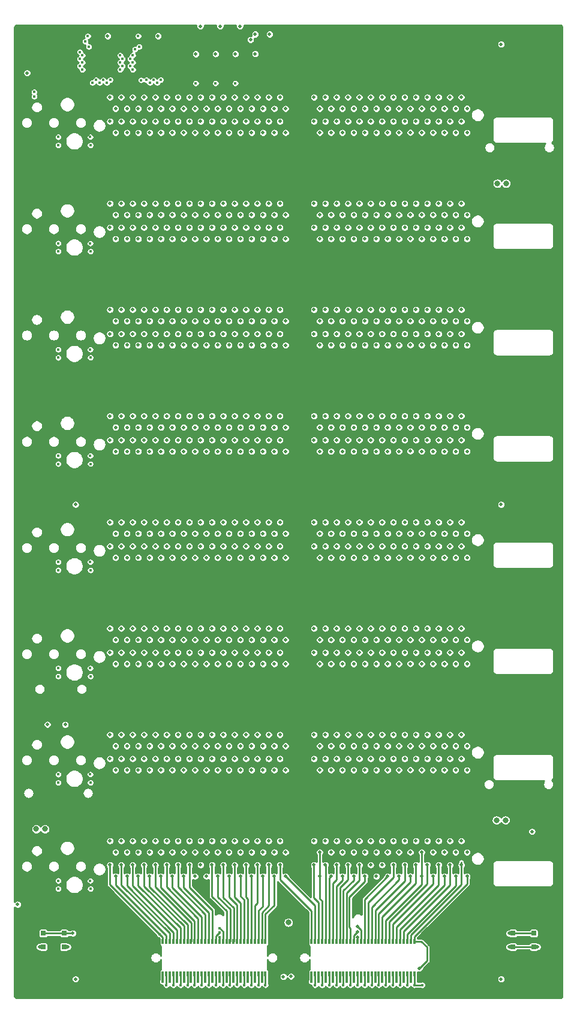
<source format=gbl>
%TF.GenerationSoftware,KiCad,Pcbnew,(5.1.10)-1*%
%TF.CreationDate,2021-12-17T15:26:30-05:00*%
%TF.ProjectId,backplane,6261636b-706c-4616-9e65-2e6b69636164,A1*%
%TF.SameCoordinates,Original*%
%TF.FileFunction,Copper,L6,Bot*%
%TF.FilePolarity,Positive*%
%FSLAX46Y46*%
G04 Gerber Fmt 4.6, Leading zero omitted, Abs format (unit mm)*
G04 Created by KiCad (PCBNEW (5.1.10)-1) date 2021-12-17 15:26:30*
%MOMM*%
%LPD*%
G01*
G04 APERTURE LIST*
%TA.AperFunction,SMDPad,CuDef*%
%ADD10R,0.650000X0.700000*%
%TD*%
%TA.AperFunction,ComponentPad*%
%ADD11C,4.500000*%
%TD*%
%TA.AperFunction,SMDPad,CuDef*%
%ADD12R,0.300000X0.700000*%
%TD*%
%TA.AperFunction,ViaPad*%
%ADD13C,0.400000*%
%TD*%
%TA.AperFunction,ViaPad*%
%ADD14C,0.500000*%
%TD*%
%TA.AperFunction,ViaPad*%
%ADD15C,0.800000*%
%TD*%
%TA.AperFunction,Conductor*%
%ADD16C,0.300000*%
%TD*%
%TA.AperFunction,Conductor*%
%ADD17C,0.250000*%
%TD*%
%TA.AperFunction,Conductor*%
%ADD18C,0.500000*%
%TD*%
%TA.AperFunction,Conductor*%
%ADD19C,0.100000*%
%TD*%
G04 APERTURE END LIST*
D10*
X132034000Y-166445000D03*
X129084000Y-166445000D03*
X132034000Y-168345000D03*
X129084000Y-168345000D03*
X65734000Y-166445000D03*
X62784000Y-166445000D03*
X65734000Y-168345000D03*
X62784000Y-168345000D03*
D11*
X132409000Y-40895000D03*
X62409000Y-105895000D03*
X132409000Y-105895000D03*
X132409000Y-172895000D03*
X62409000Y-172895000D03*
X62409000Y-40895000D03*
D12*
X100659000Y-167595000D03*
X100659000Y-172195000D03*
X101159000Y-167595000D03*
X101159000Y-172195000D03*
X101659000Y-167595000D03*
X101659000Y-172195000D03*
X102159000Y-167595000D03*
X102159000Y-172195000D03*
X102659000Y-167595000D03*
X102659000Y-172195000D03*
X103159000Y-167595000D03*
X103159000Y-172195000D03*
X103659000Y-167595000D03*
X103659000Y-172195000D03*
X104159000Y-167595000D03*
X104159000Y-172195000D03*
X104659000Y-167595000D03*
X104659000Y-172195000D03*
X105159000Y-167595000D03*
X105159000Y-172195000D03*
X105659000Y-167595000D03*
X105659000Y-172195000D03*
X106159000Y-167595000D03*
X106159000Y-172195000D03*
X106659000Y-167595000D03*
X106659000Y-172195000D03*
X107159000Y-167595000D03*
X107159000Y-172195000D03*
X107659000Y-167595000D03*
X107659000Y-172195000D03*
X108159000Y-167595000D03*
X108159000Y-172195000D03*
X108659000Y-167595000D03*
X108659000Y-172195000D03*
X109159000Y-167595000D03*
X109159000Y-172195000D03*
X109659000Y-167595000D03*
X109659000Y-172195000D03*
X110159000Y-167595000D03*
X110159000Y-172195000D03*
X110659000Y-167595000D03*
X110659000Y-172195000D03*
X111159000Y-167595000D03*
X111159000Y-172195000D03*
X111659000Y-167595000D03*
X111659000Y-172195000D03*
X112159000Y-167595000D03*
X112159000Y-172195000D03*
X112659000Y-167595000D03*
X112659000Y-172195000D03*
X113159000Y-167595000D03*
X113159000Y-172195000D03*
X113659000Y-167595000D03*
X113659000Y-172195000D03*
X114159000Y-167595000D03*
X114159000Y-172195000D03*
X114659000Y-167595000D03*
X114659000Y-172195000D03*
X115159000Y-167595000D03*
X115159000Y-172195000D03*
X79659000Y-167595000D03*
X79659000Y-172195000D03*
X80159000Y-167595000D03*
X80159000Y-172195000D03*
X80659000Y-167595000D03*
X80659000Y-172195000D03*
X81159000Y-167595000D03*
X81159000Y-172195000D03*
X81659000Y-167595000D03*
X81659000Y-172195000D03*
X82159000Y-167595000D03*
X82159000Y-172195000D03*
X82659000Y-167595000D03*
X82659000Y-172195000D03*
X83159000Y-167595000D03*
X83159000Y-172195000D03*
X83659000Y-167595000D03*
X83659000Y-172195000D03*
X84159000Y-167595000D03*
X84159000Y-172195000D03*
X84659000Y-167595000D03*
X84659000Y-172195000D03*
X85159000Y-167595000D03*
X85159000Y-172195000D03*
X85659000Y-167595000D03*
X85659000Y-172195000D03*
X86159000Y-167595000D03*
X86159000Y-172195000D03*
X86659000Y-167595000D03*
X86659000Y-172195000D03*
X87159000Y-167595000D03*
X87159000Y-172195000D03*
X87659000Y-167595000D03*
X87659000Y-172195000D03*
X88159000Y-167595000D03*
X88159000Y-172195000D03*
X88659000Y-167595000D03*
X88659000Y-172195000D03*
X89159000Y-167595000D03*
X89159000Y-172195000D03*
X89659000Y-167595000D03*
X89659000Y-172195000D03*
X90159000Y-167595000D03*
X90159000Y-172195000D03*
X90659000Y-167595000D03*
X90659000Y-172195000D03*
X91159000Y-167595000D03*
X91159000Y-172195000D03*
X91659000Y-167595000D03*
X91659000Y-172195000D03*
X92159000Y-167595000D03*
X92159000Y-172195000D03*
X92659000Y-167595000D03*
X92659000Y-172195000D03*
X93159000Y-167595000D03*
X93159000Y-172195000D03*
X93659000Y-167595000D03*
X93659000Y-172195000D03*
X94159000Y-167595000D03*
X94159000Y-172195000D03*
D13*
X69433000Y-159010000D03*
X69433000Y-144010000D03*
X69433000Y-129010000D03*
X69433000Y-114010000D03*
X69433000Y-99010000D03*
X69433000Y-84011000D03*
X69433000Y-69011000D03*
D14*
X102609000Y-153396000D03*
X102609000Y-138396000D03*
X102609000Y-123396000D03*
X102609000Y-108396000D03*
X102609000Y-93396000D03*
X102609000Y-78396000D03*
X102609000Y-63396000D03*
D13*
X102659000Y-173245000D03*
D14*
X102609000Y-48396000D03*
X71882000Y-39751000D03*
X78994000Y-39751000D03*
D13*
X69433000Y-54011000D03*
D14*
X94742000Y-39497000D03*
X120209000Y-156796000D03*
X120209000Y-141796000D03*
X120209000Y-126796000D03*
X120209000Y-111796000D03*
X120209000Y-96796000D03*
X120209000Y-81796000D03*
X120209000Y-66796000D03*
X120209000Y-51796000D03*
X121009000Y-158394000D03*
X121009000Y-143394000D03*
X121009000Y-128394000D03*
X121009000Y-113394000D03*
X121009000Y-98394000D03*
X121009000Y-83394000D03*
X121009000Y-68394000D03*
X121009000Y-53394000D03*
X131784000Y-152070000D03*
X121809000Y-156796000D03*
X121809000Y-141796000D03*
X121809000Y-126796000D03*
X121809000Y-111796000D03*
X121809000Y-96796000D03*
X121809000Y-81796000D03*
X121809000Y-66796000D03*
X121809000Y-51796000D03*
X73009000Y-158394000D03*
X73009000Y-143394000D03*
X73009000Y-128394000D03*
X73009000Y-113394000D03*
X73009000Y-98394000D03*
X73009000Y-83394000D03*
X73009000Y-68394000D03*
X73009000Y-53394000D03*
X73809000Y-156796000D03*
X73809000Y-141796000D03*
X73809000Y-126796000D03*
X73809000Y-111796000D03*
X73809000Y-96796000D03*
X73809000Y-81796000D03*
X73809000Y-66796000D03*
X73809000Y-51796000D03*
X74609000Y-158394000D03*
X74609000Y-143394000D03*
X74609000Y-128394000D03*
X74609000Y-113394000D03*
X74609000Y-98394000D03*
X74609000Y-83394000D03*
X74609000Y-68394000D03*
X74609000Y-53394000D03*
X122609000Y-154994000D03*
X122609000Y-139994000D03*
X122609000Y-124994000D03*
X122609000Y-109994000D03*
X122609000Y-94994000D03*
X122609000Y-79994000D03*
X122609000Y-64994000D03*
X122609000Y-49994000D03*
D13*
X115159000Y-173745000D03*
X116299000Y-173745000D03*
D14*
X96694000Y-172550000D03*
X122609000Y-158394000D03*
X122609000Y-143394000D03*
X122609000Y-128394000D03*
X122609000Y-113394000D03*
X122609000Y-98394000D03*
X122609000Y-83394000D03*
X122609000Y-68394000D03*
X122609000Y-53394000D03*
X115879000Y-171365000D03*
X97744000Y-172510000D03*
X72209000Y-153396000D03*
X72209000Y-138396000D03*
X72209000Y-123396000D03*
X72209000Y-108396000D03*
X72209000Y-93396000D03*
X72209000Y-78396000D03*
X72209000Y-63396000D03*
X72209000Y-48396000D03*
D13*
X79659000Y-173245000D03*
D14*
X72209000Y-108396000D03*
X72209000Y-156796000D03*
X72209000Y-141796000D03*
X72209000Y-126796000D03*
X72209000Y-111796000D03*
X72209000Y-96796000D03*
X72209000Y-81796000D03*
X72209000Y-66796000D03*
X72209000Y-51796000D03*
D13*
X79224000Y-166600000D03*
D14*
X72209000Y-111796000D03*
X73009000Y-154994000D03*
X73009000Y-139994000D03*
X73009000Y-124994000D03*
X73009000Y-109994000D03*
X73009000Y-94994000D03*
X73009000Y-79994000D03*
X73009000Y-64994000D03*
X73009000Y-49994000D03*
D13*
X80159000Y-173745000D03*
D14*
X73809000Y-153396000D03*
X73809000Y-138396000D03*
X73809000Y-123396000D03*
X73809000Y-108396000D03*
X73809000Y-93396000D03*
X73809000Y-78396000D03*
X73809000Y-63396000D03*
D13*
X80659000Y-173245000D03*
D14*
X73809000Y-48396000D03*
X74609000Y-154994000D03*
X74609000Y-139994000D03*
X74609000Y-124994000D03*
X74609000Y-109994000D03*
X74609000Y-94994000D03*
X74609000Y-79994000D03*
X74609000Y-64994000D03*
X74609000Y-49994000D03*
D13*
X81159000Y-173745000D03*
D14*
X120209000Y-153396000D03*
X120209000Y-138396000D03*
X120209000Y-123396000D03*
X120209000Y-108396000D03*
X120209000Y-93396000D03*
X120209000Y-78396000D03*
X120209000Y-63396000D03*
D13*
X113659000Y-173245000D03*
D14*
X120209000Y-48396000D03*
X121009000Y-154994000D03*
X121009000Y-139994000D03*
X121009000Y-124994000D03*
X121009000Y-109994000D03*
X121009000Y-94994000D03*
X121009000Y-79994000D03*
X121009000Y-64994000D03*
X121009000Y-49994000D03*
D13*
X114159000Y-173745000D03*
D14*
X121809000Y-153396000D03*
X121809000Y-138396000D03*
X121809000Y-123396000D03*
X121809000Y-108396000D03*
X121809000Y-93396000D03*
X121809000Y-78396000D03*
X121809000Y-63396000D03*
D13*
X114659000Y-173245000D03*
D14*
X121809000Y-48396000D03*
X75409000Y-156796000D03*
X75409000Y-141796000D03*
X75409000Y-126796000D03*
X75409000Y-111796000D03*
X75409000Y-96796000D03*
X75409000Y-81796000D03*
X75409000Y-66796000D03*
X75409000Y-51796000D03*
X76209000Y-158394000D03*
X76209000Y-143394000D03*
X76209000Y-128394000D03*
X76209000Y-113394000D03*
X76209000Y-98394000D03*
X76209000Y-83394000D03*
X76209000Y-68394000D03*
X76209000Y-53394000D03*
X77009000Y-156796000D03*
X77009000Y-141796000D03*
X77009000Y-126796000D03*
X77009000Y-111796000D03*
X77009000Y-96796000D03*
X77009000Y-81796000D03*
X77009000Y-66796000D03*
X77009000Y-51796000D03*
X77809000Y-158394000D03*
X77809000Y-143394000D03*
X77809000Y-128394000D03*
X77809000Y-113394000D03*
X77809000Y-98394000D03*
X77809000Y-83394000D03*
X77809000Y-68394000D03*
X77809000Y-53394000D03*
X78609000Y-156796000D03*
X78609000Y-141796000D03*
X78609000Y-126796000D03*
X78609000Y-111796000D03*
X78609000Y-96796000D03*
X78609000Y-81796000D03*
X78609000Y-66796000D03*
X78609000Y-51796000D03*
X79409000Y-158394000D03*
X79409000Y-143394000D03*
X79409000Y-128394000D03*
X79409000Y-113394000D03*
X79409000Y-98394000D03*
X79409000Y-83394000D03*
X79409000Y-68394000D03*
X79409000Y-53394000D03*
X80209000Y-156796000D03*
X80209000Y-141796000D03*
X80209000Y-126796000D03*
X80209000Y-111796000D03*
X80209000Y-96796000D03*
X80209000Y-81796000D03*
X80209000Y-66796000D03*
X80209000Y-51796000D03*
X81009000Y-158394000D03*
X81009000Y-143394000D03*
X81009000Y-128394000D03*
X81009000Y-113394000D03*
X81009000Y-98394000D03*
X81009000Y-83394000D03*
X81009000Y-68394000D03*
X81009000Y-53394000D03*
X81809000Y-156796000D03*
X81809000Y-141796000D03*
X81809000Y-126796000D03*
X81809000Y-111796000D03*
X81809000Y-96796000D03*
X81809000Y-81796000D03*
X81809000Y-66796000D03*
X81809000Y-51796000D03*
X82609000Y-158394000D03*
X82609000Y-143394000D03*
X82609000Y-128394000D03*
X82609000Y-113394000D03*
X82609000Y-98394000D03*
X82609000Y-83394000D03*
X82609000Y-68394000D03*
X82609000Y-53394000D03*
X83409000Y-156796000D03*
X83409000Y-141796000D03*
X83409000Y-126796000D03*
X83409000Y-111796000D03*
X83409000Y-96796000D03*
X83409000Y-81796000D03*
X83409000Y-66796000D03*
X83409000Y-51796000D03*
X84209000Y-158394000D03*
X84209000Y-143394000D03*
X84209000Y-128394000D03*
X84209000Y-113394000D03*
X84209000Y-98394000D03*
X84209000Y-83394000D03*
X84209000Y-68394000D03*
X84209000Y-53394000D03*
D13*
X87659000Y-166345000D03*
D14*
X85009000Y-156796000D03*
X85009000Y-141796000D03*
X85009000Y-126796000D03*
X85009000Y-111796000D03*
X85009000Y-96796000D03*
X85009000Y-81796000D03*
X85009000Y-66796000D03*
D13*
X87659000Y-166985000D03*
D14*
X85009000Y-51796000D03*
X85809000Y-158394000D03*
X85809000Y-143394000D03*
X85809000Y-128394000D03*
X85809000Y-113394000D03*
X85809000Y-98394000D03*
X85809000Y-83394000D03*
X85809000Y-68394000D03*
X85809000Y-53394000D03*
D13*
X87659000Y-165695000D03*
D14*
X86609000Y-156796000D03*
X86609000Y-141796000D03*
X86609000Y-126796000D03*
X86609000Y-111796000D03*
X86609000Y-96796000D03*
X86609000Y-81796000D03*
X86609000Y-66796000D03*
X86609000Y-51796000D03*
X87409000Y-158394000D03*
X87409000Y-143394000D03*
X87409000Y-128394000D03*
X87409000Y-113394000D03*
X87409000Y-98394000D03*
X87409000Y-83394000D03*
X87409000Y-68394000D03*
X87409000Y-53394000D03*
X88209000Y-156796000D03*
X88209000Y-141796000D03*
X88209000Y-126796000D03*
X88209000Y-111796000D03*
X88209000Y-96796000D03*
X88209000Y-81796000D03*
X88209000Y-66796000D03*
X88209000Y-51796000D03*
X89009000Y-158394000D03*
X89009000Y-143394000D03*
X89009000Y-128394000D03*
X89009000Y-113394000D03*
X89009000Y-98394000D03*
X89009000Y-83394000D03*
X89009000Y-68394000D03*
X89009000Y-53394000D03*
X89809000Y-156796000D03*
X89809000Y-141796000D03*
X89809000Y-126796000D03*
X89809000Y-111796000D03*
X89809000Y-96796000D03*
X89809000Y-81796000D03*
X89809000Y-66796000D03*
X89809000Y-51796000D03*
X90609000Y-158394000D03*
X90609000Y-143394000D03*
X90609000Y-128394000D03*
X90609000Y-113394000D03*
X90609000Y-98394000D03*
X90609000Y-83394000D03*
X90609000Y-68394000D03*
X90609000Y-53394000D03*
X91409000Y-156796000D03*
X91409000Y-141796000D03*
X91409000Y-126796000D03*
X91409000Y-111796000D03*
X91409000Y-96796000D03*
X91409000Y-81796000D03*
X91409000Y-66796000D03*
X91409000Y-51796000D03*
D13*
X84328000Y-46405800D03*
D14*
X92209000Y-158394000D03*
X92209000Y-143394000D03*
X92209000Y-128394000D03*
X92209000Y-113394000D03*
X92209000Y-98394000D03*
X92209000Y-83394000D03*
X92209000Y-68394000D03*
X92209000Y-53394000D03*
X93009000Y-156796000D03*
X93009000Y-141796000D03*
X93009000Y-126796000D03*
X93009000Y-111796000D03*
X93009000Y-96796000D03*
X93009000Y-81796000D03*
X93009000Y-66796000D03*
X93009000Y-51796000D03*
D13*
X87122000Y-46405800D03*
D14*
X93809000Y-158396000D03*
X93809000Y-143396000D03*
X93809000Y-128396000D03*
X93809000Y-113396000D03*
X93809000Y-98396000D03*
X93809000Y-83396000D03*
X93809000Y-68396000D03*
X93809000Y-53396000D03*
X94609000Y-156796000D03*
X94609000Y-141796000D03*
X94609000Y-126796000D03*
X94609000Y-111796000D03*
X94609000Y-96796000D03*
X94609000Y-81796000D03*
X94609000Y-66796000D03*
X94609000Y-51796000D03*
X95409000Y-158396000D03*
X95409000Y-143396000D03*
X95409000Y-128396000D03*
X95409000Y-113396000D03*
X95409000Y-98396000D03*
X95409000Y-83396000D03*
X95409000Y-68396000D03*
X95409000Y-53396000D03*
X95409000Y-154996000D03*
X95409000Y-139996000D03*
X95409000Y-124996000D03*
X95409000Y-109996000D03*
X95409000Y-94996000D03*
X95409000Y-79996000D03*
X95409000Y-64996000D03*
D13*
X94159000Y-173745000D03*
D14*
X95409000Y-49996000D03*
X94609000Y-153396000D03*
X94609000Y-138396000D03*
X94609000Y-123396000D03*
X94609000Y-108396000D03*
X94609000Y-93396000D03*
X94609000Y-78396000D03*
X94609000Y-63396000D03*
D13*
X93659000Y-173245000D03*
D14*
X94609000Y-48396000D03*
X93809000Y-154994000D03*
X93809000Y-139994000D03*
X93809000Y-124994000D03*
X93809000Y-109994000D03*
X93809000Y-94994000D03*
X93809000Y-79994000D03*
X93809000Y-64994000D03*
D13*
X93159000Y-173755000D03*
D14*
X93809000Y-49994000D03*
X93009000Y-153396000D03*
X93009000Y-138396000D03*
X93009000Y-123396000D03*
X93009000Y-108396000D03*
X93009000Y-93396000D03*
X93009000Y-78396000D03*
X93009000Y-63396000D03*
D13*
X92659000Y-173245000D03*
D14*
X93009000Y-48396000D03*
X92209000Y-154994000D03*
X92209000Y-139994000D03*
X92209000Y-124994000D03*
X92209000Y-109994000D03*
X92209000Y-94994000D03*
X92209000Y-79994000D03*
X92209000Y-64994000D03*
X92209000Y-49994000D03*
D13*
X92159000Y-173755000D03*
D14*
X91409000Y-153396000D03*
X91409000Y-138396000D03*
X91409000Y-123396000D03*
X91409000Y-108396000D03*
X91409000Y-93396000D03*
X91409000Y-78396000D03*
X91409000Y-63396000D03*
D13*
X91659000Y-173245000D03*
D14*
X91409000Y-48396000D03*
X90609000Y-154994000D03*
X90609000Y-139994000D03*
X90609000Y-124994000D03*
X90609000Y-109994000D03*
X90609000Y-94994000D03*
X90609000Y-79994000D03*
X90609000Y-64994000D03*
D13*
X91159000Y-173745000D03*
D14*
X90609000Y-49994000D03*
X89809000Y-153396000D03*
X89809000Y-138396000D03*
X89809000Y-123396000D03*
X89809000Y-108396000D03*
X89809000Y-93396000D03*
X89809000Y-78396000D03*
X89809000Y-63396000D03*
D13*
X90659000Y-173245000D03*
D14*
X89809000Y-48396000D03*
X89009000Y-154994000D03*
X89009000Y-139994000D03*
X89009000Y-124994000D03*
X89009000Y-109994000D03*
X89009000Y-94994000D03*
X89009000Y-79994000D03*
X89009000Y-64994000D03*
X89009000Y-49994000D03*
D13*
X90159000Y-173725000D03*
D14*
X88209000Y-153396000D03*
X88209000Y-138396000D03*
X88209000Y-123396000D03*
X88209000Y-108396000D03*
X88209000Y-93396000D03*
X88209000Y-78396000D03*
X88209000Y-63396000D03*
D13*
X89659000Y-173245000D03*
D14*
X88209000Y-48396000D03*
X87409000Y-154994000D03*
X87409000Y-139994000D03*
X87409000Y-124994000D03*
X87409000Y-109994000D03*
X87409000Y-94994000D03*
X87409000Y-79994000D03*
X87409000Y-64994000D03*
X87409000Y-49994000D03*
D13*
X89159000Y-173745000D03*
D14*
X86609000Y-153396000D03*
X86609000Y-138396000D03*
X86609000Y-123396000D03*
X86609000Y-108396000D03*
X86609000Y-93396000D03*
X86609000Y-78396000D03*
X86609000Y-63396000D03*
D13*
X88659000Y-173245000D03*
D14*
X86609000Y-48396000D03*
X85809000Y-154994000D03*
X85809000Y-139994000D03*
X85809000Y-124994000D03*
X85809000Y-109994000D03*
X85809000Y-94994000D03*
X85809000Y-79994000D03*
X85809000Y-64994000D03*
X85809000Y-49994000D03*
D13*
X88159000Y-173745000D03*
D14*
X85009000Y-153396000D03*
X85009000Y-138396000D03*
X85009000Y-123396000D03*
X85009000Y-108396000D03*
X85009000Y-93396000D03*
X85009000Y-78396000D03*
X85009000Y-63396000D03*
D13*
X87659000Y-173245000D03*
D14*
X85009000Y-48396000D03*
X84209000Y-49994000D03*
X84209000Y-154994000D03*
X84209000Y-139994000D03*
X84209000Y-124994000D03*
X84209000Y-109994000D03*
X84209000Y-94994000D03*
X84209000Y-79994000D03*
X84209000Y-64994000D03*
D13*
X87159000Y-173745000D03*
D14*
X83409000Y-153396000D03*
X83409000Y-138396000D03*
X83409000Y-123396000D03*
X83409000Y-108396000D03*
X83409000Y-93396000D03*
X83409000Y-78396000D03*
X83409000Y-63396000D03*
D13*
X86659000Y-173245000D03*
D14*
X83409000Y-48396000D03*
X82609000Y-154994000D03*
X82609000Y-139994000D03*
X82609000Y-124994000D03*
X82609000Y-109994000D03*
X82609000Y-94994000D03*
X82609000Y-79994000D03*
X82609000Y-64994000D03*
X82609000Y-49994000D03*
D13*
X86159000Y-173745000D03*
D14*
X81809000Y-153396000D03*
X81809000Y-138396000D03*
X81809000Y-123396000D03*
X81809000Y-108396000D03*
X81809000Y-93396000D03*
X81809000Y-78396000D03*
X81809000Y-63396000D03*
D13*
X85659000Y-173245000D03*
D14*
X81809000Y-48396000D03*
X81009000Y-154994000D03*
X81009000Y-139994000D03*
X81009000Y-124994000D03*
X81009000Y-109994000D03*
X81009000Y-94994000D03*
X81009000Y-79994000D03*
X81009000Y-64994000D03*
X81009000Y-49994000D03*
D13*
X85159000Y-173755000D03*
D14*
X80209000Y-153396000D03*
X80209000Y-138396000D03*
X80209000Y-123396000D03*
X80209000Y-108396000D03*
X80209000Y-93396000D03*
X80209000Y-78396000D03*
X80209000Y-63396000D03*
D13*
X84659000Y-173245000D03*
D14*
X80209000Y-48396000D03*
X79409000Y-154994000D03*
X79409000Y-139994000D03*
X79409000Y-124994000D03*
X79409000Y-109994000D03*
X79409000Y-94994000D03*
X79409000Y-79994000D03*
X79409000Y-64994000D03*
X79409000Y-49994000D03*
D13*
X84159000Y-173745000D03*
D14*
X78609000Y-153396000D03*
X78609000Y-138396000D03*
X78609000Y-123396000D03*
X78609000Y-108396000D03*
X78609000Y-93396000D03*
X78609000Y-78396000D03*
X78609000Y-63396000D03*
D13*
X83659000Y-173245000D03*
D14*
X78609000Y-48396000D03*
X77809000Y-154994000D03*
X77809000Y-139994000D03*
X77809000Y-124994000D03*
X77809000Y-109994000D03*
X77809000Y-94994000D03*
X77809000Y-79994000D03*
X77809000Y-64994000D03*
X77809000Y-49994000D03*
D13*
X83159000Y-173745000D03*
D14*
X77009000Y-153396000D03*
X77009000Y-138396000D03*
X77009000Y-123396000D03*
X77009000Y-108396000D03*
X77009000Y-93396000D03*
X77009000Y-78396000D03*
X77009000Y-63396000D03*
D13*
X82659000Y-173245000D03*
D14*
X77009000Y-48396000D03*
X76209000Y-154994000D03*
X76209000Y-139994000D03*
X76209000Y-124994000D03*
X76209000Y-109994000D03*
X76209000Y-94994000D03*
X76209000Y-79994000D03*
X76209000Y-64994000D03*
X76209000Y-49994000D03*
D13*
X82159000Y-173745000D03*
D14*
X75409000Y-153396000D03*
X75409000Y-138396000D03*
X75409000Y-123396000D03*
X75409000Y-108396000D03*
X75409000Y-93396000D03*
X75409000Y-78396000D03*
X75409000Y-63396000D03*
D13*
X81659000Y-173245000D03*
D14*
X75409000Y-48396000D03*
X96209000Y-156796000D03*
X96209000Y-141796000D03*
X96209000Y-126796000D03*
X96209000Y-111796000D03*
X96209000Y-96796000D03*
X96209000Y-81796000D03*
X96209000Y-66796000D03*
X96209000Y-51796000D03*
X97009000Y-158396000D03*
X97009000Y-143396000D03*
X97009000Y-128396000D03*
X97009000Y-113396000D03*
X97009000Y-98396000D03*
X97009000Y-83396000D03*
X97009000Y-68396000D03*
X97009000Y-53396000D03*
X101009000Y-156796000D03*
X101009000Y-141796000D03*
X101009000Y-126796000D03*
X101009000Y-111796000D03*
X101009000Y-96796000D03*
X101009000Y-81796000D03*
X101009000Y-66796000D03*
X101009000Y-51796000D03*
X66979000Y-166445000D03*
X102609000Y-156796000D03*
X102609000Y-141796000D03*
X102609000Y-126796000D03*
X102609000Y-111796000D03*
X102609000Y-96796000D03*
X102609000Y-81796000D03*
X102609000Y-66796000D03*
X102609000Y-51796000D03*
X103409000Y-158394000D03*
X103409000Y-143394000D03*
X103409000Y-128394000D03*
X103409000Y-113394000D03*
X103409000Y-98394000D03*
X103409000Y-83394000D03*
X103409000Y-68394000D03*
X103409000Y-53394000D03*
X104209000Y-156796000D03*
X104209000Y-141796000D03*
X104209000Y-126796000D03*
X104209000Y-111796000D03*
X104209000Y-96796000D03*
X104209000Y-81796000D03*
X104209000Y-66796000D03*
X104209000Y-51796000D03*
X105009000Y-158394000D03*
X105009000Y-143394000D03*
X105009000Y-128394000D03*
X105009000Y-113394000D03*
X105009000Y-98394000D03*
X105009000Y-83394000D03*
X105009000Y-68394000D03*
X105009000Y-53394000D03*
X105809000Y-156796000D03*
X105809000Y-141796000D03*
X105809000Y-126796000D03*
X105809000Y-111796000D03*
X105809000Y-96796000D03*
X105809000Y-81796000D03*
X105809000Y-66796000D03*
X105809000Y-51796000D03*
X106609000Y-158394000D03*
X106609000Y-143394000D03*
X106609000Y-128394000D03*
X106609000Y-113394000D03*
X106609000Y-98394000D03*
X106609000Y-83394000D03*
X106609000Y-68394000D03*
X106609000Y-53394000D03*
X107409000Y-156796000D03*
X107409000Y-141796000D03*
X107409000Y-126796000D03*
X107409000Y-111796000D03*
X107409000Y-96796000D03*
X107409000Y-81796000D03*
X107409000Y-66796000D03*
X107409000Y-51796000D03*
X108209000Y-158394000D03*
X108209000Y-143394000D03*
X108209000Y-128394000D03*
X108209000Y-113394000D03*
X108209000Y-98394000D03*
X108209000Y-83394000D03*
X108209000Y-68394000D03*
X108209000Y-53394000D03*
X109009000Y-156796000D03*
X109009000Y-141796000D03*
X109009000Y-126796000D03*
X109009000Y-111796000D03*
X109009000Y-96796000D03*
X109009000Y-81796000D03*
X109009000Y-66796000D03*
X107159000Y-166245000D03*
X109009000Y-51796000D03*
X109809000Y-158394000D03*
X109809000Y-143394000D03*
X109809000Y-128394000D03*
X109809000Y-113394000D03*
X109809000Y-98394000D03*
X109809000Y-83394000D03*
X109809000Y-68394000D03*
X107159000Y-166995000D03*
X109809000Y-53394000D03*
X110609000Y-156796000D03*
X110609000Y-141796000D03*
X110609000Y-126796000D03*
X110609000Y-111796000D03*
X110609000Y-96796000D03*
X110609000Y-81796000D03*
X110609000Y-66796000D03*
X107159000Y-165495000D03*
X110609000Y-51796000D03*
X111409000Y-158394000D03*
X111409000Y-143394000D03*
X111409000Y-128394000D03*
X111409000Y-113394000D03*
X111409000Y-98394000D03*
X111409000Y-83394000D03*
X111409000Y-68394000D03*
X111409000Y-53394000D03*
X112209000Y-156796000D03*
X112209000Y-141796000D03*
X112209000Y-126796000D03*
X112209000Y-111796000D03*
X112209000Y-96796000D03*
X112209000Y-81796000D03*
X112209000Y-66796000D03*
X112209000Y-51796000D03*
X113009000Y-158394000D03*
X113009000Y-143394000D03*
X113009000Y-128394000D03*
X113009000Y-113394000D03*
X113009000Y-98394000D03*
X113009000Y-83394000D03*
X113009000Y-68394000D03*
X113009000Y-53394000D03*
X113809000Y-156796000D03*
X113809000Y-141796000D03*
X113809000Y-126796000D03*
X113809000Y-111796000D03*
X113809000Y-96796000D03*
X113809000Y-81796000D03*
X113809000Y-66796000D03*
X113809000Y-51796000D03*
X114609000Y-158375000D03*
X114609000Y-143375000D03*
X114609000Y-128375000D03*
X114609000Y-113375000D03*
X114609000Y-98375000D03*
X114609000Y-83375000D03*
X114609000Y-68375000D03*
X114609000Y-53375000D03*
X115409000Y-156796000D03*
X115409000Y-141796000D03*
X115409000Y-126796000D03*
X115409000Y-111796000D03*
X115409000Y-96796000D03*
X115409000Y-81796000D03*
X115409000Y-66796000D03*
X115409000Y-51796000D03*
X128559000Y-166445000D03*
X117009000Y-156796000D03*
X117009000Y-141796000D03*
X117009000Y-126796000D03*
X117009000Y-111796000D03*
X117009000Y-96796000D03*
X117009000Y-81796000D03*
X117009000Y-66796000D03*
X117009000Y-51796000D03*
X117809000Y-158394000D03*
X117809000Y-143394000D03*
X117809000Y-128394000D03*
X117809000Y-113394000D03*
X117809000Y-98394000D03*
X117809000Y-83394000D03*
X117809000Y-68394000D03*
X117809000Y-53394000D03*
X118609000Y-156796000D03*
X118609000Y-141796000D03*
X118609000Y-126796000D03*
X118609000Y-111796000D03*
X118609000Y-96796000D03*
X118609000Y-81796000D03*
X118609000Y-66796000D03*
X118609000Y-51796000D03*
X119409000Y-158394000D03*
X119409000Y-143394000D03*
X119409000Y-128394000D03*
X119409000Y-113394000D03*
X119409000Y-98394000D03*
X119409000Y-83394000D03*
X119409000Y-68394000D03*
X119409000Y-53394000D03*
X119409000Y-154994000D03*
X119409000Y-139994000D03*
X119409000Y-124994000D03*
X119409000Y-109994000D03*
X119409000Y-94994000D03*
X119409000Y-79994000D03*
X119409000Y-64994000D03*
X119409000Y-49994000D03*
D13*
X113159000Y-173745000D03*
D14*
X118609000Y-153396000D03*
X118609000Y-138396000D03*
X118609000Y-123396000D03*
X118609000Y-108396000D03*
X118609000Y-93396000D03*
X118609000Y-78396000D03*
X118609000Y-63396000D03*
D13*
X112659000Y-173245000D03*
D14*
X118609000Y-48396000D03*
X117809000Y-154994000D03*
X117809000Y-139994000D03*
X117809000Y-124994000D03*
X117809000Y-109994000D03*
X117809000Y-94994000D03*
X117809000Y-79994000D03*
X117809000Y-64994000D03*
X117809000Y-49994000D03*
D13*
X112159000Y-173735000D03*
D14*
X115409000Y-153396000D03*
X115409000Y-138396000D03*
X115409000Y-123396000D03*
X115409000Y-108396000D03*
X115409000Y-93396000D03*
X115409000Y-78396000D03*
X115409000Y-63396000D03*
D13*
X110659000Y-173245000D03*
D14*
X115409000Y-48396000D03*
D13*
X89916000Y-46405800D03*
D14*
X114609000Y-154996000D03*
X114609000Y-139996000D03*
X114609000Y-124996000D03*
X114609000Y-109996000D03*
X114609000Y-94996000D03*
X114609000Y-79996000D03*
X114609000Y-64996000D03*
D13*
X110159000Y-173745000D03*
D14*
X114609000Y-49996000D03*
X113809000Y-153396000D03*
X113809000Y-138396000D03*
X113809000Y-123396000D03*
X113809000Y-108396000D03*
X113809000Y-93396000D03*
X113809000Y-78396000D03*
X113809000Y-63396000D03*
D13*
X109659000Y-173245000D03*
D14*
X113809000Y-48396000D03*
X113009000Y-154994000D03*
X113009000Y-139994000D03*
X113009000Y-124994000D03*
X113009000Y-109994000D03*
X113009000Y-94994000D03*
X113009000Y-79994000D03*
X113009000Y-64994000D03*
X113009000Y-49994000D03*
D13*
X109159000Y-173745000D03*
D14*
X112209000Y-153396000D03*
X112209000Y-138396000D03*
X112209000Y-123396000D03*
X112209000Y-108396000D03*
X112209000Y-93396000D03*
X112209000Y-78396000D03*
X112209000Y-63396000D03*
D13*
X108659000Y-173245000D03*
D14*
X112209000Y-48396000D03*
X111409000Y-154994000D03*
X111409000Y-139994000D03*
X111409000Y-124994000D03*
X111409000Y-109994000D03*
X111409000Y-94994000D03*
X111409000Y-79994000D03*
X111409000Y-64994000D03*
X111409000Y-49994000D03*
D13*
X108159000Y-173755000D03*
D14*
X110609000Y-153396000D03*
X110609000Y-138396000D03*
X110609000Y-123396000D03*
X110609000Y-108396000D03*
X110609000Y-93396000D03*
X110609000Y-78396000D03*
X110609000Y-63396000D03*
D13*
X107659000Y-173245000D03*
D14*
X110609000Y-48396000D03*
X109809000Y-154994000D03*
X109809000Y-139994000D03*
X109809000Y-124994000D03*
X109809000Y-109994000D03*
X109809000Y-94994000D03*
X109809000Y-79994000D03*
X109809000Y-64994000D03*
X109809000Y-49994000D03*
D13*
X107159000Y-173755000D03*
D14*
X109009000Y-153396000D03*
X109009000Y-138396000D03*
X109009000Y-123396000D03*
X109009000Y-108396000D03*
X109009000Y-93396000D03*
X109009000Y-78396000D03*
X109009000Y-63396000D03*
D13*
X106659000Y-173245000D03*
D14*
X109009000Y-48396000D03*
X108209000Y-154994000D03*
X108209000Y-139994000D03*
X108209000Y-124994000D03*
X108209000Y-109994000D03*
X108209000Y-94994000D03*
X108209000Y-79994000D03*
X108209000Y-64994000D03*
X108209000Y-49994000D03*
D13*
X106159000Y-173745000D03*
D14*
X107409000Y-153396000D03*
X107409000Y-138396000D03*
X107409000Y-123396000D03*
X107409000Y-108396000D03*
X107409000Y-93396000D03*
X107409000Y-78396000D03*
X107409000Y-63396000D03*
D13*
X105659000Y-173245000D03*
D14*
X107409000Y-48396000D03*
X106609000Y-154994000D03*
X106609000Y-139994000D03*
X106609000Y-124994000D03*
X106609000Y-109994000D03*
X106609000Y-94994000D03*
X106609000Y-79994000D03*
X106609000Y-64994000D03*
X106609000Y-49994000D03*
D13*
X105159000Y-173755000D03*
D14*
X105809000Y-153396000D03*
X105809000Y-138396000D03*
X105809000Y-123396000D03*
X105809000Y-108396000D03*
X105809000Y-93396000D03*
X105809000Y-78396000D03*
X105809000Y-63396000D03*
D13*
X104659000Y-173245000D03*
D14*
X105809000Y-48396000D03*
X105009000Y-154994000D03*
X105009000Y-139994000D03*
X105009000Y-124994000D03*
X105009000Y-109994000D03*
X105009000Y-94994000D03*
X105009000Y-79994000D03*
X105009000Y-64994000D03*
X105009000Y-49994000D03*
D13*
X104169000Y-173745000D03*
D14*
X104209000Y-153396000D03*
X104209000Y-138396000D03*
X104209000Y-123396000D03*
X104209000Y-108396000D03*
X104209000Y-93396000D03*
X104209000Y-78396000D03*
X104209000Y-63396000D03*
D13*
X103659000Y-173245000D03*
D14*
X104209000Y-48396000D03*
X101009000Y-153396000D03*
X101009000Y-138396000D03*
X101009000Y-123396000D03*
X101009000Y-108396000D03*
X101009000Y-93396000D03*
X101009000Y-78396000D03*
X101009000Y-63396000D03*
D13*
X101659000Y-173245000D03*
D14*
X101009000Y-48396000D03*
X97009000Y-154996000D03*
X97009000Y-139996000D03*
X97009000Y-124996000D03*
X97009000Y-109996000D03*
X97009000Y-94996000D03*
X97009000Y-79996000D03*
X97009000Y-64996000D03*
D13*
X101159000Y-173745000D03*
D14*
X97009000Y-49996000D03*
X96209000Y-153396000D03*
X96209000Y-138396000D03*
X96209000Y-123396000D03*
X96209000Y-108396000D03*
X96209000Y-93396000D03*
X96209000Y-78396000D03*
X96209000Y-63396000D03*
D13*
X100659000Y-173245000D03*
D14*
X96209000Y-48396000D03*
D13*
X69451400Y-160160000D03*
X68326000Y-42493500D03*
X64904800Y-160160000D03*
X67945000Y-42993500D03*
X64911800Y-159010000D03*
X68326000Y-43493500D03*
X69451400Y-145160000D03*
X67945000Y-43993500D03*
X68326000Y-44493500D03*
X64904800Y-145160000D03*
X64911800Y-144010000D03*
X69743000Y-46335000D03*
X69451400Y-130160000D03*
X70243000Y-45962000D03*
X64904800Y-130160000D03*
X70743000Y-46351000D03*
X64911800Y-129010000D03*
X71243000Y-45970000D03*
X69451400Y-115160000D03*
X71743000Y-46343000D03*
X64904800Y-115160000D03*
X72243000Y-45954000D03*
X64911800Y-114010000D03*
X73660000Y-44493500D03*
X69451400Y-100160000D03*
X73989500Y-43993500D03*
X64904800Y-100160000D03*
X73660000Y-43493500D03*
X64911800Y-99010000D03*
X73981500Y-42993500D03*
X61518800Y-47650400D03*
X69451400Y-85161000D03*
X73660000Y-42493500D03*
X61544200Y-48285400D03*
X64904800Y-85161000D03*
X75438000Y-42493500D03*
X64911800Y-84011000D03*
X75057000Y-42993500D03*
X69451400Y-70161000D03*
X75438000Y-43493500D03*
X64904800Y-70161000D03*
X75057000Y-43993500D03*
X64911800Y-69011000D03*
X75438000Y-44493500D03*
X76581000Y-45974000D03*
X69451400Y-55161000D03*
X77355000Y-45962000D03*
X64904800Y-55161000D03*
X77855000Y-46351000D03*
X64911800Y-54011000D03*
D14*
X117009000Y-153396000D03*
X117009000Y-138396000D03*
X117009000Y-123396000D03*
X117009000Y-108396000D03*
X117009000Y-93396000D03*
X117009000Y-78396000D03*
X117009000Y-63396000D03*
D13*
X111659000Y-173245000D03*
D14*
X117009000Y-48396000D03*
D13*
X79355000Y-45954000D03*
X78855000Y-46343000D03*
X78355000Y-45970000D03*
X76346000Y-41256000D03*
X69234000Y-41256000D03*
D14*
X84328000Y-42291000D03*
X87122000Y-42275000D03*
D13*
X68707000Y-40513000D03*
D14*
X89916000Y-42275000D03*
D13*
X67945000Y-41993500D03*
X75736000Y-41612000D03*
D14*
X92710000Y-42259000D03*
X90551000Y-38354000D03*
X84963000Y-38354000D03*
X87757000Y-38354000D03*
X92710000Y-39497000D03*
D15*
X64289000Y-151745000D03*
X129289000Y-150495000D03*
D14*
X65432000Y-105895000D03*
X129357000Y-40895000D03*
X129357000Y-105895000D03*
X129357000Y-172895000D03*
X65432000Y-172895000D03*
X60509000Y-43045000D03*
X59184000Y-165220000D03*
D15*
X129389000Y-60595000D03*
D14*
X116209000Y-154994000D03*
X116209000Y-158394000D03*
X101809000Y-154994000D03*
X101809000Y-158394000D03*
X103409000Y-154994000D03*
X116209000Y-139994000D03*
X116209000Y-143394000D03*
X101809000Y-139994000D03*
X101809000Y-143394000D03*
X103409000Y-139994000D03*
X116209000Y-124994000D03*
X116209000Y-128394000D03*
X101809000Y-124994000D03*
X101809000Y-128394000D03*
X103409000Y-124994000D03*
X116209000Y-109994000D03*
X116209000Y-113394000D03*
X101809000Y-109994000D03*
X101809000Y-113394000D03*
X103409000Y-109994000D03*
X116209000Y-94994000D03*
X116209000Y-98394000D03*
X101809000Y-94994000D03*
X101809000Y-98394000D03*
X103409000Y-94994000D03*
X116209000Y-79994000D03*
X116209000Y-83394000D03*
X101809000Y-79994000D03*
X101809000Y-83394000D03*
X103409000Y-79994000D03*
X116209000Y-64994000D03*
X116209000Y-68394000D03*
X101809000Y-64994000D03*
X101809000Y-68394000D03*
X103409000Y-64994000D03*
D13*
X111159000Y-173735000D03*
X103159000Y-173745000D03*
X102159000Y-173755000D03*
D14*
X132559000Y-168345000D03*
X128559000Y-168345000D03*
D15*
X63034000Y-151720000D03*
X61789000Y-151720000D03*
X128034000Y-150470000D03*
X126789000Y-150470000D03*
X126889000Y-60570000D03*
X128134000Y-60570000D03*
D14*
X67357000Y-105895000D03*
X127432000Y-40895000D03*
X127432000Y-105895000D03*
X127432000Y-172895000D03*
X67357000Y-172895000D03*
X60509000Y-44970000D03*
X103409000Y-49994000D03*
X62259000Y-168345000D03*
X66259000Y-168345000D03*
X101809000Y-49994000D03*
X101809000Y-53394000D03*
X116209000Y-53394000D03*
D15*
X97409000Y-164895000D03*
D14*
X116209000Y-49994000D03*
X59184000Y-162370000D03*
D13*
X69088000Y-39751000D03*
X76200000Y-39751000D03*
D14*
X92060000Y-40274000D03*
X65887600Y-136982200D03*
X63373000Y-136956800D03*
D16*
X102659000Y-173245000D02*
X102659000Y-172195000D01*
D17*
X120209000Y-158525000D02*
X120209000Y-156796000D01*
X113659000Y-166145000D02*
X120209000Y-159595000D01*
X113659000Y-167595000D02*
X113659000Y-166145000D01*
X120209000Y-159595000D02*
X120209000Y-158525000D01*
X114159000Y-166545000D02*
X121009000Y-159695000D01*
X114159000Y-167595000D02*
X114159000Y-166545000D01*
X121009000Y-159695000D02*
X121009000Y-158365000D01*
X121809000Y-158595000D02*
X121809000Y-159495000D01*
X114659000Y-167595000D02*
X114659000Y-166695000D01*
X114659000Y-166695000D02*
X121809000Y-159545000D01*
X121809000Y-159545000D02*
X121809000Y-158095000D01*
X121809000Y-156395000D02*
X121809000Y-158095000D01*
X121809000Y-158095000D02*
X121809000Y-158595000D01*
X73009000Y-158394000D02*
X73009000Y-159605000D01*
X73009000Y-159605000D02*
X80139000Y-166735000D01*
X80159000Y-166985000D02*
X80159000Y-167595000D01*
X80139000Y-166965000D02*
X80159000Y-166985000D01*
X80139000Y-166735000D02*
X80139000Y-166965000D01*
X73809000Y-156796000D02*
X73809000Y-159595000D01*
X73809000Y-159595000D02*
X80659000Y-166445000D01*
X80659000Y-166445000D02*
X80659000Y-167595000D01*
X81169000Y-167585000D02*
X81159000Y-167595000D01*
X81169000Y-166318590D02*
X81169000Y-167585000D01*
X74609000Y-159758590D02*
X81169000Y-166318590D01*
X74609000Y-158394000D02*
X74609000Y-159758590D01*
X115159000Y-172195000D02*
X115159000Y-173745000D01*
X115159000Y-173745000D02*
X116299000Y-173745000D01*
X115159000Y-167595000D02*
X115159000Y-167245000D01*
X122609000Y-158395000D02*
X122609000Y-158394000D01*
X115159000Y-167595000D02*
X115159000Y-166895000D01*
X122609000Y-159445000D02*
X122609000Y-158995000D01*
X115159000Y-166895000D02*
X122609000Y-159445000D01*
X115159000Y-167595000D02*
X116159000Y-167595000D01*
X116159000Y-167595000D02*
X116959000Y-168395000D01*
X116959000Y-170285000D02*
X115879000Y-171365000D01*
X116959000Y-168395000D02*
X116959000Y-170285000D01*
X122609000Y-158995000D02*
X122609000Y-158394000D01*
D16*
X79659000Y-173245000D02*
X79659000Y-172195000D01*
D17*
X79659000Y-167035000D02*
X79659000Y-167595000D01*
X72209000Y-159585000D02*
X79224000Y-166600000D01*
X72209000Y-156796000D02*
X72209000Y-159585000D01*
X79224000Y-166600000D02*
X79659000Y-167035000D01*
X80159000Y-172195000D02*
X80159000Y-173745000D01*
D16*
X80659000Y-173245000D02*
X80659000Y-172195000D01*
D17*
X81159000Y-172195000D02*
X81159000Y-173745000D01*
D16*
X113659000Y-173245000D02*
X113659000Y-172195000D01*
D17*
X114159000Y-172195000D02*
X114159000Y-173745000D01*
D16*
X114659000Y-173245000D02*
X114659000Y-172195000D01*
D17*
X75409000Y-156796000D02*
X75409000Y-159715000D01*
X75409000Y-159715000D02*
X81659000Y-165965000D01*
X81659000Y-165965000D02*
X81659000Y-167595000D01*
X82159000Y-165685000D02*
X82159000Y-167595000D01*
X76209000Y-159735000D02*
X82159000Y-165685000D01*
X76209000Y-158394000D02*
X76209000Y-159735000D01*
X77009000Y-156796000D02*
X77009000Y-159785000D01*
X77009000Y-159785000D02*
X82649000Y-165425000D01*
X82649000Y-167585000D02*
X82659000Y-167595000D01*
X82649000Y-165425000D02*
X82649000Y-167585000D01*
X77809000Y-158394000D02*
X77809000Y-159865000D01*
X77809000Y-159865000D02*
X83159000Y-165215000D01*
X83159000Y-165215000D02*
X83159000Y-167595000D01*
X78609000Y-156796000D02*
X78609000Y-159885000D01*
X78609000Y-159885000D02*
X83679000Y-164955000D01*
X83679000Y-167575000D02*
X83659000Y-167595000D01*
X83679000Y-164955000D02*
X83679000Y-167575000D01*
X84159000Y-164715000D02*
X84159000Y-167595000D01*
X79409000Y-159965000D02*
X84159000Y-164715000D01*
X79409000Y-158394000D02*
X79409000Y-159965000D01*
X84659000Y-164345000D02*
X84659000Y-167595000D01*
X80209000Y-159895000D02*
X84659000Y-164345000D01*
X80209000Y-156796000D02*
X80209000Y-159895000D01*
X81009000Y-158394000D02*
X81009000Y-159935000D01*
X81009000Y-159935000D02*
X85159000Y-164085000D01*
X85159000Y-164085000D02*
X85159000Y-167595000D01*
X81809000Y-156796000D02*
X81809000Y-159925000D01*
X81809000Y-159925000D02*
X85659000Y-163775000D01*
X85659000Y-163775000D02*
X85659000Y-167595000D01*
X82609000Y-158394000D02*
X82609000Y-160005000D01*
X82609000Y-160005000D02*
X86169000Y-163565000D01*
X86169000Y-167585000D02*
X86159000Y-167595000D01*
X86169000Y-163565000D02*
X86169000Y-167585000D01*
X83409000Y-156796000D02*
X83409000Y-159935000D01*
X83409000Y-159935000D02*
X86669000Y-163195000D01*
X86669000Y-167585000D02*
X86659000Y-167595000D01*
X86669000Y-163195000D02*
X86669000Y-167585000D01*
X87159000Y-167205000D02*
X87159000Y-167595000D01*
X87159000Y-166845000D02*
X87159000Y-167595000D01*
X87659000Y-166345000D02*
X87159000Y-166845000D01*
X87659000Y-167595000D02*
X87659000Y-166985000D01*
X88159000Y-167255000D02*
X88159000Y-167595000D01*
X88149000Y-167245000D02*
X88159000Y-167255000D01*
X88159000Y-166195000D02*
X88159000Y-167595000D01*
X87659000Y-165695000D02*
X88159000Y-166195000D01*
X88659000Y-163295000D02*
X88659000Y-167595000D01*
X86609000Y-161245000D02*
X88659000Y-163295000D01*
X86609000Y-156796000D02*
X86609000Y-161245000D01*
X89169000Y-167585000D02*
X89159000Y-167595000D01*
X89169000Y-163055000D02*
X89169000Y-167585000D01*
X87409000Y-161295000D02*
X89169000Y-163055000D01*
X87409000Y-158394000D02*
X87409000Y-161295000D01*
X89679000Y-167575000D02*
X89659000Y-167595000D01*
X89679000Y-162865000D02*
X89679000Y-167575000D01*
X88209000Y-161395000D02*
X89679000Y-162865000D01*
X88209000Y-156796000D02*
X88209000Y-161395000D01*
X90149000Y-167585000D02*
X90159000Y-167595000D01*
X90149000Y-162455000D02*
X90149000Y-167585000D01*
X89009000Y-161315000D02*
X90149000Y-162455000D01*
X89009000Y-158394000D02*
X89009000Y-161315000D01*
X90659000Y-162145000D02*
X90659000Y-167595000D01*
X89809000Y-161295000D02*
X90659000Y-162145000D01*
X89809000Y-156796000D02*
X89809000Y-161295000D01*
X91159000Y-161745000D02*
X91159000Y-167595000D01*
X90609000Y-161195000D02*
X91159000Y-161745000D01*
X90609000Y-158394000D02*
X90609000Y-161195000D01*
X91659000Y-161545000D02*
X91659000Y-167595000D01*
X91409000Y-161295000D02*
X91659000Y-161545000D01*
X91409000Y-156796000D02*
X91409000Y-161295000D01*
X92159000Y-158444000D02*
X92209000Y-158394000D01*
X92159000Y-167595000D02*
X92159000Y-158444000D01*
X93009000Y-156796000D02*
X93009000Y-162165000D01*
X92659000Y-162515000D02*
X92659000Y-167595000D01*
X93009000Y-162165000D02*
X92659000Y-162515000D01*
X93809000Y-158394000D02*
X93809000Y-162585000D01*
X93159000Y-163235000D02*
X93159000Y-167595000D01*
X93809000Y-162585000D02*
X93159000Y-163235000D01*
X94609000Y-156796000D02*
X94609000Y-162555000D01*
X93659000Y-163505000D02*
X93659000Y-167595000D01*
X94609000Y-162555000D02*
X93659000Y-163505000D01*
X95409000Y-158394000D02*
X95409000Y-162485000D01*
X94159000Y-163735000D02*
X94159000Y-167595000D01*
X95409000Y-162485000D02*
X94159000Y-163735000D01*
X94159000Y-172195000D02*
X94159000Y-173745000D01*
D16*
X93659000Y-173245000D02*
X93659000Y-172195000D01*
D17*
X93159000Y-172205000D02*
X93159000Y-173755000D01*
D16*
X92659000Y-173245000D02*
X92659000Y-172195000D01*
D17*
X92159000Y-172205000D02*
X92159000Y-173755000D01*
D16*
X91659000Y-173245000D02*
X91659000Y-172195000D01*
D17*
X91159000Y-172195000D02*
X91159000Y-173745000D01*
D16*
X90659000Y-173245000D02*
X90659000Y-172195000D01*
D17*
X90159000Y-172195000D02*
X90159000Y-173725000D01*
X90159000Y-173725000D02*
X90159000Y-173745000D01*
D16*
X89659000Y-173245000D02*
X89659000Y-172195000D01*
D17*
X89159000Y-172195000D02*
X89159000Y-173745000D01*
D16*
X88659000Y-173245000D02*
X88659000Y-172195000D01*
D17*
X88159000Y-172195000D02*
X88159000Y-173745000D01*
D16*
X87659000Y-173245000D02*
X87659000Y-172195000D01*
D17*
X87159000Y-172195000D02*
X87159000Y-173745000D01*
D16*
X86659000Y-173245000D02*
X86659000Y-172195000D01*
D17*
X86159000Y-172195000D02*
X86159000Y-173745000D01*
D16*
X85659000Y-173245000D02*
X85659000Y-172195000D01*
D17*
X85159000Y-172205000D02*
X85159000Y-173755000D01*
D16*
X84659000Y-173245000D02*
X84659000Y-172195000D01*
D17*
X84159000Y-172195000D02*
X84159000Y-173745000D01*
D16*
X83659000Y-173245000D02*
X83659000Y-172195000D01*
D17*
X83159000Y-172195000D02*
X83159000Y-173745000D01*
D16*
X82659000Y-173245000D02*
X82659000Y-172195000D01*
D17*
X82159000Y-172195000D02*
X82159000Y-173745000D01*
D16*
X81659000Y-173245000D02*
X81659000Y-172195000D01*
D17*
X96209000Y-156796000D02*
X96209000Y-158845000D01*
X100659000Y-163295000D02*
X99684000Y-162320000D01*
X100659000Y-167595000D02*
X100659000Y-163295000D01*
X99684000Y-162320000D02*
X100583875Y-163219875D01*
X96209000Y-158845000D02*
X99684000Y-162320000D01*
X101159000Y-162544000D02*
X100209500Y-161594500D01*
X101159000Y-167595000D02*
X101159000Y-162544000D01*
X100209500Y-161594500D02*
X97009000Y-158394000D01*
X101033885Y-162418885D02*
X100209500Y-161594500D01*
X101009000Y-161425000D02*
X101009000Y-156796000D01*
X62784000Y-166445000D02*
X65734000Y-166445000D01*
X65734000Y-166445000D02*
X66979000Y-166445000D01*
X101659000Y-162075000D02*
X101319000Y-161735000D01*
X101659000Y-167595000D02*
X101659000Y-162075000D01*
X101319000Y-161735000D02*
X101009000Y-161425000D01*
X101483895Y-161899895D02*
X101319000Y-161735000D01*
X102659000Y-167595000D02*
X102659000Y-161545000D01*
X102659000Y-156846000D02*
X102609000Y-156796000D01*
X102659000Y-167595000D02*
X102659000Y-156846000D01*
X103159001Y-158643999D02*
X103409000Y-158394000D01*
X103159000Y-167595000D02*
X103159001Y-158643999D01*
X103659000Y-167595000D02*
X103659000Y-159395000D01*
X104209000Y-158845000D02*
X104209000Y-156796000D01*
X103659000Y-159395000D02*
X104209000Y-158845000D01*
X105009000Y-158945000D02*
X105009000Y-158394000D01*
X104159000Y-159795000D02*
X105009000Y-158945000D01*
X104159000Y-167595000D02*
X104159000Y-159795000D01*
X104659000Y-159995000D02*
X105809000Y-158845000D01*
X104659000Y-167595000D02*
X104659000Y-159995000D01*
X105809000Y-158845000D02*
X105809000Y-156796000D01*
X105159000Y-167595000D02*
X105159000Y-160395000D01*
X106609000Y-158945000D02*
X106609000Y-158394000D01*
X105159000Y-160395000D02*
X106609000Y-158945000D01*
X105659000Y-160695000D02*
X107409000Y-158945000D01*
X107409000Y-158945000D02*
X107409000Y-156796000D01*
X105659000Y-167595000D02*
X105659000Y-160695000D01*
X108209000Y-159145000D02*
X108209000Y-158394000D01*
X106009010Y-165595010D02*
X106009010Y-161344990D01*
X106159000Y-165745000D02*
X106009010Y-165595010D01*
X106009010Y-161344990D02*
X108209000Y-159145000D01*
X106159000Y-167595000D02*
X106159000Y-165745000D01*
X106659000Y-166945000D02*
X106659000Y-167595000D01*
X107159000Y-166245000D02*
X106659000Y-166745000D01*
X106659000Y-166745000D02*
X106659000Y-166945000D01*
X107159000Y-166995000D02*
X107159000Y-167595000D01*
X107659000Y-165995000D02*
X107159000Y-165495000D01*
X107659000Y-167595000D02*
X107659000Y-165995000D01*
X108159000Y-167595000D02*
X108159000Y-164938990D01*
X108159000Y-161644000D02*
X111409000Y-158394000D01*
X108159000Y-164945000D02*
X108159000Y-161644000D01*
X108159000Y-167595000D02*
X108159000Y-164945000D01*
X108159000Y-164945000D02*
X108159000Y-163435770D01*
X108659000Y-167595000D02*
X108659000Y-164933978D01*
X108659000Y-164645000D02*
X108659000Y-162095000D01*
X112209000Y-158545000D02*
X112209000Y-156796000D01*
X108659000Y-162095000D02*
X112209000Y-158545000D01*
X108659000Y-167595000D02*
X108659000Y-164645000D01*
X108659000Y-164645000D02*
X108659000Y-163572180D01*
X109159000Y-162745000D02*
X113009000Y-158895000D01*
X109159000Y-167595000D02*
X109159000Y-162745000D01*
X113009000Y-158895000D02*
X113009000Y-158394000D01*
X113809000Y-158945000D02*
X113809000Y-156796000D01*
X109659000Y-163195000D02*
X113809000Y-159045000D01*
X109659000Y-167595000D02*
X109659000Y-163195000D01*
X113809000Y-159045000D02*
X113809000Y-158945000D01*
X114609000Y-159245000D02*
X114609000Y-158394000D01*
X110159000Y-163695000D02*
X114609000Y-159245000D01*
X110159000Y-167595000D02*
X110159000Y-163695000D01*
D18*
X128559000Y-166445000D02*
X129084000Y-166445000D01*
D17*
X132034000Y-166445000D02*
X129084000Y-166445000D01*
X115409000Y-159385000D02*
X115409000Y-156796000D01*
X110659000Y-164135000D02*
X115409000Y-159385000D01*
X110659000Y-167595000D02*
X110659000Y-164135000D01*
X117009000Y-158845000D02*
X117009000Y-156796000D01*
X111659000Y-164795000D02*
X117009000Y-159445000D01*
X111659000Y-167595000D02*
X111659000Y-164795000D01*
X117009000Y-159445000D02*
X117009000Y-158845000D01*
X117809000Y-158745000D02*
X117809000Y-158394000D01*
X117809000Y-158908590D02*
X117809000Y-158745000D01*
X112159000Y-165145000D02*
X117809000Y-159495000D01*
X112159000Y-167595000D02*
X112159000Y-165145000D01*
X117809000Y-159495000D02*
X117809000Y-158745000D01*
X118609000Y-158745000D02*
X118609000Y-156796000D01*
X112659000Y-165545000D02*
X118609000Y-159595000D01*
X112659000Y-167595000D02*
X112659000Y-165545000D01*
X118609000Y-159595000D02*
X118609000Y-158745000D01*
X119409000Y-158665000D02*
X119409000Y-158394000D01*
X113159000Y-165895000D02*
X119409000Y-159645000D01*
X113159000Y-167595000D02*
X113159000Y-165895000D01*
X119409000Y-159645000D02*
X119409000Y-158394000D01*
X113159000Y-172195000D02*
X113159000Y-173745000D01*
D16*
X112659000Y-173245000D02*
X112659000Y-172195000D01*
D17*
X112159000Y-172185000D02*
X112159000Y-173735000D01*
D16*
X110659000Y-173245000D02*
X110659000Y-172195000D01*
D17*
X110159000Y-172195000D02*
X110159000Y-173745000D01*
D16*
X109659000Y-173245000D02*
X109659000Y-172195000D01*
D17*
X109159000Y-172195000D02*
X109159000Y-173745000D01*
D16*
X108659000Y-173245000D02*
X108659000Y-172195000D01*
D17*
X108159000Y-172205000D02*
X108159000Y-173755000D01*
D16*
X107659000Y-173245000D02*
X107659000Y-172195000D01*
D17*
X107159000Y-172205000D02*
X107159000Y-173755000D01*
D16*
X106659000Y-173245000D02*
X106659000Y-172195000D01*
D17*
X106159000Y-172195000D02*
X106159000Y-173745000D01*
D16*
X105659000Y-173245000D02*
X105659000Y-172195000D01*
D17*
X105159000Y-172205000D02*
X105159000Y-173755000D01*
D16*
X104659000Y-173245000D02*
X104659000Y-172195000D01*
D17*
X104169000Y-172195000D02*
X104169000Y-173745000D01*
D16*
X103659000Y-173245000D02*
X103659000Y-172195000D01*
X101659000Y-173245000D02*
X101659000Y-172195000D01*
D17*
X101159000Y-172195000D02*
X101159000Y-173745000D01*
D16*
X100659000Y-173245000D02*
X100659000Y-172195000D01*
X111659000Y-173245000D02*
X111659000Y-172195000D01*
D18*
X132559000Y-168345000D02*
X132034000Y-168345000D01*
X128559000Y-168345000D02*
X129084000Y-168345000D01*
D17*
X132034000Y-168345000D02*
X129084000Y-168345000D01*
X101933905Y-161659905D02*
X101809000Y-161535000D01*
X101809000Y-161535000D02*
X101809000Y-158394000D01*
X103159000Y-172195000D02*
X103159000Y-173515000D01*
X116209000Y-158394000D02*
X116209000Y-154994000D01*
X101809000Y-158394000D02*
X101809000Y-154994000D01*
D18*
X62259000Y-168345000D02*
X62784000Y-168345000D01*
X66259000Y-168345000D02*
X65734000Y-168345000D01*
D17*
X102159000Y-172195000D02*
X102159000Y-173755000D01*
X111159000Y-173735000D02*
X111159000Y-172195000D01*
X102159000Y-161885000D02*
X101809000Y-161535000D01*
X102159000Y-167595000D02*
X102159000Y-161885000D01*
X116209000Y-159045000D02*
X116209000Y-158394000D01*
X116209000Y-159225000D02*
X116209000Y-159045000D01*
X111159000Y-164595000D02*
X116209000Y-159545000D01*
X111159000Y-167595000D02*
X111159000Y-164595000D01*
X116209000Y-159545000D02*
X116209000Y-159045000D01*
X103159000Y-173515000D02*
X103159000Y-173745000D01*
X84388000Y-38297367D02*
X84388000Y-38410633D01*
X84410097Y-38521721D01*
X84453442Y-38626365D01*
X84516368Y-38720541D01*
X84596459Y-38800632D01*
X84690635Y-38863558D01*
X84795279Y-38906903D01*
X84906367Y-38929000D01*
X85019633Y-38929000D01*
X85130721Y-38906903D01*
X85235365Y-38863558D01*
X85329541Y-38800632D01*
X85409632Y-38720541D01*
X85472558Y-38626365D01*
X85515903Y-38521721D01*
X85538000Y-38410633D01*
X85538000Y-38297367D01*
X85527583Y-38245000D01*
X87192417Y-38245000D01*
X87182000Y-38297367D01*
X87182000Y-38410633D01*
X87204097Y-38521721D01*
X87247442Y-38626365D01*
X87310368Y-38720541D01*
X87390459Y-38800632D01*
X87484635Y-38863558D01*
X87589279Y-38906903D01*
X87700367Y-38929000D01*
X87813633Y-38929000D01*
X87924721Y-38906903D01*
X88029365Y-38863558D01*
X88123541Y-38800632D01*
X88203632Y-38720541D01*
X88266558Y-38626365D01*
X88309903Y-38521721D01*
X88332000Y-38410633D01*
X88332000Y-38297367D01*
X88321583Y-38245000D01*
X89986417Y-38245000D01*
X89976000Y-38297367D01*
X89976000Y-38410633D01*
X89998097Y-38521721D01*
X90041442Y-38626365D01*
X90104368Y-38720541D01*
X90184459Y-38800632D01*
X90278635Y-38863558D01*
X90383279Y-38906903D01*
X90494367Y-38929000D01*
X90607633Y-38929000D01*
X90718721Y-38906903D01*
X90823365Y-38863558D01*
X90917541Y-38800632D01*
X90997632Y-38720541D01*
X91060558Y-38626365D01*
X91103903Y-38521721D01*
X91126000Y-38410633D01*
X91126000Y-38297367D01*
X91115583Y-38245000D01*
X135791878Y-38245000D01*
X135857236Y-38251408D01*
X135903626Y-38265414D01*
X135946420Y-38288168D01*
X135983977Y-38318799D01*
X136014867Y-38356139D01*
X136037919Y-38398773D01*
X136052249Y-38445064D01*
X136059001Y-38509308D01*
X136059000Y-175277878D01*
X136052592Y-175343235D01*
X136038585Y-175389626D01*
X136015832Y-175432420D01*
X135985201Y-175469977D01*
X135947861Y-175500867D01*
X135905229Y-175523918D01*
X135858935Y-175538249D01*
X135794702Y-175545000D01*
X59026122Y-175545000D01*
X58960765Y-175538592D01*
X58914374Y-175524585D01*
X58871580Y-175501832D01*
X58834023Y-175471201D01*
X58803133Y-175433861D01*
X58780082Y-175391229D01*
X58765751Y-175344935D01*
X58759000Y-175280702D01*
X58759000Y-172838367D01*
X66782000Y-172838367D01*
X66782000Y-172951633D01*
X66804097Y-173062721D01*
X66847442Y-173167365D01*
X66910368Y-173261541D01*
X66990459Y-173341632D01*
X67084635Y-173404558D01*
X67189279Y-173447903D01*
X67300367Y-173470000D01*
X67413633Y-173470000D01*
X67524721Y-173447903D01*
X67629365Y-173404558D01*
X67723541Y-173341632D01*
X67803632Y-173261541D01*
X67866558Y-173167365D01*
X67909903Y-173062721D01*
X67932000Y-172951633D01*
X67932000Y-172838367D01*
X67909903Y-172727279D01*
X67866558Y-172622635D01*
X67803632Y-172528459D01*
X67723541Y-172448368D01*
X67629365Y-172385442D01*
X67524721Y-172342097D01*
X67413633Y-172320000D01*
X67300367Y-172320000D01*
X67189279Y-172342097D01*
X67084635Y-172385442D01*
X66990459Y-172448368D01*
X66910368Y-172528459D01*
X66847442Y-172622635D01*
X66804097Y-172727279D01*
X66782000Y-172838367D01*
X58759000Y-172838367D01*
X58759000Y-168345000D01*
X61681218Y-168345000D01*
X61684000Y-168373246D01*
X61684000Y-168401633D01*
X61689538Y-168429474D01*
X61692320Y-168457720D01*
X61700559Y-168484882D01*
X61706097Y-168512721D01*
X61716959Y-168538944D01*
X61725199Y-168566108D01*
X61738580Y-168591142D01*
X61749442Y-168617365D01*
X61765213Y-168640969D01*
X61778592Y-168665998D01*
X61796596Y-168687936D01*
X61812368Y-168711541D01*
X61832439Y-168731612D01*
X61850446Y-168753554D01*
X61872388Y-168771561D01*
X61892459Y-168791632D01*
X61916064Y-168807404D01*
X61938002Y-168825408D01*
X61963031Y-168838787D01*
X61986635Y-168854558D01*
X62012858Y-168865420D01*
X62037892Y-168878801D01*
X62065056Y-168887041D01*
X62091279Y-168897903D01*
X62119118Y-168903441D01*
X62146280Y-168911680D01*
X62174526Y-168914462D01*
X62202367Y-168920000D01*
X62223220Y-168920000D01*
X62228079Y-168925921D01*
X62277566Y-168966535D01*
X62334026Y-168996713D01*
X62395289Y-169015297D01*
X62459000Y-169021572D01*
X63109000Y-169021572D01*
X63172711Y-169015297D01*
X63233974Y-168996713D01*
X63290434Y-168966535D01*
X63339921Y-168925921D01*
X63380535Y-168876434D01*
X63410713Y-168819974D01*
X63429297Y-168758711D01*
X63435572Y-168695000D01*
X63435572Y-167995000D01*
X65082428Y-167995000D01*
X65082428Y-168695000D01*
X65088703Y-168758711D01*
X65107287Y-168819974D01*
X65137465Y-168876434D01*
X65178079Y-168925921D01*
X65227566Y-168966535D01*
X65284026Y-168996713D01*
X65345289Y-169015297D01*
X65409000Y-169021572D01*
X66059000Y-169021572D01*
X66122711Y-169015297D01*
X66183974Y-168996713D01*
X66240434Y-168966535D01*
X66289921Y-168925921D01*
X66294780Y-168920000D01*
X66315633Y-168920000D01*
X66343474Y-168914462D01*
X66371720Y-168911680D01*
X66398882Y-168903441D01*
X66426721Y-168897903D01*
X66452944Y-168887041D01*
X66480108Y-168878801D01*
X66505142Y-168865420D01*
X66531365Y-168854558D01*
X66554969Y-168838787D01*
X66579998Y-168825408D01*
X66601936Y-168807404D01*
X66625541Y-168791632D01*
X66645612Y-168771561D01*
X66667554Y-168753554D01*
X66685561Y-168731612D01*
X66705632Y-168711541D01*
X66721404Y-168687936D01*
X66739408Y-168665998D01*
X66752787Y-168640969D01*
X66768558Y-168617365D01*
X66779420Y-168591142D01*
X66792801Y-168566108D01*
X66801041Y-168538944D01*
X66811903Y-168512721D01*
X66817441Y-168484882D01*
X66825680Y-168457720D01*
X66828462Y-168429474D01*
X66834000Y-168401633D01*
X66834000Y-168373246D01*
X66836782Y-168345000D01*
X66834000Y-168316754D01*
X66834000Y-168288367D01*
X66828462Y-168260526D01*
X66825680Y-168232280D01*
X66817441Y-168205118D01*
X66811903Y-168177279D01*
X66801041Y-168151056D01*
X66792801Y-168123892D01*
X66779420Y-168098858D01*
X66768558Y-168072635D01*
X66752787Y-168049031D01*
X66739408Y-168024002D01*
X66721404Y-168002064D01*
X66705632Y-167978459D01*
X66685561Y-167958388D01*
X66667554Y-167936446D01*
X66645612Y-167918439D01*
X66625541Y-167898368D01*
X66601936Y-167882596D01*
X66579998Y-167864592D01*
X66554969Y-167851213D01*
X66531365Y-167835442D01*
X66505142Y-167824580D01*
X66480108Y-167811199D01*
X66452944Y-167802959D01*
X66426721Y-167792097D01*
X66398882Y-167786559D01*
X66371720Y-167778320D01*
X66343474Y-167775538D01*
X66315633Y-167770000D01*
X66294780Y-167770000D01*
X66289921Y-167764079D01*
X66240434Y-167723465D01*
X66183974Y-167693287D01*
X66122711Y-167674703D01*
X66059000Y-167668428D01*
X65409000Y-167668428D01*
X65345289Y-167674703D01*
X65284026Y-167693287D01*
X65227566Y-167723465D01*
X65178079Y-167764079D01*
X65137465Y-167813566D01*
X65107287Y-167870026D01*
X65088703Y-167931289D01*
X65082428Y-167995000D01*
X63435572Y-167995000D01*
X63429297Y-167931289D01*
X63410713Y-167870026D01*
X63380535Y-167813566D01*
X63339921Y-167764079D01*
X63290434Y-167723465D01*
X63233974Y-167693287D01*
X63172711Y-167674703D01*
X63109000Y-167668428D01*
X62459000Y-167668428D01*
X62395289Y-167674703D01*
X62334026Y-167693287D01*
X62277566Y-167723465D01*
X62228079Y-167764079D01*
X62223220Y-167770000D01*
X62202367Y-167770000D01*
X62174526Y-167775538D01*
X62146280Y-167778320D01*
X62119118Y-167786559D01*
X62091279Y-167792097D01*
X62065056Y-167802959D01*
X62037892Y-167811199D01*
X62012858Y-167824580D01*
X61986635Y-167835442D01*
X61963031Y-167851213D01*
X61938002Y-167864592D01*
X61916064Y-167882596D01*
X61892459Y-167898368D01*
X61872388Y-167918439D01*
X61850446Y-167936446D01*
X61832439Y-167958388D01*
X61812368Y-167978459D01*
X61796596Y-168002064D01*
X61778592Y-168024002D01*
X61765213Y-168049031D01*
X61749442Y-168072635D01*
X61738580Y-168098858D01*
X61725199Y-168123892D01*
X61716959Y-168151056D01*
X61706097Y-168177279D01*
X61700559Y-168205118D01*
X61692320Y-168232280D01*
X61689538Y-168260526D01*
X61684000Y-168288367D01*
X61684000Y-168316754D01*
X61681218Y-168345000D01*
X58759000Y-168345000D01*
X58759000Y-166095000D01*
X62132428Y-166095000D01*
X62132428Y-166795000D01*
X62138703Y-166858711D01*
X62157287Y-166919974D01*
X62187465Y-166976434D01*
X62228079Y-167025921D01*
X62277566Y-167066535D01*
X62334026Y-167096713D01*
X62395289Y-167115297D01*
X62459000Y-167121572D01*
X63109000Y-167121572D01*
X63172711Y-167115297D01*
X63233974Y-167096713D01*
X63290434Y-167066535D01*
X63339921Y-167025921D01*
X63380535Y-166976434D01*
X63410713Y-166919974D01*
X63418289Y-166895000D01*
X65099711Y-166895000D01*
X65107287Y-166919974D01*
X65137465Y-166976434D01*
X65178079Y-167025921D01*
X65227566Y-167066535D01*
X65284026Y-167096713D01*
X65345289Y-167115297D01*
X65409000Y-167121572D01*
X66059000Y-167121572D01*
X66122711Y-167115297D01*
X66183974Y-167096713D01*
X66240434Y-167066535D01*
X66289921Y-167025921D01*
X66330535Y-166976434D01*
X66360713Y-166919974D01*
X66368289Y-166895000D01*
X66617500Y-166895000D01*
X66706635Y-166954558D01*
X66811279Y-166997903D01*
X66922367Y-167020000D01*
X67035633Y-167020000D01*
X67146721Y-166997903D01*
X67251365Y-166954558D01*
X67345541Y-166891632D01*
X67425632Y-166811541D01*
X67488558Y-166717365D01*
X67531903Y-166612721D01*
X67554000Y-166501633D01*
X67554000Y-166388367D01*
X67531903Y-166277279D01*
X67488558Y-166172635D01*
X67425632Y-166078459D01*
X67345541Y-165998368D01*
X67251365Y-165935442D01*
X67146721Y-165892097D01*
X67035633Y-165870000D01*
X66922367Y-165870000D01*
X66811279Y-165892097D01*
X66706635Y-165935442D01*
X66617500Y-165995000D01*
X66368289Y-165995000D01*
X66360713Y-165970026D01*
X66330535Y-165913566D01*
X66289921Y-165864079D01*
X66240434Y-165823465D01*
X66183974Y-165793287D01*
X66122711Y-165774703D01*
X66059000Y-165768428D01*
X65409000Y-165768428D01*
X65345289Y-165774703D01*
X65284026Y-165793287D01*
X65227566Y-165823465D01*
X65178079Y-165864079D01*
X65137465Y-165913566D01*
X65107287Y-165970026D01*
X65099711Y-165995000D01*
X63418289Y-165995000D01*
X63410713Y-165970026D01*
X63380535Y-165913566D01*
X63339921Y-165864079D01*
X63290434Y-165823465D01*
X63233974Y-165793287D01*
X63172711Y-165774703D01*
X63109000Y-165768428D01*
X62459000Y-165768428D01*
X62395289Y-165774703D01*
X62334026Y-165793287D01*
X62277566Y-165823465D01*
X62228079Y-165864079D01*
X62187465Y-165913566D01*
X62157287Y-165970026D01*
X62138703Y-166031289D01*
X62132428Y-166095000D01*
X58759000Y-166095000D01*
X58759000Y-162758173D01*
X58817459Y-162816632D01*
X58911635Y-162879558D01*
X59016279Y-162922903D01*
X59127367Y-162945000D01*
X59240633Y-162945000D01*
X59351721Y-162922903D01*
X59456365Y-162879558D01*
X59550541Y-162816632D01*
X59630632Y-162736541D01*
X59693558Y-162642365D01*
X59736903Y-162537721D01*
X59759000Y-162426633D01*
X59759000Y-162313367D01*
X59736903Y-162202279D01*
X59693558Y-162097635D01*
X59630632Y-162003459D01*
X59550541Y-161923368D01*
X59456365Y-161860442D01*
X59351721Y-161817097D01*
X59240633Y-161795000D01*
X59127367Y-161795000D01*
X59016279Y-161817097D01*
X58911635Y-161860442D01*
X58817459Y-161923368D01*
X58759000Y-161981827D01*
X58759000Y-160108292D01*
X64379800Y-160108292D01*
X64379800Y-160211708D01*
X64399976Y-160313137D01*
X64439551Y-160408681D01*
X64497006Y-160494668D01*
X64570132Y-160567794D01*
X64656119Y-160625249D01*
X64751663Y-160664824D01*
X64853092Y-160685000D01*
X64956508Y-160685000D01*
X65057937Y-160664824D01*
X65153481Y-160625249D01*
X65239468Y-160567794D01*
X65312594Y-160494668D01*
X65370049Y-160408681D01*
X65409624Y-160313137D01*
X65429800Y-160211708D01*
X65429800Y-160108292D01*
X65409624Y-160006863D01*
X65370049Y-159911319D01*
X65312594Y-159825332D01*
X65239468Y-159752206D01*
X65153481Y-159694751D01*
X65057937Y-159655176D01*
X64956508Y-159635000D01*
X64853092Y-159635000D01*
X64751663Y-159655176D01*
X64656119Y-159694751D01*
X64570132Y-159752206D01*
X64497006Y-159825332D01*
X64439551Y-159911319D01*
X64399976Y-160006863D01*
X64379800Y-160108292D01*
X58759000Y-160108292D01*
X58759000Y-158958292D01*
X64386800Y-158958292D01*
X64386800Y-159061708D01*
X64406976Y-159163137D01*
X64446551Y-159258681D01*
X64504006Y-159344668D01*
X64577132Y-159417794D01*
X64663119Y-159475249D01*
X64758663Y-159514824D01*
X64860092Y-159535000D01*
X64963508Y-159535000D01*
X65064937Y-159514824D01*
X65160481Y-159475249D01*
X65184166Y-159459423D01*
X65904000Y-159459423D01*
X65904000Y-159710577D01*
X65952998Y-159956904D01*
X66049110Y-160188939D01*
X66188643Y-160397765D01*
X66366235Y-160575357D01*
X66575061Y-160714890D01*
X66807096Y-160811002D01*
X67053423Y-160860000D01*
X67304577Y-160860000D01*
X67550904Y-160811002D01*
X67782939Y-160714890D01*
X67991765Y-160575357D01*
X68169357Y-160397765D01*
X68308890Y-160188939D01*
X68342295Y-160108292D01*
X68926400Y-160108292D01*
X68926400Y-160211708D01*
X68946576Y-160313137D01*
X68986151Y-160408681D01*
X69043606Y-160494668D01*
X69116732Y-160567794D01*
X69202719Y-160625249D01*
X69298263Y-160664824D01*
X69399692Y-160685000D01*
X69503108Y-160685000D01*
X69604537Y-160664824D01*
X69700081Y-160625249D01*
X69786068Y-160567794D01*
X69859194Y-160494668D01*
X69916649Y-160408681D01*
X69956224Y-160313137D01*
X69976400Y-160211708D01*
X69976400Y-160108292D01*
X69956224Y-160006863D01*
X69916649Y-159911319D01*
X69859194Y-159825332D01*
X69786068Y-159752206D01*
X69700081Y-159694751D01*
X69604537Y-159655176D01*
X69503108Y-159635000D01*
X69399692Y-159635000D01*
X69298263Y-159655176D01*
X69202719Y-159694751D01*
X69116732Y-159752206D01*
X69043606Y-159825332D01*
X68986151Y-159911319D01*
X68946576Y-160006863D01*
X68926400Y-160108292D01*
X68342295Y-160108292D01*
X68405002Y-159956904D01*
X68454000Y-159710577D01*
X68454000Y-159459423D01*
X68405002Y-159213096D01*
X68308890Y-158981061D01*
X68293677Y-158958292D01*
X68908000Y-158958292D01*
X68908000Y-159061708D01*
X68928176Y-159163137D01*
X68967751Y-159258681D01*
X69025206Y-159344668D01*
X69098332Y-159417794D01*
X69184319Y-159475249D01*
X69279863Y-159514824D01*
X69381292Y-159535000D01*
X69484708Y-159535000D01*
X69586137Y-159514824D01*
X69681681Y-159475249D01*
X69767668Y-159417794D01*
X69840794Y-159344668D01*
X69898249Y-159258681D01*
X69937824Y-159163137D01*
X69958000Y-159061708D01*
X69958000Y-158958292D01*
X69937824Y-158856863D01*
X69898249Y-158761319D01*
X69840794Y-158675332D01*
X69767668Y-158602206D01*
X69681681Y-158544751D01*
X69586137Y-158505176D01*
X69484708Y-158485000D01*
X69381292Y-158485000D01*
X69279863Y-158505176D01*
X69184319Y-158544751D01*
X69098332Y-158602206D01*
X69025206Y-158675332D01*
X68967751Y-158761319D01*
X68928176Y-158856863D01*
X68908000Y-158958292D01*
X68293677Y-158958292D01*
X68169357Y-158772235D01*
X67991765Y-158594643D01*
X67782939Y-158455110D01*
X67550904Y-158358998D01*
X67304577Y-158310000D01*
X67053423Y-158310000D01*
X66807096Y-158358998D01*
X66575061Y-158455110D01*
X66366235Y-158594643D01*
X66188643Y-158772235D01*
X66049110Y-158981061D01*
X65952998Y-159213096D01*
X65904000Y-159459423D01*
X65184166Y-159459423D01*
X65246468Y-159417794D01*
X65319594Y-159344668D01*
X65377049Y-159258681D01*
X65416624Y-159163137D01*
X65436800Y-159061708D01*
X65436800Y-158958292D01*
X65416624Y-158856863D01*
X65377049Y-158761319D01*
X65319594Y-158675332D01*
X65246468Y-158602206D01*
X65160481Y-158544751D01*
X65064937Y-158505176D01*
X64963508Y-158485000D01*
X64860092Y-158485000D01*
X64758663Y-158505176D01*
X64663119Y-158544751D01*
X64577132Y-158602206D01*
X64504006Y-158675332D01*
X64446551Y-158761319D01*
X64406976Y-158856863D01*
X64386800Y-158958292D01*
X58759000Y-158958292D01*
X58759000Y-156913745D01*
X59654000Y-156913745D01*
X59654000Y-157076255D01*
X59685704Y-157235644D01*
X59747894Y-157385784D01*
X59838181Y-157520907D01*
X59953093Y-157635819D01*
X60088216Y-157726106D01*
X60238356Y-157788296D01*
X60397745Y-157820000D01*
X60560255Y-157820000D01*
X60719644Y-157788296D01*
X60869784Y-157726106D01*
X61004907Y-157635819D01*
X61119819Y-157520907D01*
X61210106Y-157385784D01*
X61272296Y-157235644D01*
X61304000Y-157076255D01*
X61304000Y-156913745D01*
X63454000Y-156913745D01*
X63454000Y-157076255D01*
X63485704Y-157235644D01*
X63547894Y-157385784D01*
X63638181Y-157520907D01*
X63753093Y-157635819D01*
X63888216Y-157726106D01*
X64038356Y-157788296D01*
X64197745Y-157820000D01*
X64360255Y-157820000D01*
X64519644Y-157788296D01*
X64669784Y-157726106D01*
X64804907Y-157635819D01*
X64919819Y-157520907D01*
X65010106Y-157385784D01*
X65072296Y-157235644D01*
X65104000Y-157076255D01*
X65104000Y-156913745D01*
X67254000Y-156913745D01*
X67254000Y-157076255D01*
X67285704Y-157235644D01*
X67347894Y-157385784D01*
X67438181Y-157520907D01*
X67553093Y-157635819D01*
X67688216Y-157726106D01*
X67838356Y-157788296D01*
X67997745Y-157820000D01*
X68160255Y-157820000D01*
X68319644Y-157788296D01*
X68469784Y-157726106D01*
X68604907Y-157635819D01*
X68719819Y-157520907D01*
X68810106Y-157385784D01*
X68845453Y-157300448D01*
X69749000Y-157300448D01*
X69749000Y-157489552D01*
X69785892Y-157675022D01*
X69858259Y-157849731D01*
X69963319Y-158006964D01*
X70097036Y-158140681D01*
X70254269Y-158245741D01*
X70428978Y-158318108D01*
X70614448Y-158355000D01*
X70803552Y-158355000D01*
X70989022Y-158318108D01*
X71163731Y-158245741D01*
X71320964Y-158140681D01*
X71454681Y-158006964D01*
X71559741Y-157849731D01*
X71632108Y-157675022D01*
X71669000Y-157489552D01*
X71669000Y-157300448D01*
X71632108Y-157114978D01*
X71559741Y-156940269D01*
X71454681Y-156783036D01*
X71411012Y-156739367D01*
X71634000Y-156739367D01*
X71634000Y-156852633D01*
X71656097Y-156963721D01*
X71699442Y-157068365D01*
X71759000Y-157157501D01*
X71759001Y-159562896D01*
X71756824Y-159585000D01*
X71759001Y-159607105D01*
X71760996Y-159627364D01*
X71765512Y-159673215D01*
X71791243Y-159758040D01*
X71833029Y-159836216D01*
X71875172Y-159887567D01*
X71875177Y-159887572D01*
X71889264Y-159904737D01*
X71906429Y-159918824D01*
X78713821Y-166726217D01*
X78719176Y-166753137D01*
X78758751Y-166848681D01*
X78816206Y-166934668D01*
X78889332Y-167007794D01*
X78975319Y-167065249D01*
X79070863Y-167104824D01*
X79097784Y-167110179D01*
X79186927Y-167199322D01*
X79182428Y-167245000D01*
X79182428Y-167945000D01*
X79188703Y-168008711D01*
X79207287Y-168069974D01*
X79237465Y-168126434D01*
X79278079Y-168175921D01*
X79327566Y-168216535D01*
X79384000Y-168246699D01*
X79384000Y-169620133D01*
X79345796Y-169527900D01*
X79260982Y-169400966D01*
X79153034Y-169293018D01*
X79026100Y-169208204D01*
X78885059Y-169149783D01*
X78735331Y-169120000D01*
X78582669Y-169120000D01*
X78432941Y-169149783D01*
X78291900Y-169208204D01*
X78164966Y-169293018D01*
X78057018Y-169400966D01*
X77972204Y-169527900D01*
X77913783Y-169668941D01*
X77884000Y-169818669D01*
X77884000Y-169971331D01*
X77913783Y-170121059D01*
X77972204Y-170262100D01*
X78057018Y-170389034D01*
X78164966Y-170496982D01*
X78291900Y-170581796D01*
X78432941Y-170640217D01*
X78582669Y-170670000D01*
X78735331Y-170670000D01*
X78885059Y-170640217D01*
X79026100Y-170581796D01*
X79153034Y-170496982D01*
X79260982Y-170389034D01*
X79345796Y-170262100D01*
X79384000Y-170169867D01*
X79384000Y-171543301D01*
X79327566Y-171573465D01*
X79278079Y-171614079D01*
X79237465Y-171663566D01*
X79207287Y-171720026D01*
X79188703Y-171781289D01*
X79182428Y-171845000D01*
X79182428Y-172545000D01*
X79184001Y-172560967D01*
X79184000Y-173019860D01*
X79154176Y-173091863D01*
X79134000Y-173193292D01*
X79134000Y-173296708D01*
X79154176Y-173398137D01*
X79193751Y-173493681D01*
X79251206Y-173579668D01*
X79324332Y-173652794D01*
X79410319Y-173710249D01*
X79505863Y-173749824D01*
X79607292Y-173770000D01*
X79634000Y-173770000D01*
X79634000Y-173796708D01*
X79654176Y-173898137D01*
X79693751Y-173993681D01*
X79751206Y-174079668D01*
X79824332Y-174152794D01*
X79910319Y-174210249D01*
X80005863Y-174249824D01*
X80107292Y-174270000D01*
X80210708Y-174270000D01*
X80312137Y-174249824D01*
X80407681Y-174210249D01*
X80493668Y-174152794D01*
X80566794Y-174079668D01*
X80624249Y-173993681D01*
X80659000Y-173909783D01*
X80693751Y-173993681D01*
X80751206Y-174079668D01*
X80824332Y-174152794D01*
X80910319Y-174210249D01*
X81005863Y-174249824D01*
X81107292Y-174270000D01*
X81210708Y-174270000D01*
X81312137Y-174249824D01*
X81407681Y-174210249D01*
X81493668Y-174152794D01*
X81566794Y-174079668D01*
X81624249Y-173993681D01*
X81659000Y-173909783D01*
X81693751Y-173993681D01*
X81751206Y-174079668D01*
X81824332Y-174152794D01*
X81910319Y-174210249D01*
X82005863Y-174249824D01*
X82107292Y-174270000D01*
X82210708Y-174270000D01*
X82312137Y-174249824D01*
X82407681Y-174210249D01*
X82493668Y-174152794D01*
X82566794Y-174079668D01*
X82624249Y-173993681D01*
X82659000Y-173909783D01*
X82693751Y-173993681D01*
X82751206Y-174079668D01*
X82824332Y-174152794D01*
X82910319Y-174210249D01*
X83005863Y-174249824D01*
X83107292Y-174270000D01*
X83210708Y-174270000D01*
X83312137Y-174249824D01*
X83407681Y-174210249D01*
X83493668Y-174152794D01*
X83566794Y-174079668D01*
X83624249Y-173993681D01*
X83659000Y-173909783D01*
X83693751Y-173993681D01*
X83751206Y-174079668D01*
X83824332Y-174152794D01*
X83910319Y-174210249D01*
X84005863Y-174249824D01*
X84107292Y-174270000D01*
X84210708Y-174270000D01*
X84312137Y-174249824D01*
X84407681Y-174210249D01*
X84493668Y-174152794D01*
X84566794Y-174079668D01*
X84624249Y-173993681D01*
X84656929Y-173914783D01*
X84693751Y-174003681D01*
X84751206Y-174089668D01*
X84824332Y-174162794D01*
X84910319Y-174220249D01*
X85005863Y-174259824D01*
X85107292Y-174280000D01*
X85210708Y-174280000D01*
X85312137Y-174259824D01*
X85407681Y-174220249D01*
X85493668Y-174162794D01*
X85566794Y-174089668D01*
X85624249Y-174003681D01*
X85661071Y-173914783D01*
X85693751Y-173993681D01*
X85751206Y-174079668D01*
X85824332Y-174152794D01*
X85910319Y-174210249D01*
X86005863Y-174249824D01*
X86107292Y-174270000D01*
X86210708Y-174270000D01*
X86312137Y-174249824D01*
X86407681Y-174210249D01*
X86493668Y-174152794D01*
X86566794Y-174079668D01*
X86624249Y-173993681D01*
X86659000Y-173909783D01*
X86693751Y-173993681D01*
X86751206Y-174079668D01*
X86824332Y-174152794D01*
X86910319Y-174210249D01*
X87005863Y-174249824D01*
X87107292Y-174270000D01*
X87210708Y-174270000D01*
X87312137Y-174249824D01*
X87407681Y-174210249D01*
X87493668Y-174152794D01*
X87566794Y-174079668D01*
X87624249Y-173993681D01*
X87659000Y-173909783D01*
X87693751Y-173993681D01*
X87751206Y-174079668D01*
X87824332Y-174152794D01*
X87910319Y-174210249D01*
X88005863Y-174249824D01*
X88107292Y-174270000D01*
X88210708Y-174270000D01*
X88312137Y-174249824D01*
X88407681Y-174210249D01*
X88493668Y-174152794D01*
X88566794Y-174079668D01*
X88624249Y-173993681D01*
X88659000Y-173909783D01*
X88693751Y-173993681D01*
X88751206Y-174079668D01*
X88824332Y-174152794D01*
X88910319Y-174210249D01*
X89005863Y-174249824D01*
X89107292Y-174270000D01*
X89210708Y-174270000D01*
X89312137Y-174249824D01*
X89407681Y-174210249D01*
X89493668Y-174152794D01*
X89566794Y-174079668D01*
X89624249Y-173993681D01*
X89663142Y-173899783D01*
X89693751Y-173973681D01*
X89751206Y-174059668D01*
X89824332Y-174132794D01*
X89910319Y-174190249D01*
X90005863Y-174229824D01*
X90107292Y-174250000D01*
X90210708Y-174250000D01*
X90312137Y-174229824D01*
X90407681Y-174190249D01*
X90493668Y-174132794D01*
X90566794Y-174059668D01*
X90624249Y-173973681D01*
X90654858Y-173899783D01*
X90693751Y-173993681D01*
X90751206Y-174079668D01*
X90824332Y-174152794D01*
X90910319Y-174210249D01*
X91005863Y-174249824D01*
X91107292Y-174270000D01*
X91210708Y-174270000D01*
X91312137Y-174249824D01*
X91407681Y-174210249D01*
X91493668Y-174152794D01*
X91566794Y-174079668D01*
X91624249Y-173993681D01*
X91656929Y-173914783D01*
X91693751Y-174003681D01*
X91751206Y-174089668D01*
X91824332Y-174162794D01*
X91910319Y-174220249D01*
X92005863Y-174259824D01*
X92107292Y-174280000D01*
X92210708Y-174280000D01*
X92312137Y-174259824D01*
X92407681Y-174220249D01*
X92493668Y-174162794D01*
X92566794Y-174089668D01*
X92624249Y-174003681D01*
X92659000Y-173919783D01*
X92693751Y-174003681D01*
X92751206Y-174089668D01*
X92824332Y-174162794D01*
X92910319Y-174220249D01*
X93005863Y-174259824D01*
X93107292Y-174280000D01*
X93210708Y-174280000D01*
X93312137Y-174259824D01*
X93407681Y-174220249D01*
X93493668Y-174162794D01*
X93566794Y-174089668D01*
X93624249Y-174003681D01*
X93661071Y-173914783D01*
X93693751Y-173993681D01*
X93751206Y-174079668D01*
X93824332Y-174152794D01*
X93910319Y-174210249D01*
X94005863Y-174249824D01*
X94107292Y-174270000D01*
X94210708Y-174270000D01*
X94312137Y-174249824D01*
X94407681Y-174210249D01*
X94493668Y-174152794D01*
X94566794Y-174079668D01*
X94624249Y-173993681D01*
X94663824Y-173898137D01*
X94684000Y-173796708D01*
X94684000Y-173693292D01*
X94663824Y-173591863D01*
X94624249Y-173496319D01*
X94609000Y-173473497D01*
X94609000Y-172673179D01*
X94610713Y-172669974D01*
X94629297Y-172608711D01*
X94635572Y-172545000D01*
X94635572Y-172493367D01*
X96119000Y-172493367D01*
X96119000Y-172606633D01*
X96141097Y-172717721D01*
X96184442Y-172822365D01*
X96247368Y-172916541D01*
X96327459Y-172996632D01*
X96421635Y-173059558D01*
X96526279Y-173102903D01*
X96637367Y-173125000D01*
X96750633Y-173125000D01*
X96861721Y-173102903D01*
X96966365Y-173059558D01*
X97060541Y-172996632D01*
X97140632Y-172916541D01*
X97203558Y-172822365D01*
X97227284Y-172765085D01*
X97234442Y-172782365D01*
X97297368Y-172876541D01*
X97377459Y-172956632D01*
X97471635Y-173019558D01*
X97576279Y-173062903D01*
X97687367Y-173085000D01*
X97800633Y-173085000D01*
X97911721Y-173062903D01*
X98016365Y-173019558D01*
X98110541Y-172956632D01*
X98190632Y-172876541D01*
X98253558Y-172782365D01*
X98296903Y-172677721D01*
X98319000Y-172566633D01*
X98319000Y-172453367D01*
X98296903Y-172342279D01*
X98253558Y-172237635D01*
X98190632Y-172143459D01*
X98110541Y-172063368D01*
X98016365Y-172000442D01*
X97911721Y-171957097D01*
X97800633Y-171935000D01*
X97687367Y-171935000D01*
X97576279Y-171957097D01*
X97471635Y-172000442D01*
X97377459Y-172063368D01*
X97297368Y-172143459D01*
X97234442Y-172237635D01*
X97210716Y-172294915D01*
X97203558Y-172277635D01*
X97140632Y-172183459D01*
X97060541Y-172103368D01*
X96966365Y-172040442D01*
X96861721Y-171997097D01*
X96750633Y-171975000D01*
X96637367Y-171975000D01*
X96526279Y-171997097D01*
X96421635Y-172040442D01*
X96327459Y-172103368D01*
X96247368Y-172183459D01*
X96184442Y-172277635D01*
X96141097Y-172382279D01*
X96119000Y-172493367D01*
X94635572Y-172493367D01*
X94635572Y-171845000D01*
X94629297Y-171781289D01*
X94610713Y-171720026D01*
X94580535Y-171663566D01*
X94539921Y-171614079D01*
X94490434Y-171573465D01*
X94434000Y-171543301D01*
X94434000Y-170169867D01*
X94472204Y-170262100D01*
X94557018Y-170389034D01*
X94664966Y-170496982D01*
X94791900Y-170581796D01*
X94932941Y-170640217D01*
X95082669Y-170670000D01*
X95235331Y-170670000D01*
X95385059Y-170640217D01*
X95526100Y-170581796D01*
X95653034Y-170496982D01*
X95760982Y-170389034D01*
X95845796Y-170262100D01*
X95904217Y-170121059D01*
X95934000Y-169971331D01*
X95934000Y-169818669D01*
X95904217Y-169668941D01*
X95845796Y-169527900D01*
X95760982Y-169400966D01*
X95653034Y-169293018D01*
X95526100Y-169208204D01*
X95385059Y-169149783D01*
X95235331Y-169120000D01*
X95082669Y-169120000D01*
X94932941Y-169149783D01*
X94791900Y-169208204D01*
X94664966Y-169293018D01*
X94557018Y-169400966D01*
X94472204Y-169527900D01*
X94434000Y-169620133D01*
X94434000Y-168246699D01*
X94490434Y-168216535D01*
X94539921Y-168175921D01*
X94580535Y-168126434D01*
X94610713Y-168069974D01*
X94629297Y-168008711D01*
X94635572Y-167945000D01*
X94635572Y-167245000D01*
X94629297Y-167181289D01*
X94610713Y-167120026D01*
X94609000Y-167116821D01*
X94609000Y-164823594D01*
X96684000Y-164823594D01*
X96684000Y-164966406D01*
X96711861Y-165106475D01*
X96766513Y-165238416D01*
X96845856Y-165357161D01*
X96946839Y-165458144D01*
X97065584Y-165537487D01*
X97197525Y-165592139D01*
X97337594Y-165620000D01*
X97480406Y-165620000D01*
X97620475Y-165592139D01*
X97752416Y-165537487D01*
X97871161Y-165458144D01*
X97972144Y-165357161D01*
X98051487Y-165238416D01*
X98106139Y-165106475D01*
X98134000Y-164966406D01*
X98134000Y-164823594D01*
X98106139Y-164683525D01*
X98051487Y-164551584D01*
X97972144Y-164432839D01*
X97871161Y-164331856D01*
X97752416Y-164252513D01*
X97620475Y-164197861D01*
X97480406Y-164170000D01*
X97337594Y-164170000D01*
X97197525Y-164197861D01*
X97065584Y-164252513D01*
X96946839Y-164331856D01*
X96845856Y-164432839D01*
X96766513Y-164551584D01*
X96711861Y-164683525D01*
X96684000Y-164823594D01*
X94609000Y-164823594D01*
X94609000Y-163921395D01*
X95711572Y-162818824D01*
X95728737Y-162804737D01*
X95742824Y-162787572D01*
X95742828Y-162787568D01*
X95784971Y-162736217D01*
X95826757Y-162658041D01*
X95831512Y-162642365D01*
X95852489Y-162573215D01*
X95859000Y-162507105D01*
X95859000Y-162507095D01*
X95861176Y-162485000D01*
X95859000Y-162462906D01*
X95859000Y-159127862D01*
X95875172Y-159147567D01*
X95875177Y-159147572D01*
X95889264Y-159164737D01*
X95906429Y-159178824D01*
X99381432Y-162653828D01*
X99381437Y-162653832D01*
X99849565Y-163121960D01*
X100209001Y-163481397D01*
X100209000Y-167116821D01*
X100207287Y-167120026D01*
X100188703Y-167181289D01*
X100182428Y-167245000D01*
X100182428Y-167945000D01*
X100188703Y-168008711D01*
X100207287Y-168069974D01*
X100237465Y-168126434D01*
X100278079Y-168175921D01*
X100327566Y-168216535D01*
X100384000Y-168246699D01*
X100384000Y-169620133D01*
X100345796Y-169527900D01*
X100260982Y-169400966D01*
X100153034Y-169293018D01*
X100026100Y-169208204D01*
X99885059Y-169149783D01*
X99735331Y-169120000D01*
X99582669Y-169120000D01*
X99432941Y-169149783D01*
X99291900Y-169208204D01*
X99164966Y-169293018D01*
X99057018Y-169400966D01*
X98972204Y-169527900D01*
X98913783Y-169668941D01*
X98884000Y-169818669D01*
X98884000Y-169971331D01*
X98913783Y-170121059D01*
X98972204Y-170262100D01*
X99057018Y-170389034D01*
X99164966Y-170496982D01*
X99291900Y-170581796D01*
X99432941Y-170640217D01*
X99582669Y-170670000D01*
X99735331Y-170670000D01*
X99885059Y-170640217D01*
X100026100Y-170581796D01*
X100153034Y-170496982D01*
X100260982Y-170389034D01*
X100345796Y-170262100D01*
X100384000Y-170169867D01*
X100384000Y-171543301D01*
X100327566Y-171573465D01*
X100278079Y-171614079D01*
X100237465Y-171663566D01*
X100207287Y-171720026D01*
X100188703Y-171781289D01*
X100182428Y-171845000D01*
X100182428Y-172545000D01*
X100184001Y-172560967D01*
X100184000Y-173019860D01*
X100154176Y-173091863D01*
X100134000Y-173193292D01*
X100134000Y-173296708D01*
X100154176Y-173398137D01*
X100193751Y-173493681D01*
X100251206Y-173579668D01*
X100324332Y-173652794D01*
X100410319Y-173710249D01*
X100505863Y-173749824D01*
X100607292Y-173770000D01*
X100634000Y-173770000D01*
X100634000Y-173796708D01*
X100654176Y-173898137D01*
X100693751Y-173993681D01*
X100751206Y-174079668D01*
X100824332Y-174152794D01*
X100910319Y-174210249D01*
X101005863Y-174249824D01*
X101107292Y-174270000D01*
X101210708Y-174270000D01*
X101312137Y-174249824D01*
X101407681Y-174210249D01*
X101493668Y-174152794D01*
X101566794Y-174079668D01*
X101624249Y-173993681D01*
X101656929Y-173914783D01*
X101693751Y-174003681D01*
X101751206Y-174089668D01*
X101824332Y-174162794D01*
X101910319Y-174220249D01*
X102005863Y-174259824D01*
X102107292Y-174280000D01*
X102210708Y-174280000D01*
X102312137Y-174259824D01*
X102407681Y-174220249D01*
X102493668Y-174162794D01*
X102566794Y-174089668D01*
X102624249Y-174003681D01*
X102661071Y-173914783D01*
X102693751Y-173993681D01*
X102751206Y-174079668D01*
X102824332Y-174152794D01*
X102910319Y-174210249D01*
X103005863Y-174249824D01*
X103107292Y-174270000D01*
X103210708Y-174270000D01*
X103312137Y-174249824D01*
X103407681Y-174210249D01*
X103493668Y-174152794D01*
X103566794Y-174079668D01*
X103624249Y-173993681D01*
X103663824Y-173898137D01*
X103664000Y-173897252D01*
X103664176Y-173898137D01*
X103703751Y-173993681D01*
X103761206Y-174079668D01*
X103834332Y-174152794D01*
X103920319Y-174210249D01*
X104015863Y-174249824D01*
X104117292Y-174270000D01*
X104220708Y-174270000D01*
X104322137Y-174249824D01*
X104417681Y-174210249D01*
X104503668Y-174152794D01*
X104576794Y-174079668D01*
X104634249Y-173993681D01*
X104661929Y-173926855D01*
X104693751Y-174003681D01*
X104751206Y-174089668D01*
X104824332Y-174162794D01*
X104910319Y-174220249D01*
X105005863Y-174259824D01*
X105107292Y-174280000D01*
X105210708Y-174280000D01*
X105312137Y-174259824D01*
X105407681Y-174220249D01*
X105493668Y-174162794D01*
X105566794Y-174089668D01*
X105624249Y-174003681D01*
X105661071Y-173914783D01*
X105693751Y-173993681D01*
X105751206Y-174079668D01*
X105824332Y-174152794D01*
X105910319Y-174210249D01*
X106005863Y-174249824D01*
X106107292Y-174270000D01*
X106210708Y-174270000D01*
X106312137Y-174249824D01*
X106407681Y-174210249D01*
X106493668Y-174152794D01*
X106566794Y-174079668D01*
X106624249Y-173993681D01*
X106656929Y-173914783D01*
X106693751Y-174003681D01*
X106751206Y-174089668D01*
X106824332Y-174162794D01*
X106910319Y-174220249D01*
X107005863Y-174259824D01*
X107107292Y-174280000D01*
X107210708Y-174280000D01*
X107312137Y-174259824D01*
X107407681Y-174220249D01*
X107493668Y-174162794D01*
X107566794Y-174089668D01*
X107624249Y-174003681D01*
X107659000Y-173919783D01*
X107693751Y-174003681D01*
X107751206Y-174089668D01*
X107824332Y-174162794D01*
X107910319Y-174220249D01*
X108005863Y-174259824D01*
X108107292Y-174280000D01*
X108210708Y-174280000D01*
X108312137Y-174259824D01*
X108407681Y-174220249D01*
X108493668Y-174162794D01*
X108566794Y-174089668D01*
X108624249Y-174003681D01*
X108661071Y-173914783D01*
X108693751Y-173993681D01*
X108751206Y-174079668D01*
X108824332Y-174152794D01*
X108910319Y-174210249D01*
X109005863Y-174249824D01*
X109107292Y-174270000D01*
X109210708Y-174270000D01*
X109312137Y-174249824D01*
X109407681Y-174210249D01*
X109493668Y-174152794D01*
X109566794Y-174079668D01*
X109624249Y-173993681D01*
X109659000Y-173909783D01*
X109693751Y-173993681D01*
X109751206Y-174079668D01*
X109824332Y-174152794D01*
X109910319Y-174210249D01*
X110005863Y-174249824D01*
X110107292Y-174270000D01*
X110210708Y-174270000D01*
X110312137Y-174249824D01*
X110407681Y-174210249D01*
X110493668Y-174152794D01*
X110566794Y-174079668D01*
X110624249Y-173993681D01*
X110661071Y-173904783D01*
X110693751Y-173983681D01*
X110751206Y-174069668D01*
X110824332Y-174142794D01*
X110910319Y-174200249D01*
X111005863Y-174239824D01*
X111107292Y-174260000D01*
X111210708Y-174260000D01*
X111312137Y-174239824D01*
X111407681Y-174200249D01*
X111493668Y-174142794D01*
X111566794Y-174069668D01*
X111624249Y-173983681D01*
X111659000Y-173899783D01*
X111693751Y-173983681D01*
X111751206Y-174069668D01*
X111824332Y-174142794D01*
X111910319Y-174200249D01*
X112005863Y-174239824D01*
X112107292Y-174260000D01*
X112210708Y-174260000D01*
X112312137Y-174239824D01*
X112407681Y-174200249D01*
X112493668Y-174142794D01*
X112566794Y-174069668D01*
X112624249Y-173983681D01*
X112656929Y-173904783D01*
X112693751Y-173993681D01*
X112751206Y-174079668D01*
X112824332Y-174152794D01*
X112910319Y-174210249D01*
X113005863Y-174249824D01*
X113107292Y-174270000D01*
X113210708Y-174270000D01*
X113312137Y-174249824D01*
X113407681Y-174210249D01*
X113493668Y-174152794D01*
X113566794Y-174079668D01*
X113624249Y-173993681D01*
X113659000Y-173909783D01*
X113693751Y-173993681D01*
X113751206Y-174079668D01*
X113824332Y-174152794D01*
X113910319Y-174210249D01*
X114005863Y-174249824D01*
X114107292Y-174270000D01*
X114210708Y-174270000D01*
X114312137Y-174249824D01*
X114407681Y-174210249D01*
X114493668Y-174152794D01*
X114566794Y-174079668D01*
X114624249Y-173993681D01*
X114659000Y-173909783D01*
X114693751Y-173993681D01*
X114751206Y-174079668D01*
X114824332Y-174152794D01*
X114910319Y-174210249D01*
X115005863Y-174249824D01*
X115107292Y-174270000D01*
X115210708Y-174270000D01*
X115312137Y-174249824D01*
X115407681Y-174210249D01*
X115430503Y-174195000D01*
X116027497Y-174195000D01*
X116050319Y-174210249D01*
X116145863Y-174249824D01*
X116247292Y-174270000D01*
X116350708Y-174270000D01*
X116452137Y-174249824D01*
X116547681Y-174210249D01*
X116633668Y-174152794D01*
X116706794Y-174079668D01*
X116764249Y-173993681D01*
X116803824Y-173898137D01*
X116824000Y-173796708D01*
X116824000Y-173693292D01*
X116803824Y-173591863D01*
X116764249Y-173496319D01*
X116706794Y-173410332D01*
X116633668Y-173337206D01*
X116547681Y-173279751D01*
X116452137Y-173240176D01*
X116350708Y-173220000D01*
X116247292Y-173220000D01*
X116145863Y-173240176D01*
X116050319Y-173279751D01*
X116027497Y-173295000D01*
X115609000Y-173295000D01*
X115609000Y-172838367D01*
X126857000Y-172838367D01*
X126857000Y-172951633D01*
X126879097Y-173062721D01*
X126922442Y-173167365D01*
X126985368Y-173261541D01*
X127065459Y-173341632D01*
X127159635Y-173404558D01*
X127264279Y-173447903D01*
X127375367Y-173470000D01*
X127488633Y-173470000D01*
X127599721Y-173447903D01*
X127704365Y-173404558D01*
X127798541Y-173341632D01*
X127878632Y-173261541D01*
X127941558Y-173167365D01*
X127984903Y-173062721D01*
X128007000Y-172951633D01*
X128007000Y-172838367D01*
X127984903Y-172727279D01*
X127941558Y-172622635D01*
X127878632Y-172528459D01*
X127798541Y-172448368D01*
X127704365Y-172385442D01*
X127599721Y-172342097D01*
X127488633Y-172320000D01*
X127375367Y-172320000D01*
X127264279Y-172342097D01*
X127159635Y-172385442D01*
X127065459Y-172448368D01*
X126985368Y-172528459D01*
X126922442Y-172622635D01*
X126879097Y-172727279D01*
X126857000Y-172838367D01*
X115609000Y-172838367D01*
X115609000Y-172673179D01*
X115610713Y-172669974D01*
X115629297Y-172608711D01*
X115635572Y-172545000D01*
X115635572Y-171886544D01*
X115711279Y-171917903D01*
X115822367Y-171940000D01*
X115935633Y-171940000D01*
X116046721Y-171917903D01*
X116151365Y-171874558D01*
X116245541Y-171811632D01*
X116325632Y-171731541D01*
X116388558Y-171637365D01*
X116431903Y-171532721D01*
X116452818Y-171427578D01*
X117261572Y-170618824D01*
X117278737Y-170604737D01*
X117292824Y-170587572D01*
X117292828Y-170587568D01*
X117334971Y-170536217D01*
X117376757Y-170458041D01*
X117402489Y-170373215D01*
X117409000Y-170307105D01*
X117409000Y-170307094D01*
X117411176Y-170285000D01*
X117409000Y-170262906D01*
X117409000Y-168417094D01*
X117411176Y-168395000D01*
X117409000Y-168372905D01*
X117409000Y-168372895D01*
X117406253Y-168345000D01*
X127981218Y-168345000D01*
X127984000Y-168373246D01*
X127984000Y-168401633D01*
X127989538Y-168429474D01*
X127992320Y-168457720D01*
X128000559Y-168484882D01*
X128006097Y-168512721D01*
X128016959Y-168538944D01*
X128025199Y-168566108D01*
X128038580Y-168591142D01*
X128049442Y-168617365D01*
X128065213Y-168640969D01*
X128078592Y-168665998D01*
X128096596Y-168687936D01*
X128112368Y-168711541D01*
X128132439Y-168731612D01*
X128150446Y-168753554D01*
X128172388Y-168771561D01*
X128192459Y-168791632D01*
X128216064Y-168807404D01*
X128238002Y-168825408D01*
X128263031Y-168838787D01*
X128286635Y-168854558D01*
X128312858Y-168865420D01*
X128337892Y-168878801D01*
X128365056Y-168887041D01*
X128391279Y-168897903D01*
X128419118Y-168903441D01*
X128446280Y-168911680D01*
X128474526Y-168914462D01*
X128502367Y-168920000D01*
X128523220Y-168920000D01*
X128528079Y-168925921D01*
X128577566Y-168966535D01*
X128634026Y-168996713D01*
X128695289Y-169015297D01*
X128759000Y-169021572D01*
X129409000Y-169021572D01*
X129472711Y-169015297D01*
X129533974Y-168996713D01*
X129590434Y-168966535D01*
X129639921Y-168925921D01*
X129680535Y-168876434D01*
X129710713Y-168819974D01*
X129718289Y-168795000D01*
X131399711Y-168795000D01*
X131407287Y-168819974D01*
X131437465Y-168876434D01*
X131478079Y-168925921D01*
X131527566Y-168966535D01*
X131584026Y-168996713D01*
X131645289Y-169015297D01*
X131709000Y-169021572D01*
X132359000Y-169021572D01*
X132422711Y-169015297D01*
X132483974Y-168996713D01*
X132540434Y-168966535D01*
X132589921Y-168925921D01*
X132594780Y-168920000D01*
X132615633Y-168920000D01*
X132643474Y-168914462D01*
X132671720Y-168911680D01*
X132698882Y-168903441D01*
X132726721Y-168897903D01*
X132752944Y-168887041D01*
X132780108Y-168878801D01*
X132805142Y-168865420D01*
X132831365Y-168854558D01*
X132854969Y-168838787D01*
X132879998Y-168825408D01*
X132901936Y-168807404D01*
X132925541Y-168791632D01*
X132945612Y-168771561D01*
X132967554Y-168753554D01*
X132985561Y-168731612D01*
X133005632Y-168711541D01*
X133021404Y-168687936D01*
X133039408Y-168665998D01*
X133052787Y-168640969D01*
X133068558Y-168617365D01*
X133079420Y-168591142D01*
X133092801Y-168566108D01*
X133101041Y-168538944D01*
X133111903Y-168512721D01*
X133117441Y-168484882D01*
X133125680Y-168457720D01*
X133128462Y-168429474D01*
X133134000Y-168401633D01*
X133134000Y-168373246D01*
X133136782Y-168345000D01*
X133134000Y-168316754D01*
X133134000Y-168288367D01*
X133128462Y-168260526D01*
X133125680Y-168232280D01*
X133117441Y-168205118D01*
X133111903Y-168177279D01*
X133101041Y-168151056D01*
X133092801Y-168123892D01*
X133079420Y-168098858D01*
X133068558Y-168072635D01*
X133052787Y-168049031D01*
X133039408Y-168024002D01*
X133021404Y-168002064D01*
X133005632Y-167978459D01*
X132985561Y-167958388D01*
X132967554Y-167936446D01*
X132945612Y-167918439D01*
X132925541Y-167898368D01*
X132901936Y-167882596D01*
X132879998Y-167864592D01*
X132854969Y-167851213D01*
X132831365Y-167835442D01*
X132805142Y-167824580D01*
X132780108Y-167811199D01*
X132752944Y-167802959D01*
X132726721Y-167792097D01*
X132698882Y-167786559D01*
X132671720Y-167778320D01*
X132643474Y-167775538D01*
X132615633Y-167770000D01*
X132594780Y-167770000D01*
X132589921Y-167764079D01*
X132540434Y-167723465D01*
X132483974Y-167693287D01*
X132422711Y-167674703D01*
X132359000Y-167668428D01*
X131709000Y-167668428D01*
X131645289Y-167674703D01*
X131584026Y-167693287D01*
X131527566Y-167723465D01*
X131478079Y-167764079D01*
X131437465Y-167813566D01*
X131407287Y-167870026D01*
X131399711Y-167895000D01*
X129718289Y-167895000D01*
X129710713Y-167870026D01*
X129680535Y-167813566D01*
X129639921Y-167764079D01*
X129590434Y-167723465D01*
X129533974Y-167693287D01*
X129472711Y-167674703D01*
X129409000Y-167668428D01*
X128759000Y-167668428D01*
X128695289Y-167674703D01*
X128634026Y-167693287D01*
X128577566Y-167723465D01*
X128528079Y-167764079D01*
X128523220Y-167770000D01*
X128502367Y-167770000D01*
X128474526Y-167775538D01*
X128446280Y-167778320D01*
X128419118Y-167786559D01*
X128391279Y-167792097D01*
X128365056Y-167802959D01*
X128337892Y-167811199D01*
X128312858Y-167824580D01*
X128286635Y-167835442D01*
X128263031Y-167851213D01*
X128238002Y-167864592D01*
X128216064Y-167882596D01*
X128192459Y-167898368D01*
X128172388Y-167918439D01*
X128150446Y-167936446D01*
X128132439Y-167958388D01*
X128112368Y-167978459D01*
X128096596Y-168002064D01*
X128078592Y-168024002D01*
X128065213Y-168049031D01*
X128049442Y-168072635D01*
X128038580Y-168098858D01*
X128025199Y-168123892D01*
X128016959Y-168151056D01*
X128006097Y-168177279D01*
X128000559Y-168205118D01*
X127992320Y-168232280D01*
X127989538Y-168260526D01*
X127984000Y-168288367D01*
X127984000Y-168316754D01*
X127981218Y-168345000D01*
X117406253Y-168345000D01*
X117402489Y-168306785D01*
X117376757Y-168221959D01*
X117334972Y-168143785D01*
X117334971Y-168143783D01*
X117292828Y-168092432D01*
X117292824Y-168092428D01*
X117278737Y-168075263D01*
X117261573Y-168061177D01*
X116492829Y-167292433D01*
X116478737Y-167275263D01*
X116410216Y-167219029D01*
X116332041Y-167177243D01*
X116247215Y-167151511D01*
X116181105Y-167145000D01*
X116181094Y-167145000D01*
X116159000Y-167142824D01*
X116136906Y-167145000D01*
X115618289Y-167145000D01*
X115610713Y-167120026D01*
X115609000Y-167116821D01*
X115609000Y-167081395D01*
X116245395Y-166445000D01*
X127981218Y-166445000D01*
X127984000Y-166473246D01*
X127984000Y-166501633D01*
X127989538Y-166529474D01*
X127992320Y-166557720D01*
X128000559Y-166584882D01*
X128006097Y-166612721D01*
X128016959Y-166638944D01*
X128025199Y-166666108D01*
X128038580Y-166691142D01*
X128049442Y-166717365D01*
X128065213Y-166740969D01*
X128078592Y-166765998D01*
X128096596Y-166787936D01*
X128112368Y-166811541D01*
X128132439Y-166831612D01*
X128150446Y-166853554D01*
X128172388Y-166871561D01*
X128192459Y-166891632D01*
X128216064Y-166907404D01*
X128238002Y-166925408D01*
X128263031Y-166938787D01*
X128286635Y-166954558D01*
X128312858Y-166965420D01*
X128337892Y-166978801D01*
X128365056Y-166987041D01*
X128391279Y-166997903D01*
X128419118Y-167003441D01*
X128446280Y-167011680D01*
X128474526Y-167014462D01*
X128502367Y-167020000D01*
X128523220Y-167020000D01*
X128528079Y-167025921D01*
X128577566Y-167066535D01*
X128634026Y-167096713D01*
X128695289Y-167115297D01*
X128759000Y-167121572D01*
X129409000Y-167121572D01*
X129472711Y-167115297D01*
X129533974Y-167096713D01*
X129590434Y-167066535D01*
X129639921Y-167025921D01*
X129680535Y-166976434D01*
X129710713Y-166919974D01*
X129718289Y-166895000D01*
X131399711Y-166895000D01*
X131407287Y-166919974D01*
X131437465Y-166976434D01*
X131478079Y-167025921D01*
X131527566Y-167066535D01*
X131584026Y-167096713D01*
X131645289Y-167115297D01*
X131709000Y-167121572D01*
X132359000Y-167121572D01*
X132422711Y-167115297D01*
X132483974Y-167096713D01*
X132540434Y-167066535D01*
X132589921Y-167025921D01*
X132630535Y-166976434D01*
X132660713Y-166919974D01*
X132679297Y-166858711D01*
X132685572Y-166795000D01*
X132685572Y-166095000D01*
X132679297Y-166031289D01*
X132660713Y-165970026D01*
X132630535Y-165913566D01*
X132589921Y-165864079D01*
X132540434Y-165823465D01*
X132483974Y-165793287D01*
X132422711Y-165774703D01*
X132359000Y-165768428D01*
X131709000Y-165768428D01*
X131645289Y-165774703D01*
X131584026Y-165793287D01*
X131527566Y-165823465D01*
X131478079Y-165864079D01*
X131437465Y-165913566D01*
X131407287Y-165970026D01*
X131399711Y-165995000D01*
X129718289Y-165995000D01*
X129710713Y-165970026D01*
X129680535Y-165913566D01*
X129639921Y-165864079D01*
X129590434Y-165823465D01*
X129533974Y-165793287D01*
X129472711Y-165774703D01*
X129409000Y-165768428D01*
X128759000Y-165768428D01*
X128695289Y-165774703D01*
X128634026Y-165793287D01*
X128577566Y-165823465D01*
X128528079Y-165864079D01*
X128523220Y-165870000D01*
X128502367Y-165870000D01*
X128474526Y-165875538D01*
X128446280Y-165878320D01*
X128419118Y-165886559D01*
X128391279Y-165892097D01*
X128365056Y-165902959D01*
X128337892Y-165911199D01*
X128312858Y-165924580D01*
X128286635Y-165935442D01*
X128263031Y-165951213D01*
X128238002Y-165964592D01*
X128216064Y-165982596D01*
X128192459Y-165998368D01*
X128172388Y-166018439D01*
X128150446Y-166036446D01*
X128132439Y-166058388D01*
X128112368Y-166078459D01*
X128096596Y-166102064D01*
X128078592Y-166124002D01*
X128065213Y-166149031D01*
X128049442Y-166172635D01*
X128038580Y-166198858D01*
X128025199Y-166223892D01*
X128016959Y-166251056D01*
X128006097Y-166277279D01*
X128000559Y-166305118D01*
X127992320Y-166332280D01*
X127989538Y-166360526D01*
X127984000Y-166388367D01*
X127984000Y-166416754D01*
X127981218Y-166445000D01*
X116245395Y-166445000D01*
X122911573Y-159778823D01*
X122928737Y-159764737D01*
X122942824Y-159747572D01*
X122942828Y-159747568D01*
X122984971Y-159696217D01*
X123026757Y-159618041D01*
X123030130Y-159606922D01*
X123052489Y-159533215D01*
X123059000Y-159467105D01*
X123059000Y-159467095D01*
X123061176Y-159445001D01*
X123059000Y-159422906D01*
X123059000Y-159299188D01*
X126196000Y-159299188D01*
X126197460Y-159314015D01*
X126197448Y-159315790D01*
X126197925Y-159320654D01*
X126200932Y-159349265D01*
X126201065Y-159350611D01*
X126201079Y-159350656D01*
X126203964Y-159378107D01*
X126210332Y-159409126D01*
X126216286Y-159440339D01*
X126217699Y-159445017D01*
X126234782Y-159500204D01*
X126247061Y-159529413D01*
X126258957Y-159558858D01*
X126261252Y-159563173D01*
X126288727Y-159613989D01*
X126306456Y-159640272D01*
X126323835Y-159666830D01*
X126326924Y-159670617D01*
X126363747Y-159715130D01*
X126386257Y-159737483D01*
X126408452Y-159760148D01*
X126412217Y-159763263D01*
X126456985Y-159799775D01*
X126483377Y-159817310D01*
X126509581Y-159835252D01*
X126513880Y-159837576D01*
X126564887Y-159864697D01*
X126594209Y-159876783D01*
X126623375Y-159889283D01*
X126628043Y-159890728D01*
X126683348Y-159907425D01*
X126714425Y-159913579D01*
X126745494Y-159920182D01*
X126750354Y-159920693D01*
X126807848Y-159926330D01*
X126807856Y-159926330D01*
X126824811Y-159928000D01*
X134243189Y-159928000D01*
X134258016Y-159926540D01*
X134259790Y-159926552D01*
X134264654Y-159926075D01*
X134293260Y-159923068D01*
X134294612Y-159922935D01*
X134294657Y-159922921D01*
X134322107Y-159920036D01*
X134353126Y-159913668D01*
X134384339Y-159907714D01*
X134389017Y-159906301D01*
X134444204Y-159889218D01*
X134473413Y-159876939D01*
X134502858Y-159865043D01*
X134507173Y-159862748D01*
X134557989Y-159835273D01*
X134584272Y-159817544D01*
X134610830Y-159800165D01*
X134614617Y-159797076D01*
X134659130Y-159760253D01*
X134681483Y-159737743D01*
X134704148Y-159715548D01*
X134707263Y-159711783D01*
X134743775Y-159667015D01*
X134761310Y-159640623D01*
X134779252Y-159614419D01*
X134781576Y-159610120D01*
X134808697Y-159559113D01*
X134820783Y-159529791D01*
X134833283Y-159500625D01*
X134834728Y-159495957D01*
X134851425Y-159440652D01*
X134857579Y-159409575D01*
X134864182Y-159378506D01*
X134864693Y-159373646D01*
X134870330Y-159316152D01*
X134870330Y-159316144D01*
X134872000Y-159299189D01*
X134872000Y-156710811D01*
X134870540Y-156695985D01*
X134870552Y-156694211D01*
X134870075Y-156689347D01*
X134867068Y-156660735D01*
X134866935Y-156659388D01*
X134866921Y-156659343D01*
X134864036Y-156631893D01*
X134857668Y-156600873D01*
X134851714Y-156569662D01*
X134850301Y-156564983D01*
X134833218Y-156509797D01*
X134820950Y-156480612D01*
X134809043Y-156451142D01*
X134806748Y-156446827D01*
X134779272Y-156396011D01*
X134761551Y-156369739D01*
X134744165Y-156343170D01*
X134741076Y-156339383D01*
X134741075Y-156339381D01*
X134741071Y-156339377D01*
X134704253Y-156294871D01*
X134681745Y-156272519D01*
X134659548Y-156249852D01*
X134655788Y-156246742D01*
X134655784Y-156246738D01*
X134655780Y-156246735D01*
X134611015Y-156210225D01*
X134584620Y-156192689D01*
X134558418Y-156174748D01*
X134554119Y-156172424D01*
X134503113Y-156145303D01*
X134473817Y-156133228D01*
X134444626Y-156120717D01*
X134439957Y-156119272D01*
X134384653Y-156102575D01*
X134353568Y-156096420D01*
X134322506Y-156089818D01*
X134317646Y-156089307D01*
X134260153Y-156083670D01*
X134260144Y-156083670D01*
X134243189Y-156082000D01*
X126824811Y-156082000D01*
X126809985Y-156083460D01*
X126808211Y-156083448D01*
X126803347Y-156083925D01*
X126774748Y-156086931D01*
X126773388Y-156087065D01*
X126773343Y-156087079D01*
X126745893Y-156089964D01*
X126714873Y-156096332D01*
X126683662Y-156102286D01*
X126678983Y-156103699D01*
X126623797Y-156120782D01*
X126594612Y-156133050D01*
X126565142Y-156144957D01*
X126560827Y-156147252D01*
X126510011Y-156174728D01*
X126483739Y-156192449D01*
X126457170Y-156209835D01*
X126453385Y-156212922D01*
X126453381Y-156212925D01*
X126453379Y-156212927D01*
X126408871Y-156249747D01*
X126386519Y-156272255D01*
X126363852Y-156294452D01*
X126360742Y-156298212D01*
X126360738Y-156298216D01*
X126360737Y-156298218D01*
X126324225Y-156342985D01*
X126306689Y-156369380D01*
X126288748Y-156395582D01*
X126286424Y-156399881D01*
X126259303Y-156450887D01*
X126247228Y-156480183D01*
X126234717Y-156509374D01*
X126233272Y-156514043D01*
X126216575Y-156569347D01*
X126210420Y-156600432D01*
X126203818Y-156631494D01*
X126203307Y-156636354D01*
X126197670Y-156693847D01*
X126197670Y-156693866D01*
X126196001Y-156710811D01*
X126196000Y-159299188D01*
X123059000Y-159299188D01*
X123059000Y-158755500D01*
X123118558Y-158666365D01*
X123161903Y-158561721D01*
X123184000Y-158450633D01*
X123184000Y-158337367D01*
X123161903Y-158226279D01*
X123118558Y-158121635D01*
X123055632Y-158027459D01*
X122975541Y-157947368D01*
X122881365Y-157884442D01*
X122776721Y-157841097D01*
X122665633Y-157819000D01*
X122552367Y-157819000D01*
X122441279Y-157841097D01*
X122336635Y-157884442D01*
X122259000Y-157936316D01*
X122259000Y-157157500D01*
X122318558Y-157068365D01*
X122361903Y-156963721D01*
X122384000Y-156852633D01*
X122384000Y-156739367D01*
X122361903Y-156628279D01*
X122318558Y-156523635D01*
X122259000Y-156434500D01*
X122259000Y-156372895D01*
X122252489Y-156306785D01*
X122226757Y-156221959D01*
X122184971Y-156143784D01*
X122128737Y-156075263D01*
X122060215Y-156019029D01*
X121982040Y-155977243D01*
X121897214Y-155951511D01*
X121809000Y-155942823D01*
X121720785Y-155951511D01*
X121635959Y-155977243D01*
X121557784Y-156019029D01*
X121489263Y-156075263D01*
X121433029Y-156143785D01*
X121391243Y-156221960D01*
X121365511Y-156306786D01*
X121359000Y-156372896D01*
X121359000Y-156434500D01*
X121299442Y-156523635D01*
X121256097Y-156628279D01*
X121234000Y-156739367D01*
X121234000Y-156852633D01*
X121256097Y-156963721D01*
X121299442Y-157068365D01*
X121359000Y-157157501D01*
X121359001Y-157936316D01*
X121281365Y-157884442D01*
X121176721Y-157841097D01*
X121065633Y-157819000D01*
X120952367Y-157819000D01*
X120841279Y-157841097D01*
X120736635Y-157884442D01*
X120659000Y-157936316D01*
X120659000Y-157157500D01*
X120718558Y-157068365D01*
X120761903Y-156963721D01*
X120784000Y-156852633D01*
X120784000Y-156739367D01*
X120761903Y-156628279D01*
X120718558Y-156523635D01*
X120655632Y-156429459D01*
X120575541Y-156349368D01*
X120481365Y-156286442D01*
X120376721Y-156243097D01*
X120265633Y-156221000D01*
X120152367Y-156221000D01*
X120041279Y-156243097D01*
X119936635Y-156286442D01*
X119842459Y-156349368D01*
X119762368Y-156429459D01*
X119699442Y-156523635D01*
X119656097Y-156628279D01*
X119634000Y-156739367D01*
X119634000Y-156852633D01*
X119656097Y-156963721D01*
X119699442Y-157068365D01*
X119759001Y-157157502D01*
X119759000Y-157936316D01*
X119681365Y-157884442D01*
X119576721Y-157841097D01*
X119465633Y-157819000D01*
X119352367Y-157819000D01*
X119241279Y-157841097D01*
X119136635Y-157884442D01*
X119059000Y-157936316D01*
X119059000Y-157157500D01*
X119118558Y-157068365D01*
X119161903Y-156963721D01*
X119184000Y-156852633D01*
X119184000Y-156739367D01*
X119161903Y-156628279D01*
X119118558Y-156523635D01*
X119055632Y-156429459D01*
X118975541Y-156349368D01*
X118881365Y-156286442D01*
X118776721Y-156243097D01*
X118665633Y-156221000D01*
X118552367Y-156221000D01*
X118441279Y-156243097D01*
X118336635Y-156286442D01*
X118242459Y-156349368D01*
X118162368Y-156429459D01*
X118099442Y-156523635D01*
X118056097Y-156628279D01*
X118034000Y-156739367D01*
X118034000Y-156852633D01*
X118056097Y-156963721D01*
X118099442Y-157068365D01*
X118159001Y-157157502D01*
X118159000Y-157936316D01*
X118081365Y-157884442D01*
X117976721Y-157841097D01*
X117865633Y-157819000D01*
X117752367Y-157819000D01*
X117641279Y-157841097D01*
X117536635Y-157884442D01*
X117459000Y-157936316D01*
X117459000Y-157157500D01*
X117518558Y-157068365D01*
X117561903Y-156963721D01*
X117584000Y-156852633D01*
X117584000Y-156739367D01*
X117561903Y-156628279D01*
X117518558Y-156523635D01*
X117455632Y-156429459D01*
X117375541Y-156349368D01*
X117281365Y-156286442D01*
X117176721Y-156243097D01*
X117065633Y-156221000D01*
X116952367Y-156221000D01*
X116841279Y-156243097D01*
X116736635Y-156286442D01*
X116659000Y-156338316D01*
X116659000Y-155800448D01*
X123149000Y-155800448D01*
X123149000Y-155989552D01*
X123185892Y-156175022D01*
X123258259Y-156349731D01*
X123363319Y-156506964D01*
X123497036Y-156640681D01*
X123654269Y-156745741D01*
X123828978Y-156818108D01*
X124014448Y-156855000D01*
X124203552Y-156855000D01*
X124389022Y-156818108D01*
X124563731Y-156745741D01*
X124720964Y-156640681D01*
X124854681Y-156506964D01*
X124959741Y-156349731D01*
X125032108Y-156175022D01*
X125069000Y-155989552D01*
X125069000Y-155800448D01*
X125032108Y-155614978D01*
X124959741Y-155440269D01*
X124854681Y-155283036D01*
X124720964Y-155149319D01*
X124563731Y-155044259D01*
X124389022Y-154971892D01*
X124203552Y-154935000D01*
X124014448Y-154935000D01*
X123828978Y-154971892D01*
X123654269Y-155044259D01*
X123497036Y-155149319D01*
X123363319Y-155283036D01*
X123258259Y-155440269D01*
X123185892Y-155614978D01*
X123149000Y-155800448D01*
X116659000Y-155800448D01*
X116659000Y-155355500D01*
X116718558Y-155266365D01*
X116761903Y-155161721D01*
X116784000Y-155050633D01*
X116784000Y-154937367D01*
X117234000Y-154937367D01*
X117234000Y-155050633D01*
X117256097Y-155161721D01*
X117299442Y-155266365D01*
X117362368Y-155360541D01*
X117442459Y-155440632D01*
X117536635Y-155503558D01*
X117641279Y-155546903D01*
X117752367Y-155569000D01*
X117865633Y-155569000D01*
X117976721Y-155546903D01*
X118081365Y-155503558D01*
X118175541Y-155440632D01*
X118255632Y-155360541D01*
X118318558Y-155266365D01*
X118361903Y-155161721D01*
X118384000Y-155050633D01*
X118384000Y-154937367D01*
X118834000Y-154937367D01*
X118834000Y-155050633D01*
X118856097Y-155161721D01*
X118899442Y-155266365D01*
X118962368Y-155360541D01*
X119042459Y-155440632D01*
X119136635Y-155503558D01*
X119241279Y-155546903D01*
X119352367Y-155569000D01*
X119465633Y-155569000D01*
X119576721Y-155546903D01*
X119681365Y-155503558D01*
X119775541Y-155440632D01*
X119855632Y-155360541D01*
X119918558Y-155266365D01*
X119961903Y-155161721D01*
X119984000Y-155050633D01*
X119984000Y-154937367D01*
X120434000Y-154937367D01*
X120434000Y-155050633D01*
X120456097Y-155161721D01*
X120499442Y-155266365D01*
X120562368Y-155360541D01*
X120642459Y-155440632D01*
X120736635Y-155503558D01*
X120841279Y-155546903D01*
X120952367Y-155569000D01*
X121065633Y-155569000D01*
X121176721Y-155546903D01*
X121281365Y-155503558D01*
X121375541Y-155440632D01*
X121455632Y-155360541D01*
X121518558Y-155266365D01*
X121561903Y-155161721D01*
X121584000Y-155050633D01*
X121584000Y-154937367D01*
X122034000Y-154937367D01*
X122034000Y-155050633D01*
X122056097Y-155161721D01*
X122099442Y-155266365D01*
X122162368Y-155360541D01*
X122242459Y-155440632D01*
X122336635Y-155503558D01*
X122441279Y-155546903D01*
X122552367Y-155569000D01*
X122665633Y-155569000D01*
X122776721Y-155546903D01*
X122881365Y-155503558D01*
X122975541Y-155440632D01*
X123055632Y-155360541D01*
X123118558Y-155266365D01*
X123161903Y-155161721D01*
X123184000Y-155050633D01*
X123184000Y-154937367D01*
X123161903Y-154826279D01*
X123118558Y-154721635D01*
X123055632Y-154627459D01*
X122975541Y-154547368D01*
X122881365Y-154484442D01*
X122776721Y-154441097D01*
X122665633Y-154419000D01*
X122552367Y-154419000D01*
X122441279Y-154441097D01*
X122336635Y-154484442D01*
X122242459Y-154547368D01*
X122162368Y-154627459D01*
X122099442Y-154721635D01*
X122056097Y-154826279D01*
X122034000Y-154937367D01*
X121584000Y-154937367D01*
X121561903Y-154826279D01*
X121518558Y-154721635D01*
X121455632Y-154627459D01*
X121375541Y-154547368D01*
X121281365Y-154484442D01*
X121176721Y-154441097D01*
X121065633Y-154419000D01*
X120952367Y-154419000D01*
X120841279Y-154441097D01*
X120736635Y-154484442D01*
X120642459Y-154547368D01*
X120562368Y-154627459D01*
X120499442Y-154721635D01*
X120456097Y-154826279D01*
X120434000Y-154937367D01*
X119984000Y-154937367D01*
X119961903Y-154826279D01*
X119918558Y-154721635D01*
X119855632Y-154627459D01*
X119775541Y-154547368D01*
X119681365Y-154484442D01*
X119576721Y-154441097D01*
X119465633Y-154419000D01*
X119352367Y-154419000D01*
X119241279Y-154441097D01*
X119136635Y-154484442D01*
X119042459Y-154547368D01*
X118962368Y-154627459D01*
X118899442Y-154721635D01*
X118856097Y-154826279D01*
X118834000Y-154937367D01*
X118384000Y-154937367D01*
X118361903Y-154826279D01*
X118318558Y-154721635D01*
X118255632Y-154627459D01*
X118175541Y-154547368D01*
X118081365Y-154484442D01*
X117976721Y-154441097D01*
X117865633Y-154419000D01*
X117752367Y-154419000D01*
X117641279Y-154441097D01*
X117536635Y-154484442D01*
X117442459Y-154547368D01*
X117362368Y-154627459D01*
X117299442Y-154721635D01*
X117256097Y-154826279D01*
X117234000Y-154937367D01*
X116784000Y-154937367D01*
X116761903Y-154826279D01*
X116718558Y-154721635D01*
X116655632Y-154627459D01*
X116575541Y-154547368D01*
X116481365Y-154484442D01*
X116376721Y-154441097D01*
X116265633Y-154419000D01*
X116152367Y-154419000D01*
X116041279Y-154441097D01*
X115936635Y-154484442D01*
X115842459Y-154547368D01*
X115762368Y-154627459D01*
X115699442Y-154721635D01*
X115656097Y-154826279D01*
X115634000Y-154937367D01*
X115634000Y-155050633D01*
X115656097Y-155161721D01*
X115699442Y-155266365D01*
X115759001Y-155355502D01*
X115759001Y-156338316D01*
X115681365Y-156286442D01*
X115576721Y-156243097D01*
X115465633Y-156221000D01*
X115352367Y-156221000D01*
X115241279Y-156243097D01*
X115136635Y-156286442D01*
X115042459Y-156349368D01*
X114962368Y-156429459D01*
X114899442Y-156523635D01*
X114856097Y-156628279D01*
X114834000Y-156739367D01*
X114834000Y-156852633D01*
X114856097Y-156963721D01*
X114899442Y-157068365D01*
X114959001Y-157157502D01*
X114959001Y-157917316D01*
X114881365Y-157865442D01*
X114776721Y-157822097D01*
X114665633Y-157800000D01*
X114552367Y-157800000D01*
X114441279Y-157822097D01*
X114336635Y-157865442D01*
X114259000Y-157917316D01*
X114259000Y-157157500D01*
X114318558Y-157068365D01*
X114361903Y-156963721D01*
X114384000Y-156852633D01*
X114384000Y-156739367D01*
X114361903Y-156628279D01*
X114318558Y-156523635D01*
X114255632Y-156429459D01*
X114175541Y-156349368D01*
X114081365Y-156286442D01*
X113976721Y-156243097D01*
X113865633Y-156221000D01*
X113752367Y-156221000D01*
X113641279Y-156243097D01*
X113536635Y-156286442D01*
X113442459Y-156349368D01*
X113362368Y-156429459D01*
X113299442Y-156523635D01*
X113256097Y-156628279D01*
X113234000Y-156739367D01*
X113234000Y-156852633D01*
X113256097Y-156963721D01*
X113299442Y-157068365D01*
X113359001Y-157157502D01*
X113359000Y-157936316D01*
X113281365Y-157884442D01*
X113176721Y-157841097D01*
X113065633Y-157819000D01*
X112952367Y-157819000D01*
X112841279Y-157841097D01*
X112736635Y-157884442D01*
X112659000Y-157936316D01*
X112659000Y-157157500D01*
X112718558Y-157068365D01*
X112761903Y-156963721D01*
X112784000Y-156852633D01*
X112784000Y-156739367D01*
X112761903Y-156628279D01*
X112718558Y-156523635D01*
X112655632Y-156429459D01*
X112575541Y-156349368D01*
X112481365Y-156286442D01*
X112376721Y-156243097D01*
X112265633Y-156221000D01*
X112152367Y-156221000D01*
X112041279Y-156243097D01*
X111936635Y-156286442D01*
X111842459Y-156349368D01*
X111762368Y-156429459D01*
X111699442Y-156523635D01*
X111656097Y-156628279D01*
X111634000Y-156739367D01*
X111634000Y-156852633D01*
X111656097Y-156963721D01*
X111699442Y-157068365D01*
X111759001Y-157157502D01*
X111759000Y-157936316D01*
X111681365Y-157884442D01*
X111576721Y-157841097D01*
X111465633Y-157819000D01*
X111352367Y-157819000D01*
X111241279Y-157841097D01*
X111136635Y-157884442D01*
X111042459Y-157947368D01*
X110962368Y-158027459D01*
X110899442Y-158121635D01*
X110856097Y-158226279D01*
X110835183Y-158331421D01*
X107856429Y-161310176D01*
X107839264Y-161324263D01*
X107825177Y-161341428D01*
X107825172Y-161341433D01*
X107783029Y-161392784D01*
X107741243Y-161470960D01*
X107715512Y-161555785D01*
X107706824Y-161644000D01*
X107709001Y-161666104D01*
X107709000Y-163798984D01*
X107703034Y-163793018D01*
X107576100Y-163708204D01*
X107435059Y-163649783D01*
X107285331Y-163620000D01*
X107132669Y-163620000D01*
X106982941Y-163649783D01*
X106841900Y-163708204D01*
X106714966Y-163793018D01*
X106607018Y-163900966D01*
X106522204Y-164027900D01*
X106463783Y-164168941D01*
X106459010Y-164192936D01*
X106459010Y-161531385D01*
X108511573Y-159478823D01*
X108528737Y-159464737D01*
X108542824Y-159447572D01*
X108542828Y-159447568D01*
X108584971Y-159396217D01*
X108626757Y-159318041D01*
X108629707Y-159308316D01*
X108652489Y-159233215D01*
X108659000Y-159167105D01*
X108659000Y-159167094D01*
X108661176Y-159145000D01*
X108659000Y-159122906D01*
X108659000Y-158755500D01*
X108718558Y-158666365D01*
X108761903Y-158561721D01*
X108784000Y-158450633D01*
X108784000Y-158337367D01*
X109234000Y-158337367D01*
X109234000Y-158450633D01*
X109256097Y-158561721D01*
X109299442Y-158666365D01*
X109362368Y-158760541D01*
X109442459Y-158840632D01*
X109536635Y-158903558D01*
X109641279Y-158946903D01*
X109752367Y-158969000D01*
X109865633Y-158969000D01*
X109976721Y-158946903D01*
X110081365Y-158903558D01*
X110175541Y-158840632D01*
X110255632Y-158760541D01*
X110318558Y-158666365D01*
X110361903Y-158561721D01*
X110384000Y-158450633D01*
X110384000Y-158337367D01*
X110361903Y-158226279D01*
X110318558Y-158121635D01*
X110255632Y-158027459D01*
X110175541Y-157947368D01*
X110081365Y-157884442D01*
X109976721Y-157841097D01*
X109865633Y-157819000D01*
X109752367Y-157819000D01*
X109641279Y-157841097D01*
X109536635Y-157884442D01*
X109442459Y-157947368D01*
X109362368Y-158027459D01*
X109299442Y-158121635D01*
X109256097Y-158226279D01*
X109234000Y-158337367D01*
X108784000Y-158337367D01*
X108761903Y-158226279D01*
X108718558Y-158121635D01*
X108655632Y-158027459D01*
X108575541Y-157947368D01*
X108481365Y-157884442D01*
X108376721Y-157841097D01*
X108265633Y-157819000D01*
X108152367Y-157819000D01*
X108041279Y-157841097D01*
X107936635Y-157884442D01*
X107859000Y-157936316D01*
X107859000Y-157157500D01*
X107918558Y-157068365D01*
X107961903Y-156963721D01*
X107984000Y-156852633D01*
X107984000Y-156739367D01*
X108434000Y-156739367D01*
X108434000Y-156852633D01*
X108456097Y-156963721D01*
X108499442Y-157068365D01*
X108562368Y-157162541D01*
X108642459Y-157242632D01*
X108736635Y-157305558D01*
X108841279Y-157348903D01*
X108952367Y-157371000D01*
X109065633Y-157371000D01*
X109176721Y-157348903D01*
X109281365Y-157305558D01*
X109375541Y-157242632D01*
X109455632Y-157162541D01*
X109518558Y-157068365D01*
X109561903Y-156963721D01*
X109584000Y-156852633D01*
X109584000Y-156739367D01*
X110034000Y-156739367D01*
X110034000Y-156852633D01*
X110056097Y-156963721D01*
X110099442Y-157068365D01*
X110162368Y-157162541D01*
X110242459Y-157242632D01*
X110336635Y-157305558D01*
X110441279Y-157348903D01*
X110552367Y-157371000D01*
X110665633Y-157371000D01*
X110776721Y-157348903D01*
X110881365Y-157305558D01*
X110975541Y-157242632D01*
X111055632Y-157162541D01*
X111118558Y-157068365D01*
X111161903Y-156963721D01*
X111184000Y-156852633D01*
X111184000Y-156739367D01*
X111161903Y-156628279D01*
X111118558Y-156523635D01*
X111055632Y-156429459D01*
X110975541Y-156349368D01*
X110881365Y-156286442D01*
X110776721Y-156243097D01*
X110665633Y-156221000D01*
X110552367Y-156221000D01*
X110441279Y-156243097D01*
X110336635Y-156286442D01*
X110242459Y-156349368D01*
X110162368Y-156429459D01*
X110099442Y-156523635D01*
X110056097Y-156628279D01*
X110034000Y-156739367D01*
X109584000Y-156739367D01*
X109561903Y-156628279D01*
X109518558Y-156523635D01*
X109455632Y-156429459D01*
X109375541Y-156349368D01*
X109281365Y-156286442D01*
X109176721Y-156243097D01*
X109065633Y-156221000D01*
X108952367Y-156221000D01*
X108841279Y-156243097D01*
X108736635Y-156286442D01*
X108642459Y-156349368D01*
X108562368Y-156429459D01*
X108499442Y-156523635D01*
X108456097Y-156628279D01*
X108434000Y-156739367D01*
X107984000Y-156739367D01*
X107961903Y-156628279D01*
X107918558Y-156523635D01*
X107855632Y-156429459D01*
X107775541Y-156349368D01*
X107681365Y-156286442D01*
X107576721Y-156243097D01*
X107465633Y-156221000D01*
X107352367Y-156221000D01*
X107241279Y-156243097D01*
X107136635Y-156286442D01*
X107042459Y-156349368D01*
X106962368Y-156429459D01*
X106899442Y-156523635D01*
X106856097Y-156628279D01*
X106834000Y-156739367D01*
X106834000Y-156852633D01*
X106856097Y-156963721D01*
X106899442Y-157068365D01*
X106959001Y-157157502D01*
X106959000Y-157936316D01*
X106881365Y-157884442D01*
X106776721Y-157841097D01*
X106665633Y-157819000D01*
X106552367Y-157819000D01*
X106441279Y-157841097D01*
X106336635Y-157884442D01*
X106259000Y-157936316D01*
X106259000Y-157157500D01*
X106318558Y-157068365D01*
X106361903Y-156963721D01*
X106384000Y-156852633D01*
X106384000Y-156739367D01*
X106361903Y-156628279D01*
X106318558Y-156523635D01*
X106255632Y-156429459D01*
X106175541Y-156349368D01*
X106081365Y-156286442D01*
X105976721Y-156243097D01*
X105865633Y-156221000D01*
X105752367Y-156221000D01*
X105641279Y-156243097D01*
X105536635Y-156286442D01*
X105442459Y-156349368D01*
X105362368Y-156429459D01*
X105299442Y-156523635D01*
X105256097Y-156628279D01*
X105234000Y-156739367D01*
X105234000Y-156852633D01*
X105256097Y-156963721D01*
X105299442Y-157068365D01*
X105359001Y-157157502D01*
X105359000Y-157936316D01*
X105281365Y-157884442D01*
X105176721Y-157841097D01*
X105065633Y-157819000D01*
X104952367Y-157819000D01*
X104841279Y-157841097D01*
X104736635Y-157884442D01*
X104659000Y-157936316D01*
X104659000Y-157157500D01*
X104718558Y-157068365D01*
X104761903Y-156963721D01*
X104784000Y-156852633D01*
X104784000Y-156739367D01*
X104761903Y-156628279D01*
X104718558Y-156523635D01*
X104655632Y-156429459D01*
X104575541Y-156349368D01*
X104481365Y-156286442D01*
X104376721Y-156243097D01*
X104265633Y-156221000D01*
X104152367Y-156221000D01*
X104041279Y-156243097D01*
X103936635Y-156286442D01*
X103842459Y-156349368D01*
X103762368Y-156429459D01*
X103699442Y-156523635D01*
X103656097Y-156628279D01*
X103634000Y-156739367D01*
X103634000Y-156852633D01*
X103656097Y-156963721D01*
X103699442Y-157068365D01*
X103759001Y-157157502D01*
X103759000Y-157936316D01*
X103681365Y-157884442D01*
X103576721Y-157841097D01*
X103465633Y-157819000D01*
X103352367Y-157819000D01*
X103241279Y-157841097D01*
X103136635Y-157884442D01*
X103109000Y-157902907D01*
X103109000Y-157082670D01*
X103118558Y-157068365D01*
X103161903Y-156963721D01*
X103184000Y-156852633D01*
X103184000Y-156739367D01*
X103161903Y-156628279D01*
X103118558Y-156523635D01*
X103055632Y-156429459D01*
X102975541Y-156349368D01*
X102881365Y-156286442D01*
X102776721Y-156243097D01*
X102665633Y-156221000D01*
X102552367Y-156221000D01*
X102441279Y-156243097D01*
X102336635Y-156286442D01*
X102259000Y-156338316D01*
X102259000Y-155355500D01*
X102318558Y-155266365D01*
X102361903Y-155161721D01*
X102384000Y-155050633D01*
X102384000Y-154937367D01*
X102834000Y-154937367D01*
X102834000Y-155050633D01*
X102856097Y-155161721D01*
X102899442Y-155266365D01*
X102962368Y-155360541D01*
X103042459Y-155440632D01*
X103136635Y-155503558D01*
X103241279Y-155546903D01*
X103352367Y-155569000D01*
X103465633Y-155569000D01*
X103576721Y-155546903D01*
X103681365Y-155503558D01*
X103775541Y-155440632D01*
X103855632Y-155360541D01*
X103918558Y-155266365D01*
X103961903Y-155161721D01*
X103984000Y-155050633D01*
X103984000Y-154937367D01*
X104434000Y-154937367D01*
X104434000Y-155050633D01*
X104456097Y-155161721D01*
X104499442Y-155266365D01*
X104562368Y-155360541D01*
X104642459Y-155440632D01*
X104736635Y-155503558D01*
X104841279Y-155546903D01*
X104952367Y-155569000D01*
X105065633Y-155569000D01*
X105176721Y-155546903D01*
X105281365Y-155503558D01*
X105375541Y-155440632D01*
X105455632Y-155360541D01*
X105518558Y-155266365D01*
X105561903Y-155161721D01*
X105584000Y-155050633D01*
X105584000Y-154937367D01*
X106034000Y-154937367D01*
X106034000Y-155050633D01*
X106056097Y-155161721D01*
X106099442Y-155266365D01*
X106162368Y-155360541D01*
X106242459Y-155440632D01*
X106336635Y-155503558D01*
X106441279Y-155546903D01*
X106552367Y-155569000D01*
X106665633Y-155569000D01*
X106776721Y-155546903D01*
X106881365Y-155503558D01*
X106975541Y-155440632D01*
X107055632Y-155360541D01*
X107118558Y-155266365D01*
X107161903Y-155161721D01*
X107184000Y-155050633D01*
X107184000Y-154937367D01*
X107634000Y-154937367D01*
X107634000Y-155050633D01*
X107656097Y-155161721D01*
X107699442Y-155266365D01*
X107762368Y-155360541D01*
X107842459Y-155440632D01*
X107936635Y-155503558D01*
X108041279Y-155546903D01*
X108152367Y-155569000D01*
X108265633Y-155569000D01*
X108376721Y-155546903D01*
X108481365Y-155503558D01*
X108575541Y-155440632D01*
X108655632Y-155360541D01*
X108718558Y-155266365D01*
X108761903Y-155161721D01*
X108784000Y-155050633D01*
X108784000Y-154937367D01*
X109234000Y-154937367D01*
X109234000Y-155050633D01*
X109256097Y-155161721D01*
X109299442Y-155266365D01*
X109362368Y-155360541D01*
X109442459Y-155440632D01*
X109536635Y-155503558D01*
X109641279Y-155546903D01*
X109752367Y-155569000D01*
X109865633Y-155569000D01*
X109976721Y-155546903D01*
X110081365Y-155503558D01*
X110175541Y-155440632D01*
X110255632Y-155360541D01*
X110318558Y-155266365D01*
X110361903Y-155161721D01*
X110384000Y-155050633D01*
X110384000Y-154937367D01*
X110834000Y-154937367D01*
X110834000Y-155050633D01*
X110856097Y-155161721D01*
X110899442Y-155266365D01*
X110962368Y-155360541D01*
X111042459Y-155440632D01*
X111136635Y-155503558D01*
X111241279Y-155546903D01*
X111352367Y-155569000D01*
X111465633Y-155569000D01*
X111576721Y-155546903D01*
X111681365Y-155503558D01*
X111775541Y-155440632D01*
X111855632Y-155360541D01*
X111918558Y-155266365D01*
X111961903Y-155161721D01*
X111984000Y-155050633D01*
X111984000Y-154937367D01*
X112434000Y-154937367D01*
X112434000Y-155050633D01*
X112456097Y-155161721D01*
X112499442Y-155266365D01*
X112562368Y-155360541D01*
X112642459Y-155440632D01*
X112736635Y-155503558D01*
X112841279Y-155546903D01*
X112952367Y-155569000D01*
X113065633Y-155569000D01*
X113176721Y-155546903D01*
X113281365Y-155503558D01*
X113375541Y-155440632D01*
X113455632Y-155360541D01*
X113518558Y-155266365D01*
X113561903Y-155161721D01*
X113584000Y-155050633D01*
X113584000Y-154939367D01*
X114034000Y-154939367D01*
X114034000Y-155052633D01*
X114056097Y-155163721D01*
X114099442Y-155268365D01*
X114162368Y-155362541D01*
X114242459Y-155442632D01*
X114336635Y-155505558D01*
X114441279Y-155548903D01*
X114552367Y-155571000D01*
X114665633Y-155571000D01*
X114776721Y-155548903D01*
X114881365Y-155505558D01*
X114975541Y-155442632D01*
X115055632Y-155362541D01*
X115118558Y-155268365D01*
X115161903Y-155163721D01*
X115184000Y-155052633D01*
X115184000Y-154939367D01*
X115161903Y-154828279D01*
X115118558Y-154723635D01*
X115055632Y-154629459D01*
X114975541Y-154549368D01*
X114881365Y-154486442D01*
X114776721Y-154443097D01*
X114665633Y-154421000D01*
X114552367Y-154421000D01*
X114441279Y-154443097D01*
X114336635Y-154486442D01*
X114242459Y-154549368D01*
X114162368Y-154629459D01*
X114099442Y-154723635D01*
X114056097Y-154828279D01*
X114034000Y-154939367D01*
X113584000Y-154939367D01*
X113584000Y-154937367D01*
X113561903Y-154826279D01*
X113518558Y-154721635D01*
X113455632Y-154627459D01*
X113375541Y-154547368D01*
X113281365Y-154484442D01*
X113176721Y-154441097D01*
X113065633Y-154419000D01*
X112952367Y-154419000D01*
X112841279Y-154441097D01*
X112736635Y-154484442D01*
X112642459Y-154547368D01*
X112562368Y-154627459D01*
X112499442Y-154721635D01*
X112456097Y-154826279D01*
X112434000Y-154937367D01*
X111984000Y-154937367D01*
X111961903Y-154826279D01*
X111918558Y-154721635D01*
X111855632Y-154627459D01*
X111775541Y-154547368D01*
X111681365Y-154484442D01*
X111576721Y-154441097D01*
X111465633Y-154419000D01*
X111352367Y-154419000D01*
X111241279Y-154441097D01*
X111136635Y-154484442D01*
X111042459Y-154547368D01*
X110962368Y-154627459D01*
X110899442Y-154721635D01*
X110856097Y-154826279D01*
X110834000Y-154937367D01*
X110384000Y-154937367D01*
X110361903Y-154826279D01*
X110318558Y-154721635D01*
X110255632Y-154627459D01*
X110175541Y-154547368D01*
X110081365Y-154484442D01*
X109976721Y-154441097D01*
X109865633Y-154419000D01*
X109752367Y-154419000D01*
X109641279Y-154441097D01*
X109536635Y-154484442D01*
X109442459Y-154547368D01*
X109362368Y-154627459D01*
X109299442Y-154721635D01*
X109256097Y-154826279D01*
X109234000Y-154937367D01*
X108784000Y-154937367D01*
X108761903Y-154826279D01*
X108718558Y-154721635D01*
X108655632Y-154627459D01*
X108575541Y-154547368D01*
X108481365Y-154484442D01*
X108376721Y-154441097D01*
X108265633Y-154419000D01*
X108152367Y-154419000D01*
X108041279Y-154441097D01*
X107936635Y-154484442D01*
X107842459Y-154547368D01*
X107762368Y-154627459D01*
X107699442Y-154721635D01*
X107656097Y-154826279D01*
X107634000Y-154937367D01*
X107184000Y-154937367D01*
X107161903Y-154826279D01*
X107118558Y-154721635D01*
X107055632Y-154627459D01*
X106975541Y-154547368D01*
X106881365Y-154484442D01*
X106776721Y-154441097D01*
X106665633Y-154419000D01*
X106552367Y-154419000D01*
X106441279Y-154441097D01*
X106336635Y-154484442D01*
X106242459Y-154547368D01*
X106162368Y-154627459D01*
X106099442Y-154721635D01*
X106056097Y-154826279D01*
X106034000Y-154937367D01*
X105584000Y-154937367D01*
X105561903Y-154826279D01*
X105518558Y-154721635D01*
X105455632Y-154627459D01*
X105375541Y-154547368D01*
X105281365Y-154484442D01*
X105176721Y-154441097D01*
X105065633Y-154419000D01*
X104952367Y-154419000D01*
X104841279Y-154441097D01*
X104736635Y-154484442D01*
X104642459Y-154547368D01*
X104562368Y-154627459D01*
X104499442Y-154721635D01*
X104456097Y-154826279D01*
X104434000Y-154937367D01*
X103984000Y-154937367D01*
X103961903Y-154826279D01*
X103918558Y-154721635D01*
X103855632Y-154627459D01*
X103775541Y-154547368D01*
X103681365Y-154484442D01*
X103576721Y-154441097D01*
X103465633Y-154419000D01*
X103352367Y-154419000D01*
X103241279Y-154441097D01*
X103136635Y-154484442D01*
X103042459Y-154547368D01*
X102962368Y-154627459D01*
X102899442Y-154721635D01*
X102856097Y-154826279D01*
X102834000Y-154937367D01*
X102384000Y-154937367D01*
X102361903Y-154826279D01*
X102318558Y-154721635D01*
X102255632Y-154627459D01*
X102175541Y-154547368D01*
X102081365Y-154484442D01*
X101976721Y-154441097D01*
X101865633Y-154419000D01*
X101752367Y-154419000D01*
X101641279Y-154441097D01*
X101536635Y-154484442D01*
X101442459Y-154547368D01*
X101362368Y-154627459D01*
X101299442Y-154721635D01*
X101256097Y-154826279D01*
X101234000Y-154937367D01*
X101234000Y-155050633D01*
X101256097Y-155161721D01*
X101299442Y-155266365D01*
X101359001Y-155355502D01*
X101359001Y-156338316D01*
X101281365Y-156286442D01*
X101176721Y-156243097D01*
X101065633Y-156221000D01*
X100952367Y-156221000D01*
X100841279Y-156243097D01*
X100736635Y-156286442D01*
X100642459Y-156349368D01*
X100562368Y-156429459D01*
X100499442Y-156523635D01*
X100456097Y-156628279D01*
X100434000Y-156739367D01*
X100434000Y-156852633D01*
X100456097Y-156963721D01*
X100499442Y-157068365D01*
X100559001Y-157157502D01*
X100559000Y-161307605D01*
X100543332Y-161291937D01*
X100543328Y-161291932D01*
X97582321Y-158330926D01*
X97561903Y-158228279D01*
X97518558Y-158123635D01*
X97455632Y-158029459D01*
X97375541Y-157949368D01*
X97281365Y-157886442D01*
X97176721Y-157843097D01*
X97065633Y-157821000D01*
X96952367Y-157821000D01*
X96841279Y-157843097D01*
X96736635Y-157886442D01*
X96659000Y-157938316D01*
X96659000Y-157157500D01*
X96718558Y-157068365D01*
X96761903Y-156963721D01*
X96784000Y-156852633D01*
X96784000Y-156739367D01*
X96761903Y-156628279D01*
X96718558Y-156523635D01*
X96655632Y-156429459D01*
X96575541Y-156349368D01*
X96481365Y-156286442D01*
X96376721Y-156243097D01*
X96265633Y-156221000D01*
X96152367Y-156221000D01*
X96041279Y-156243097D01*
X95936635Y-156286442D01*
X95842459Y-156349368D01*
X95762368Y-156429459D01*
X95699442Y-156523635D01*
X95656097Y-156628279D01*
X95634000Y-156739367D01*
X95634000Y-156852633D01*
X95656097Y-156963721D01*
X95699442Y-157068365D01*
X95759000Y-157157501D01*
X95759001Y-157938316D01*
X95681365Y-157886442D01*
X95576721Y-157843097D01*
X95465633Y-157821000D01*
X95352367Y-157821000D01*
X95241279Y-157843097D01*
X95136635Y-157886442D01*
X95059000Y-157938316D01*
X95059000Y-157157500D01*
X95118558Y-157068365D01*
X95161903Y-156963721D01*
X95184000Y-156852633D01*
X95184000Y-156739367D01*
X95161903Y-156628279D01*
X95118558Y-156523635D01*
X95055632Y-156429459D01*
X94975541Y-156349368D01*
X94881365Y-156286442D01*
X94776721Y-156243097D01*
X94665633Y-156221000D01*
X94552367Y-156221000D01*
X94441279Y-156243097D01*
X94336635Y-156286442D01*
X94242459Y-156349368D01*
X94162368Y-156429459D01*
X94099442Y-156523635D01*
X94056097Y-156628279D01*
X94034000Y-156739367D01*
X94034000Y-156852633D01*
X94056097Y-156963721D01*
X94099442Y-157068365D01*
X94159000Y-157157500D01*
X94159000Y-157938316D01*
X94081365Y-157886442D01*
X93976721Y-157843097D01*
X93865633Y-157821000D01*
X93752367Y-157821000D01*
X93641279Y-157843097D01*
X93536635Y-157886442D01*
X93459000Y-157938316D01*
X93459000Y-157157500D01*
X93518558Y-157068365D01*
X93561903Y-156963721D01*
X93584000Y-156852633D01*
X93584000Y-156739367D01*
X93561903Y-156628279D01*
X93518558Y-156523635D01*
X93455632Y-156429459D01*
X93375541Y-156349368D01*
X93281365Y-156286442D01*
X93176721Y-156243097D01*
X93065633Y-156221000D01*
X92952367Y-156221000D01*
X92841279Y-156243097D01*
X92736635Y-156286442D01*
X92642459Y-156349368D01*
X92562368Y-156429459D01*
X92499442Y-156523635D01*
X92456097Y-156628279D01*
X92434000Y-156739367D01*
X92434000Y-156852633D01*
X92456097Y-156963721D01*
X92499442Y-157068365D01*
X92559000Y-157157501D01*
X92559000Y-157936316D01*
X92481365Y-157884442D01*
X92376721Y-157841097D01*
X92265633Y-157819000D01*
X92152367Y-157819000D01*
X92041279Y-157841097D01*
X91936635Y-157884442D01*
X91859000Y-157936316D01*
X91859000Y-157157500D01*
X91918558Y-157068365D01*
X91961903Y-156963721D01*
X91984000Y-156852633D01*
X91984000Y-156739367D01*
X91961903Y-156628279D01*
X91918558Y-156523635D01*
X91855632Y-156429459D01*
X91775541Y-156349368D01*
X91681365Y-156286442D01*
X91576721Y-156243097D01*
X91465633Y-156221000D01*
X91352367Y-156221000D01*
X91241279Y-156243097D01*
X91136635Y-156286442D01*
X91042459Y-156349368D01*
X90962368Y-156429459D01*
X90899442Y-156523635D01*
X90856097Y-156628279D01*
X90834000Y-156739367D01*
X90834000Y-156852633D01*
X90856097Y-156963721D01*
X90899442Y-157068365D01*
X90959000Y-157157501D01*
X90959000Y-157936316D01*
X90881365Y-157884442D01*
X90776721Y-157841097D01*
X90665633Y-157819000D01*
X90552367Y-157819000D01*
X90441279Y-157841097D01*
X90336635Y-157884442D01*
X90259000Y-157936316D01*
X90259000Y-157157500D01*
X90318558Y-157068365D01*
X90361903Y-156963721D01*
X90384000Y-156852633D01*
X90384000Y-156739367D01*
X90361903Y-156628279D01*
X90318558Y-156523635D01*
X90255632Y-156429459D01*
X90175541Y-156349368D01*
X90081365Y-156286442D01*
X89976721Y-156243097D01*
X89865633Y-156221000D01*
X89752367Y-156221000D01*
X89641279Y-156243097D01*
X89536635Y-156286442D01*
X89442459Y-156349368D01*
X89362368Y-156429459D01*
X89299442Y-156523635D01*
X89256097Y-156628279D01*
X89234000Y-156739367D01*
X89234000Y-156852633D01*
X89256097Y-156963721D01*
X89299442Y-157068365D01*
X89359000Y-157157501D01*
X89359000Y-157936316D01*
X89281365Y-157884442D01*
X89176721Y-157841097D01*
X89065633Y-157819000D01*
X88952367Y-157819000D01*
X88841279Y-157841097D01*
X88736635Y-157884442D01*
X88659000Y-157936316D01*
X88659000Y-157157500D01*
X88718558Y-157068365D01*
X88761903Y-156963721D01*
X88784000Y-156852633D01*
X88784000Y-156739367D01*
X88761903Y-156628279D01*
X88718558Y-156523635D01*
X88655632Y-156429459D01*
X88575541Y-156349368D01*
X88481365Y-156286442D01*
X88376721Y-156243097D01*
X88265633Y-156221000D01*
X88152367Y-156221000D01*
X88041279Y-156243097D01*
X87936635Y-156286442D01*
X87842459Y-156349368D01*
X87762368Y-156429459D01*
X87699442Y-156523635D01*
X87656097Y-156628279D01*
X87634000Y-156739367D01*
X87634000Y-156852633D01*
X87656097Y-156963721D01*
X87699442Y-157068365D01*
X87759000Y-157157501D01*
X87759000Y-157936316D01*
X87681365Y-157884442D01*
X87576721Y-157841097D01*
X87465633Y-157819000D01*
X87352367Y-157819000D01*
X87241279Y-157841097D01*
X87136635Y-157884442D01*
X87059000Y-157936316D01*
X87059000Y-157157500D01*
X87118558Y-157068365D01*
X87161903Y-156963721D01*
X87184000Y-156852633D01*
X87184000Y-156739367D01*
X87161903Y-156628279D01*
X87118558Y-156523635D01*
X87055632Y-156429459D01*
X86975541Y-156349368D01*
X86881365Y-156286442D01*
X86776721Y-156243097D01*
X86665633Y-156221000D01*
X86552367Y-156221000D01*
X86441279Y-156243097D01*
X86336635Y-156286442D01*
X86242459Y-156349368D01*
X86162368Y-156429459D01*
X86099442Y-156523635D01*
X86056097Y-156628279D01*
X86034000Y-156739367D01*
X86034000Y-156852633D01*
X86056097Y-156963721D01*
X86099442Y-157068365D01*
X86159000Y-157157501D01*
X86159000Y-157936316D01*
X86081365Y-157884442D01*
X85976721Y-157841097D01*
X85865633Y-157819000D01*
X85752367Y-157819000D01*
X85641279Y-157841097D01*
X85536635Y-157884442D01*
X85442459Y-157947368D01*
X85362368Y-158027459D01*
X85299442Y-158121635D01*
X85256097Y-158226279D01*
X85234000Y-158337367D01*
X85234000Y-158450633D01*
X85256097Y-158561721D01*
X85299442Y-158666365D01*
X85362368Y-158760541D01*
X85442459Y-158840632D01*
X85536635Y-158903558D01*
X85641279Y-158946903D01*
X85752367Y-158969000D01*
X85865633Y-158969000D01*
X85976721Y-158946903D01*
X86081365Y-158903558D01*
X86159000Y-158851684D01*
X86159001Y-161222896D01*
X86156824Y-161245000D01*
X86165512Y-161333215D01*
X86191243Y-161418040D01*
X86233029Y-161496216D01*
X86275172Y-161547567D01*
X86275177Y-161547572D01*
X86289264Y-161564737D01*
X86306429Y-161578824D01*
X88209000Y-163481396D01*
X88209000Y-163898984D01*
X88103034Y-163793018D01*
X87976100Y-163708204D01*
X87835059Y-163649783D01*
X87685331Y-163620000D01*
X87532669Y-163620000D01*
X87382941Y-163649783D01*
X87241900Y-163708204D01*
X87119000Y-163790323D01*
X87119000Y-163217093D01*
X87121176Y-163194999D01*
X87119000Y-163172905D01*
X87119000Y-163172895D01*
X87112489Y-163106785D01*
X87086757Y-163021959D01*
X87068332Y-162987488D01*
X87044971Y-162943783D01*
X87002828Y-162892432D01*
X87002824Y-162892428D01*
X86988737Y-162875263D01*
X86971573Y-162861177D01*
X83859000Y-159748605D01*
X83859000Y-158851684D01*
X83936635Y-158903558D01*
X84041279Y-158946903D01*
X84152367Y-158969000D01*
X84265633Y-158969000D01*
X84376721Y-158946903D01*
X84481365Y-158903558D01*
X84575541Y-158840632D01*
X84655632Y-158760541D01*
X84718558Y-158666365D01*
X84761903Y-158561721D01*
X84784000Y-158450633D01*
X84784000Y-158337367D01*
X84761903Y-158226279D01*
X84718558Y-158121635D01*
X84655632Y-158027459D01*
X84575541Y-157947368D01*
X84481365Y-157884442D01*
X84376721Y-157841097D01*
X84265633Y-157819000D01*
X84152367Y-157819000D01*
X84041279Y-157841097D01*
X83936635Y-157884442D01*
X83859000Y-157936316D01*
X83859000Y-157157500D01*
X83918558Y-157068365D01*
X83961903Y-156963721D01*
X83984000Y-156852633D01*
X83984000Y-156739367D01*
X84434000Y-156739367D01*
X84434000Y-156852633D01*
X84456097Y-156963721D01*
X84499442Y-157068365D01*
X84562368Y-157162541D01*
X84642459Y-157242632D01*
X84736635Y-157305558D01*
X84841279Y-157348903D01*
X84952367Y-157371000D01*
X85065633Y-157371000D01*
X85176721Y-157348903D01*
X85281365Y-157305558D01*
X85375541Y-157242632D01*
X85455632Y-157162541D01*
X85518558Y-157068365D01*
X85561903Y-156963721D01*
X85584000Y-156852633D01*
X85584000Y-156739367D01*
X85561903Y-156628279D01*
X85518558Y-156523635D01*
X85455632Y-156429459D01*
X85375541Y-156349368D01*
X85281365Y-156286442D01*
X85176721Y-156243097D01*
X85065633Y-156221000D01*
X84952367Y-156221000D01*
X84841279Y-156243097D01*
X84736635Y-156286442D01*
X84642459Y-156349368D01*
X84562368Y-156429459D01*
X84499442Y-156523635D01*
X84456097Y-156628279D01*
X84434000Y-156739367D01*
X83984000Y-156739367D01*
X83961903Y-156628279D01*
X83918558Y-156523635D01*
X83855632Y-156429459D01*
X83775541Y-156349368D01*
X83681365Y-156286442D01*
X83576721Y-156243097D01*
X83465633Y-156221000D01*
X83352367Y-156221000D01*
X83241279Y-156243097D01*
X83136635Y-156286442D01*
X83042459Y-156349368D01*
X82962368Y-156429459D01*
X82899442Y-156523635D01*
X82856097Y-156628279D01*
X82834000Y-156739367D01*
X82834000Y-156852633D01*
X82856097Y-156963721D01*
X82899442Y-157068365D01*
X82959000Y-157157501D01*
X82959000Y-157936316D01*
X82881365Y-157884442D01*
X82776721Y-157841097D01*
X82665633Y-157819000D01*
X82552367Y-157819000D01*
X82441279Y-157841097D01*
X82336635Y-157884442D01*
X82259000Y-157936316D01*
X82259000Y-157157500D01*
X82318558Y-157068365D01*
X82361903Y-156963721D01*
X82384000Y-156852633D01*
X82384000Y-156739367D01*
X82361903Y-156628279D01*
X82318558Y-156523635D01*
X82255632Y-156429459D01*
X82175541Y-156349368D01*
X82081365Y-156286442D01*
X81976721Y-156243097D01*
X81865633Y-156221000D01*
X81752367Y-156221000D01*
X81641279Y-156243097D01*
X81536635Y-156286442D01*
X81442459Y-156349368D01*
X81362368Y-156429459D01*
X81299442Y-156523635D01*
X81256097Y-156628279D01*
X81234000Y-156739367D01*
X81234000Y-156852633D01*
X81256097Y-156963721D01*
X81299442Y-157068365D01*
X81359000Y-157157501D01*
X81359000Y-157936316D01*
X81281365Y-157884442D01*
X81176721Y-157841097D01*
X81065633Y-157819000D01*
X80952367Y-157819000D01*
X80841279Y-157841097D01*
X80736635Y-157884442D01*
X80659000Y-157936316D01*
X80659000Y-157157500D01*
X80718558Y-157068365D01*
X80761903Y-156963721D01*
X80784000Y-156852633D01*
X80784000Y-156739367D01*
X80761903Y-156628279D01*
X80718558Y-156523635D01*
X80655632Y-156429459D01*
X80575541Y-156349368D01*
X80481365Y-156286442D01*
X80376721Y-156243097D01*
X80265633Y-156221000D01*
X80152367Y-156221000D01*
X80041279Y-156243097D01*
X79936635Y-156286442D01*
X79842459Y-156349368D01*
X79762368Y-156429459D01*
X79699442Y-156523635D01*
X79656097Y-156628279D01*
X79634000Y-156739367D01*
X79634000Y-156852633D01*
X79656097Y-156963721D01*
X79699442Y-157068365D01*
X79759000Y-157157501D01*
X79759000Y-157936316D01*
X79681365Y-157884442D01*
X79576721Y-157841097D01*
X79465633Y-157819000D01*
X79352367Y-157819000D01*
X79241279Y-157841097D01*
X79136635Y-157884442D01*
X79059000Y-157936316D01*
X79059000Y-157157500D01*
X79118558Y-157068365D01*
X79161903Y-156963721D01*
X79184000Y-156852633D01*
X79184000Y-156739367D01*
X79161903Y-156628279D01*
X79118558Y-156523635D01*
X79055632Y-156429459D01*
X78975541Y-156349368D01*
X78881365Y-156286442D01*
X78776721Y-156243097D01*
X78665633Y-156221000D01*
X78552367Y-156221000D01*
X78441279Y-156243097D01*
X78336635Y-156286442D01*
X78242459Y-156349368D01*
X78162368Y-156429459D01*
X78099442Y-156523635D01*
X78056097Y-156628279D01*
X78034000Y-156739367D01*
X78034000Y-156852633D01*
X78056097Y-156963721D01*
X78099442Y-157068365D01*
X78159000Y-157157501D01*
X78159000Y-157936316D01*
X78081365Y-157884442D01*
X77976721Y-157841097D01*
X77865633Y-157819000D01*
X77752367Y-157819000D01*
X77641279Y-157841097D01*
X77536635Y-157884442D01*
X77459000Y-157936316D01*
X77459000Y-157157500D01*
X77518558Y-157068365D01*
X77561903Y-156963721D01*
X77584000Y-156852633D01*
X77584000Y-156739367D01*
X77561903Y-156628279D01*
X77518558Y-156523635D01*
X77455632Y-156429459D01*
X77375541Y-156349368D01*
X77281365Y-156286442D01*
X77176721Y-156243097D01*
X77065633Y-156221000D01*
X76952367Y-156221000D01*
X76841279Y-156243097D01*
X76736635Y-156286442D01*
X76642459Y-156349368D01*
X76562368Y-156429459D01*
X76499442Y-156523635D01*
X76456097Y-156628279D01*
X76434000Y-156739367D01*
X76434000Y-156852633D01*
X76456097Y-156963721D01*
X76499442Y-157068365D01*
X76559000Y-157157501D01*
X76559000Y-157936316D01*
X76481365Y-157884442D01*
X76376721Y-157841097D01*
X76265633Y-157819000D01*
X76152367Y-157819000D01*
X76041279Y-157841097D01*
X75936635Y-157884442D01*
X75859000Y-157936316D01*
X75859000Y-157157500D01*
X75918558Y-157068365D01*
X75961903Y-156963721D01*
X75984000Y-156852633D01*
X75984000Y-156739367D01*
X75961903Y-156628279D01*
X75918558Y-156523635D01*
X75855632Y-156429459D01*
X75775541Y-156349368D01*
X75681365Y-156286442D01*
X75576721Y-156243097D01*
X75465633Y-156221000D01*
X75352367Y-156221000D01*
X75241279Y-156243097D01*
X75136635Y-156286442D01*
X75042459Y-156349368D01*
X74962368Y-156429459D01*
X74899442Y-156523635D01*
X74856097Y-156628279D01*
X74834000Y-156739367D01*
X74834000Y-156852633D01*
X74856097Y-156963721D01*
X74899442Y-157068365D01*
X74959000Y-157157501D01*
X74959000Y-157936316D01*
X74881365Y-157884442D01*
X74776721Y-157841097D01*
X74665633Y-157819000D01*
X74552367Y-157819000D01*
X74441279Y-157841097D01*
X74336635Y-157884442D01*
X74259000Y-157936316D01*
X74259000Y-157157500D01*
X74318558Y-157068365D01*
X74361903Y-156963721D01*
X74384000Y-156852633D01*
X74384000Y-156739367D01*
X74361903Y-156628279D01*
X74318558Y-156523635D01*
X74255632Y-156429459D01*
X74175541Y-156349368D01*
X74081365Y-156286442D01*
X73976721Y-156243097D01*
X73865633Y-156221000D01*
X73752367Y-156221000D01*
X73641279Y-156243097D01*
X73536635Y-156286442D01*
X73442459Y-156349368D01*
X73362368Y-156429459D01*
X73299442Y-156523635D01*
X73256097Y-156628279D01*
X73234000Y-156739367D01*
X73234000Y-156852633D01*
X73256097Y-156963721D01*
X73299442Y-157068365D01*
X73359000Y-157157501D01*
X73359000Y-157936316D01*
X73281365Y-157884442D01*
X73176721Y-157841097D01*
X73065633Y-157819000D01*
X72952367Y-157819000D01*
X72841279Y-157841097D01*
X72736635Y-157884442D01*
X72659000Y-157936316D01*
X72659000Y-157157500D01*
X72718558Y-157068365D01*
X72761903Y-156963721D01*
X72784000Y-156852633D01*
X72784000Y-156739367D01*
X72761903Y-156628279D01*
X72718558Y-156523635D01*
X72655632Y-156429459D01*
X72575541Y-156349368D01*
X72481365Y-156286442D01*
X72376721Y-156243097D01*
X72265633Y-156221000D01*
X72152367Y-156221000D01*
X72041279Y-156243097D01*
X71936635Y-156286442D01*
X71842459Y-156349368D01*
X71762368Y-156429459D01*
X71699442Y-156523635D01*
X71656097Y-156628279D01*
X71634000Y-156739367D01*
X71411012Y-156739367D01*
X71320964Y-156649319D01*
X71163731Y-156544259D01*
X70989022Y-156471892D01*
X70803552Y-156435000D01*
X70614448Y-156435000D01*
X70428978Y-156471892D01*
X70254269Y-156544259D01*
X70097036Y-156649319D01*
X69963319Y-156783036D01*
X69858259Y-156940269D01*
X69785892Y-157114978D01*
X69749000Y-157300448D01*
X68845453Y-157300448D01*
X68872296Y-157235644D01*
X68904000Y-157076255D01*
X68904000Y-156913745D01*
X68872296Y-156754356D01*
X68810106Y-156604216D01*
X68719819Y-156469093D01*
X68604907Y-156354181D01*
X68469784Y-156263894D01*
X68319644Y-156201704D01*
X68160255Y-156170000D01*
X67997745Y-156170000D01*
X67838356Y-156201704D01*
X67688216Y-156263894D01*
X67553093Y-156354181D01*
X67438181Y-156469093D01*
X67347894Y-156604216D01*
X67285704Y-156754356D01*
X67254000Y-156913745D01*
X65104000Y-156913745D01*
X65072296Y-156754356D01*
X65010106Y-156604216D01*
X64919819Y-156469093D01*
X64804907Y-156354181D01*
X64669784Y-156263894D01*
X64519644Y-156201704D01*
X64360255Y-156170000D01*
X64197745Y-156170000D01*
X64038356Y-156201704D01*
X63888216Y-156263894D01*
X63753093Y-156354181D01*
X63638181Y-156469093D01*
X63547894Y-156604216D01*
X63485704Y-156754356D01*
X63454000Y-156913745D01*
X61304000Y-156913745D01*
X61272296Y-156754356D01*
X61210106Y-156604216D01*
X61119819Y-156469093D01*
X61004907Y-156354181D01*
X60869784Y-156263894D01*
X60719644Y-156201704D01*
X60560255Y-156170000D01*
X60397745Y-156170000D01*
X60238356Y-156201704D01*
X60088216Y-156263894D01*
X59953093Y-156354181D01*
X59838181Y-156469093D01*
X59747894Y-156604216D01*
X59685704Y-156754356D01*
X59654000Y-156913745D01*
X58759000Y-156913745D01*
X58759000Y-154713745D01*
X61054000Y-154713745D01*
X61054000Y-154876255D01*
X61085704Y-155035644D01*
X61147894Y-155185784D01*
X61238181Y-155320907D01*
X61353093Y-155435819D01*
X61488216Y-155526106D01*
X61638356Y-155588296D01*
X61797745Y-155620000D01*
X61960255Y-155620000D01*
X62119644Y-155588296D01*
X62269784Y-155526106D01*
X62404907Y-155435819D01*
X62519819Y-155320907D01*
X62610106Y-155185784D01*
X62672296Y-155035644D01*
X62704000Y-154876255D01*
X62704000Y-154713745D01*
X62672296Y-154554356D01*
X62610106Y-154404216D01*
X62539884Y-154299122D01*
X65104000Y-154299122D01*
X65104000Y-154510878D01*
X65145312Y-154718566D01*
X65226348Y-154914203D01*
X65343993Y-155090272D01*
X65493728Y-155240007D01*
X65669797Y-155357652D01*
X65865434Y-155438688D01*
X66073122Y-155480000D01*
X66284878Y-155480000D01*
X66492566Y-155438688D01*
X66688203Y-155357652D01*
X66864272Y-155240007D01*
X67014007Y-155090272D01*
X67116174Y-154937367D01*
X72434000Y-154937367D01*
X72434000Y-155050633D01*
X72456097Y-155161721D01*
X72499442Y-155266365D01*
X72562368Y-155360541D01*
X72642459Y-155440632D01*
X72736635Y-155503558D01*
X72841279Y-155546903D01*
X72952367Y-155569000D01*
X73065633Y-155569000D01*
X73176721Y-155546903D01*
X73281365Y-155503558D01*
X73375541Y-155440632D01*
X73455632Y-155360541D01*
X73518558Y-155266365D01*
X73561903Y-155161721D01*
X73584000Y-155050633D01*
X73584000Y-154937367D01*
X74034000Y-154937367D01*
X74034000Y-155050633D01*
X74056097Y-155161721D01*
X74099442Y-155266365D01*
X74162368Y-155360541D01*
X74242459Y-155440632D01*
X74336635Y-155503558D01*
X74441279Y-155546903D01*
X74552367Y-155569000D01*
X74665633Y-155569000D01*
X74776721Y-155546903D01*
X74881365Y-155503558D01*
X74975541Y-155440632D01*
X75055632Y-155360541D01*
X75118558Y-155266365D01*
X75161903Y-155161721D01*
X75184000Y-155050633D01*
X75184000Y-154937367D01*
X75634000Y-154937367D01*
X75634000Y-155050633D01*
X75656097Y-155161721D01*
X75699442Y-155266365D01*
X75762368Y-155360541D01*
X75842459Y-155440632D01*
X75936635Y-155503558D01*
X76041279Y-155546903D01*
X76152367Y-155569000D01*
X76265633Y-155569000D01*
X76376721Y-155546903D01*
X76481365Y-155503558D01*
X76575541Y-155440632D01*
X76655632Y-155360541D01*
X76718558Y-155266365D01*
X76761903Y-155161721D01*
X76784000Y-155050633D01*
X76784000Y-154937367D01*
X77234000Y-154937367D01*
X77234000Y-155050633D01*
X77256097Y-155161721D01*
X77299442Y-155266365D01*
X77362368Y-155360541D01*
X77442459Y-155440632D01*
X77536635Y-155503558D01*
X77641279Y-155546903D01*
X77752367Y-155569000D01*
X77865633Y-155569000D01*
X77976721Y-155546903D01*
X78081365Y-155503558D01*
X78175541Y-155440632D01*
X78255632Y-155360541D01*
X78318558Y-155266365D01*
X78361903Y-155161721D01*
X78384000Y-155050633D01*
X78384000Y-154937367D01*
X78834000Y-154937367D01*
X78834000Y-155050633D01*
X78856097Y-155161721D01*
X78899442Y-155266365D01*
X78962368Y-155360541D01*
X79042459Y-155440632D01*
X79136635Y-155503558D01*
X79241279Y-155546903D01*
X79352367Y-155569000D01*
X79465633Y-155569000D01*
X79576721Y-155546903D01*
X79681365Y-155503558D01*
X79775541Y-155440632D01*
X79855632Y-155360541D01*
X79918558Y-155266365D01*
X79961903Y-155161721D01*
X79984000Y-155050633D01*
X79984000Y-154937367D01*
X80434000Y-154937367D01*
X80434000Y-155050633D01*
X80456097Y-155161721D01*
X80499442Y-155266365D01*
X80562368Y-155360541D01*
X80642459Y-155440632D01*
X80736635Y-155503558D01*
X80841279Y-155546903D01*
X80952367Y-155569000D01*
X81065633Y-155569000D01*
X81176721Y-155546903D01*
X81281365Y-155503558D01*
X81375541Y-155440632D01*
X81455632Y-155360541D01*
X81518558Y-155266365D01*
X81561903Y-155161721D01*
X81584000Y-155050633D01*
X81584000Y-154937367D01*
X82034000Y-154937367D01*
X82034000Y-155050633D01*
X82056097Y-155161721D01*
X82099442Y-155266365D01*
X82162368Y-155360541D01*
X82242459Y-155440632D01*
X82336635Y-155503558D01*
X82441279Y-155546903D01*
X82552367Y-155569000D01*
X82665633Y-155569000D01*
X82776721Y-155546903D01*
X82881365Y-155503558D01*
X82975541Y-155440632D01*
X83055632Y-155360541D01*
X83118558Y-155266365D01*
X83161903Y-155161721D01*
X83184000Y-155050633D01*
X83184000Y-154937367D01*
X83634000Y-154937367D01*
X83634000Y-155050633D01*
X83656097Y-155161721D01*
X83699442Y-155266365D01*
X83762368Y-155360541D01*
X83842459Y-155440632D01*
X83936635Y-155503558D01*
X84041279Y-155546903D01*
X84152367Y-155569000D01*
X84265633Y-155569000D01*
X84376721Y-155546903D01*
X84481365Y-155503558D01*
X84575541Y-155440632D01*
X84655632Y-155360541D01*
X84718558Y-155266365D01*
X84761903Y-155161721D01*
X84784000Y-155050633D01*
X84784000Y-154937367D01*
X85234000Y-154937367D01*
X85234000Y-155050633D01*
X85256097Y-155161721D01*
X85299442Y-155266365D01*
X85362368Y-155360541D01*
X85442459Y-155440632D01*
X85536635Y-155503558D01*
X85641279Y-155546903D01*
X85752367Y-155569000D01*
X85865633Y-155569000D01*
X85976721Y-155546903D01*
X86081365Y-155503558D01*
X86175541Y-155440632D01*
X86255632Y-155360541D01*
X86318558Y-155266365D01*
X86361903Y-155161721D01*
X86384000Y-155050633D01*
X86384000Y-154937367D01*
X86834000Y-154937367D01*
X86834000Y-155050633D01*
X86856097Y-155161721D01*
X86899442Y-155266365D01*
X86962368Y-155360541D01*
X87042459Y-155440632D01*
X87136635Y-155503558D01*
X87241279Y-155546903D01*
X87352367Y-155569000D01*
X87465633Y-155569000D01*
X87576721Y-155546903D01*
X87681365Y-155503558D01*
X87775541Y-155440632D01*
X87855632Y-155360541D01*
X87918558Y-155266365D01*
X87961903Y-155161721D01*
X87984000Y-155050633D01*
X87984000Y-154937367D01*
X88434000Y-154937367D01*
X88434000Y-155050633D01*
X88456097Y-155161721D01*
X88499442Y-155266365D01*
X88562368Y-155360541D01*
X88642459Y-155440632D01*
X88736635Y-155503558D01*
X88841279Y-155546903D01*
X88952367Y-155569000D01*
X89065633Y-155569000D01*
X89176721Y-155546903D01*
X89281365Y-155503558D01*
X89375541Y-155440632D01*
X89455632Y-155360541D01*
X89518558Y-155266365D01*
X89561903Y-155161721D01*
X89584000Y-155050633D01*
X89584000Y-154937367D01*
X90034000Y-154937367D01*
X90034000Y-155050633D01*
X90056097Y-155161721D01*
X90099442Y-155266365D01*
X90162368Y-155360541D01*
X90242459Y-155440632D01*
X90336635Y-155503558D01*
X90441279Y-155546903D01*
X90552367Y-155569000D01*
X90665633Y-155569000D01*
X90776721Y-155546903D01*
X90881365Y-155503558D01*
X90975541Y-155440632D01*
X91055632Y-155360541D01*
X91118558Y-155266365D01*
X91161903Y-155161721D01*
X91184000Y-155050633D01*
X91184000Y-154937367D01*
X91634000Y-154937367D01*
X91634000Y-155050633D01*
X91656097Y-155161721D01*
X91699442Y-155266365D01*
X91762368Y-155360541D01*
X91842459Y-155440632D01*
X91936635Y-155503558D01*
X92041279Y-155546903D01*
X92152367Y-155569000D01*
X92265633Y-155569000D01*
X92376721Y-155546903D01*
X92481365Y-155503558D01*
X92575541Y-155440632D01*
X92655632Y-155360541D01*
X92718558Y-155266365D01*
X92761903Y-155161721D01*
X92784000Y-155050633D01*
X92784000Y-154937367D01*
X93234000Y-154937367D01*
X93234000Y-155050633D01*
X93256097Y-155161721D01*
X93299442Y-155266365D01*
X93362368Y-155360541D01*
X93442459Y-155440632D01*
X93536635Y-155503558D01*
X93641279Y-155546903D01*
X93752367Y-155569000D01*
X93865633Y-155569000D01*
X93976721Y-155546903D01*
X94081365Y-155503558D01*
X94175541Y-155440632D01*
X94255632Y-155360541D01*
X94318558Y-155266365D01*
X94361903Y-155161721D01*
X94384000Y-155050633D01*
X94384000Y-154939367D01*
X94834000Y-154939367D01*
X94834000Y-155052633D01*
X94856097Y-155163721D01*
X94899442Y-155268365D01*
X94962368Y-155362541D01*
X95042459Y-155442632D01*
X95136635Y-155505558D01*
X95241279Y-155548903D01*
X95352367Y-155571000D01*
X95465633Y-155571000D01*
X95576721Y-155548903D01*
X95681365Y-155505558D01*
X95775541Y-155442632D01*
X95855632Y-155362541D01*
X95918558Y-155268365D01*
X95961903Y-155163721D01*
X95984000Y-155052633D01*
X95984000Y-154939367D01*
X96434000Y-154939367D01*
X96434000Y-155052633D01*
X96456097Y-155163721D01*
X96499442Y-155268365D01*
X96562368Y-155362541D01*
X96642459Y-155442632D01*
X96736635Y-155505558D01*
X96841279Y-155548903D01*
X96952367Y-155571000D01*
X97065633Y-155571000D01*
X97176721Y-155548903D01*
X97281365Y-155505558D01*
X97375541Y-155442632D01*
X97455632Y-155362541D01*
X97518558Y-155268365D01*
X97561903Y-155163721D01*
X97584000Y-155052633D01*
X97584000Y-154939367D01*
X97561903Y-154828279D01*
X97518558Y-154723635D01*
X97455632Y-154629459D01*
X97375541Y-154549368D01*
X97281365Y-154486442D01*
X97176721Y-154443097D01*
X97065633Y-154421000D01*
X96952367Y-154421000D01*
X96841279Y-154443097D01*
X96736635Y-154486442D01*
X96642459Y-154549368D01*
X96562368Y-154629459D01*
X96499442Y-154723635D01*
X96456097Y-154828279D01*
X96434000Y-154939367D01*
X95984000Y-154939367D01*
X95961903Y-154828279D01*
X95918558Y-154723635D01*
X95855632Y-154629459D01*
X95775541Y-154549368D01*
X95681365Y-154486442D01*
X95576721Y-154443097D01*
X95465633Y-154421000D01*
X95352367Y-154421000D01*
X95241279Y-154443097D01*
X95136635Y-154486442D01*
X95042459Y-154549368D01*
X94962368Y-154629459D01*
X94899442Y-154723635D01*
X94856097Y-154828279D01*
X94834000Y-154939367D01*
X94384000Y-154939367D01*
X94384000Y-154937367D01*
X94361903Y-154826279D01*
X94318558Y-154721635D01*
X94255632Y-154627459D01*
X94175541Y-154547368D01*
X94081365Y-154484442D01*
X93976721Y-154441097D01*
X93865633Y-154419000D01*
X93752367Y-154419000D01*
X93641279Y-154441097D01*
X93536635Y-154484442D01*
X93442459Y-154547368D01*
X93362368Y-154627459D01*
X93299442Y-154721635D01*
X93256097Y-154826279D01*
X93234000Y-154937367D01*
X92784000Y-154937367D01*
X92761903Y-154826279D01*
X92718558Y-154721635D01*
X92655632Y-154627459D01*
X92575541Y-154547368D01*
X92481365Y-154484442D01*
X92376721Y-154441097D01*
X92265633Y-154419000D01*
X92152367Y-154419000D01*
X92041279Y-154441097D01*
X91936635Y-154484442D01*
X91842459Y-154547368D01*
X91762368Y-154627459D01*
X91699442Y-154721635D01*
X91656097Y-154826279D01*
X91634000Y-154937367D01*
X91184000Y-154937367D01*
X91161903Y-154826279D01*
X91118558Y-154721635D01*
X91055632Y-154627459D01*
X90975541Y-154547368D01*
X90881365Y-154484442D01*
X90776721Y-154441097D01*
X90665633Y-154419000D01*
X90552367Y-154419000D01*
X90441279Y-154441097D01*
X90336635Y-154484442D01*
X90242459Y-154547368D01*
X90162368Y-154627459D01*
X90099442Y-154721635D01*
X90056097Y-154826279D01*
X90034000Y-154937367D01*
X89584000Y-154937367D01*
X89561903Y-154826279D01*
X89518558Y-154721635D01*
X89455632Y-154627459D01*
X89375541Y-154547368D01*
X89281365Y-154484442D01*
X89176721Y-154441097D01*
X89065633Y-154419000D01*
X88952367Y-154419000D01*
X88841279Y-154441097D01*
X88736635Y-154484442D01*
X88642459Y-154547368D01*
X88562368Y-154627459D01*
X88499442Y-154721635D01*
X88456097Y-154826279D01*
X88434000Y-154937367D01*
X87984000Y-154937367D01*
X87961903Y-154826279D01*
X87918558Y-154721635D01*
X87855632Y-154627459D01*
X87775541Y-154547368D01*
X87681365Y-154484442D01*
X87576721Y-154441097D01*
X87465633Y-154419000D01*
X87352367Y-154419000D01*
X87241279Y-154441097D01*
X87136635Y-154484442D01*
X87042459Y-154547368D01*
X86962368Y-154627459D01*
X86899442Y-154721635D01*
X86856097Y-154826279D01*
X86834000Y-154937367D01*
X86384000Y-154937367D01*
X86361903Y-154826279D01*
X86318558Y-154721635D01*
X86255632Y-154627459D01*
X86175541Y-154547368D01*
X86081365Y-154484442D01*
X85976721Y-154441097D01*
X85865633Y-154419000D01*
X85752367Y-154419000D01*
X85641279Y-154441097D01*
X85536635Y-154484442D01*
X85442459Y-154547368D01*
X85362368Y-154627459D01*
X85299442Y-154721635D01*
X85256097Y-154826279D01*
X85234000Y-154937367D01*
X84784000Y-154937367D01*
X84761903Y-154826279D01*
X84718558Y-154721635D01*
X84655632Y-154627459D01*
X84575541Y-154547368D01*
X84481365Y-154484442D01*
X84376721Y-154441097D01*
X84265633Y-154419000D01*
X84152367Y-154419000D01*
X84041279Y-154441097D01*
X83936635Y-154484442D01*
X83842459Y-154547368D01*
X83762368Y-154627459D01*
X83699442Y-154721635D01*
X83656097Y-154826279D01*
X83634000Y-154937367D01*
X83184000Y-154937367D01*
X83161903Y-154826279D01*
X83118558Y-154721635D01*
X83055632Y-154627459D01*
X82975541Y-154547368D01*
X82881365Y-154484442D01*
X82776721Y-154441097D01*
X82665633Y-154419000D01*
X82552367Y-154419000D01*
X82441279Y-154441097D01*
X82336635Y-154484442D01*
X82242459Y-154547368D01*
X82162368Y-154627459D01*
X82099442Y-154721635D01*
X82056097Y-154826279D01*
X82034000Y-154937367D01*
X81584000Y-154937367D01*
X81561903Y-154826279D01*
X81518558Y-154721635D01*
X81455632Y-154627459D01*
X81375541Y-154547368D01*
X81281365Y-154484442D01*
X81176721Y-154441097D01*
X81065633Y-154419000D01*
X80952367Y-154419000D01*
X80841279Y-154441097D01*
X80736635Y-154484442D01*
X80642459Y-154547368D01*
X80562368Y-154627459D01*
X80499442Y-154721635D01*
X80456097Y-154826279D01*
X80434000Y-154937367D01*
X79984000Y-154937367D01*
X79961903Y-154826279D01*
X79918558Y-154721635D01*
X79855632Y-154627459D01*
X79775541Y-154547368D01*
X79681365Y-154484442D01*
X79576721Y-154441097D01*
X79465633Y-154419000D01*
X79352367Y-154419000D01*
X79241279Y-154441097D01*
X79136635Y-154484442D01*
X79042459Y-154547368D01*
X78962368Y-154627459D01*
X78899442Y-154721635D01*
X78856097Y-154826279D01*
X78834000Y-154937367D01*
X78384000Y-154937367D01*
X78361903Y-154826279D01*
X78318558Y-154721635D01*
X78255632Y-154627459D01*
X78175541Y-154547368D01*
X78081365Y-154484442D01*
X77976721Y-154441097D01*
X77865633Y-154419000D01*
X77752367Y-154419000D01*
X77641279Y-154441097D01*
X77536635Y-154484442D01*
X77442459Y-154547368D01*
X77362368Y-154627459D01*
X77299442Y-154721635D01*
X77256097Y-154826279D01*
X77234000Y-154937367D01*
X76784000Y-154937367D01*
X76761903Y-154826279D01*
X76718558Y-154721635D01*
X76655632Y-154627459D01*
X76575541Y-154547368D01*
X76481365Y-154484442D01*
X76376721Y-154441097D01*
X76265633Y-154419000D01*
X76152367Y-154419000D01*
X76041279Y-154441097D01*
X75936635Y-154484442D01*
X75842459Y-154547368D01*
X75762368Y-154627459D01*
X75699442Y-154721635D01*
X75656097Y-154826279D01*
X75634000Y-154937367D01*
X75184000Y-154937367D01*
X75161903Y-154826279D01*
X75118558Y-154721635D01*
X75055632Y-154627459D01*
X74975541Y-154547368D01*
X74881365Y-154484442D01*
X74776721Y-154441097D01*
X74665633Y-154419000D01*
X74552367Y-154419000D01*
X74441279Y-154441097D01*
X74336635Y-154484442D01*
X74242459Y-154547368D01*
X74162368Y-154627459D01*
X74099442Y-154721635D01*
X74056097Y-154826279D01*
X74034000Y-154937367D01*
X73584000Y-154937367D01*
X73561903Y-154826279D01*
X73518558Y-154721635D01*
X73455632Y-154627459D01*
X73375541Y-154547368D01*
X73281365Y-154484442D01*
X73176721Y-154441097D01*
X73065633Y-154419000D01*
X72952367Y-154419000D01*
X72841279Y-154441097D01*
X72736635Y-154484442D01*
X72642459Y-154547368D01*
X72562368Y-154627459D01*
X72499442Y-154721635D01*
X72456097Y-154826279D01*
X72434000Y-154937367D01*
X67116174Y-154937367D01*
X67131652Y-154914203D01*
X67212688Y-154718566D01*
X67254000Y-154510878D01*
X67254000Y-154299122D01*
X67212688Y-154091434D01*
X67131652Y-153895797D01*
X67014007Y-153719728D01*
X66864272Y-153569993D01*
X66688203Y-153452348D01*
X66492566Y-153371312D01*
X66331969Y-153339367D01*
X71634000Y-153339367D01*
X71634000Y-153452633D01*
X71656097Y-153563721D01*
X71699442Y-153668365D01*
X71762368Y-153762541D01*
X71842459Y-153842632D01*
X71936635Y-153905558D01*
X72041279Y-153948903D01*
X72152367Y-153971000D01*
X72265633Y-153971000D01*
X72376721Y-153948903D01*
X72481365Y-153905558D01*
X72575541Y-153842632D01*
X72655632Y-153762541D01*
X72718558Y-153668365D01*
X72761903Y-153563721D01*
X72784000Y-153452633D01*
X72784000Y-153339367D01*
X73234000Y-153339367D01*
X73234000Y-153452633D01*
X73256097Y-153563721D01*
X73299442Y-153668365D01*
X73362368Y-153762541D01*
X73442459Y-153842632D01*
X73536635Y-153905558D01*
X73641279Y-153948903D01*
X73752367Y-153971000D01*
X73865633Y-153971000D01*
X73976721Y-153948903D01*
X74081365Y-153905558D01*
X74175541Y-153842632D01*
X74255632Y-153762541D01*
X74318558Y-153668365D01*
X74361903Y-153563721D01*
X74384000Y-153452633D01*
X74384000Y-153339367D01*
X74834000Y-153339367D01*
X74834000Y-153452633D01*
X74856097Y-153563721D01*
X74899442Y-153668365D01*
X74962368Y-153762541D01*
X75042459Y-153842632D01*
X75136635Y-153905558D01*
X75241279Y-153948903D01*
X75352367Y-153971000D01*
X75465633Y-153971000D01*
X75576721Y-153948903D01*
X75681365Y-153905558D01*
X75775541Y-153842632D01*
X75855632Y-153762541D01*
X75918558Y-153668365D01*
X75961903Y-153563721D01*
X75984000Y-153452633D01*
X75984000Y-153339367D01*
X76434000Y-153339367D01*
X76434000Y-153452633D01*
X76456097Y-153563721D01*
X76499442Y-153668365D01*
X76562368Y-153762541D01*
X76642459Y-153842632D01*
X76736635Y-153905558D01*
X76841279Y-153948903D01*
X76952367Y-153971000D01*
X77065633Y-153971000D01*
X77176721Y-153948903D01*
X77281365Y-153905558D01*
X77375541Y-153842632D01*
X77455632Y-153762541D01*
X77518558Y-153668365D01*
X77561903Y-153563721D01*
X77584000Y-153452633D01*
X77584000Y-153339367D01*
X78034000Y-153339367D01*
X78034000Y-153452633D01*
X78056097Y-153563721D01*
X78099442Y-153668365D01*
X78162368Y-153762541D01*
X78242459Y-153842632D01*
X78336635Y-153905558D01*
X78441279Y-153948903D01*
X78552367Y-153971000D01*
X78665633Y-153971000D01*
X78776721Y-153948903D01*
X78881365Y-153905558D01*
X78975541Y-153842632D01*
X79055632Y-153762541D01*
X79118558Y-153668365D01*
X79161903Y-153563721D01*
X79184000Y-153452633D01*
X79184000Y-153339367D01*
X79634000Y-153339367D01*
X79634000Y-153452633D01*
X79656097Y-153563721D01*
X79699442Y-153668365D01*
X79762368Y-153762541D01*
X79842459Y-153842632D01*
X79936635Y-153905558D01*
X80041279Y-153948903D01*
X80152367Y-153971000D01*
X80265633Y-153971000D01*
X80376721Y-153948903D01*
X80481365Y-153905558D01*
X80575541Y-153842632D01*
X80655632Y-153762541D01*
X80718558Y-153668365D01*
X80761903Y-153563721D01*
X80784000Y-153452633D01*
X80784000Y-153339367D01*
X81234000Y-153339367D01*
X81234000Y-153452633D01*
X81256097Y-153563721D01*
X81299442Y-153668365D01*
X81362368Y-153762541D01*
X81442459Y-153842632D01*
X81536635Y-153905558D01*
X81641279Y-153948903D01*
X81752367Y-153971000D01*
X81865633Y-153971000D01*
X81976721Y-153948903D01*
X82081365Y-153905558D01*
X82175541Y-153842632D01*
X82255632Y-153762541D01*
X82318558Y-153668365D01*
X82361903Y-153563721D01*
X82384000Y-153452633D01*
X82384000Y-153339367D01*
X82834000Y-153339367D01*
X82834000Y-153452633D01*
X82856097Y-153563721D01*
X82899442Y-153668365D01*
X82962368Y-153762541D01*
X83042459Y-153842632D01*
X83136635Y-153905558D01*
X83241279Y-153948903D01*
X83352367Y-153971000D01*
X83465633Y-153971000D01*
X83576721Y-153948903D01*
X83681365Y-153905558D01*
X83775541Y-153842632D01*
X83855632Y-153762541D01*
X83918558Y-153668365D01*
X83961903Y-153563721D01*
X83984000Y-153452633D01*
X83984000Y-153339367D01*
X84434000Y-153339367D01*
X84434000Y-153452633D01*
X84456097Y-153563721D01*
X84499442Y-153668365D01*
X84562368Y-153762541D01*
X84642459Y-153842632D01*
X84736635Y-153905558D01*
X84841279Y-153948903D01*
X84952367Y-153971000D01*
X85065633Y-153971000D01*
X85176721Y-153948903D01*
X85281365Y-153905558D01*
X85375541Y-153842632D01*
X85455632Y-153762541D01*
X85518558Y-153668365D01*
X85561903Y-153563721D01*
X85584000Y-153452633D01*
X85584000Y-153339367D01*
X86034000Y-153339367D01*
X86034000Y-153452633D01*
X86056097Y-153563721D01*
X86099442Y-153668365D01*
X86162368Y-153762541D01*
X86242459Y-153842632D01*
X86336635Y-153905558D01*
X86441279Y-153948903D01*
X86552367Y-153971000D01*
X86665633Y-153971000D01*
X86776721Y-153948903D01*
X86881365Y-153905558D01*
X86975541Y-153842632D01*
X87055632Y-153762541D01*
X87118558Y-153668365D01*
X87161903Y-153563721D01*
X87184000Y-153452633D01*
X87184000Y-153339367D01*
X87634000Y-153339367D01*
X87634000Y-153452633D01*
X87656097Y-153563721D01*
X87699442Y-153668365D01*
X87762368Y-153762541D01*
X87842459Y-153842632D01*
X87936635Y-153905558D01*
X88041279Y-153948903D01*
X88152367Y-153971000D01*
X88265633Y-153971000D01*
X88376721Y-153948903D01*
X88481365Y-153905558D01*
X88575541Y-153842632D01*
X88655632Y-153762541D01*
X88718558Y-153668365D01*
X88761903Y-153563721D01*
X88784000Y-153452633D01*
X88784000Y-153339367D01*
X89234000Y-153339367D01*
X89234000Y-153452633D01*
X89256097Y-153563721D01*
X89299442Y-153668365D01*
X89362368Y-153762541D01*
X89442459Y-153842632D01*
X89536635Y-153905558D01*
X89641279Y-153948903D01*
X89752367Y-153971000D01*
X89865633Y-153971000D01*
X89976721Y-153948903D01*
X90081365Y-153905558D01*
X90175541Y-153842632D01*
X90255632Y-153762541D01*
X90318558Y-153668365D01*
X90361903Y-153563721D01*
X90384000Y-153452633D01*
X90384000Y-153339367D01*
X90834000Y-153339367D01*
X90834000Y-153452633D01*
X90856097Y-153563721D01*
X90899442Y-153668365D01*
X90962368Y-153762541D01*
X91042459Y-153842632D01*
X91136635Y-153905558D01*
X91241279Y-153948903D01*
X91352367Y-153971000D01*
X91465633Y-153971000D01*
X91576721Y-153948903D01*
X91681365Y-153905558D01*
X91775541Y-153842632D01*
X91855632Y-153762541D01*
X91918558Y-153668365D01*
X91961903Y-153563721D01*
X91984000Y-153452633D01*
X91984000Y-153339367D01*
X92434000Y-153339367D01*
X92434000Y-153452633D01*
X92456097Y-153563721D01*
X92499442Y-153668365D01*
X92562368Y-153762541D01*
X92642459Y-153842632D01*
X92736635Y-153905558D01*
X92841279Y-153948903D01*
X92952367Y-153971000D01*
X93065633Y-153971000D01*
X93176721Y-153948903D01*
X93281365Y-153905558D01*
X93375541Y-153842632D01*
X93455632Y-153762541D01*
X93518558Y-153668365D01*
X93561903Y-153563721D01*
X93584000Y-153452633D01*
X93584000Y-153339367D01*
X94034000Y-153339367D01*
X94034000Y-153452633D01*
X94056097Y-153563721D01*
X94099442Y-153668365D01*
X94162368Y-153762541D01*
X94242459Y-153842632D01*
X94336635Y-153905558D01*
X94441279Y-153948903D01*
X94552367Y-153971000D01*
X94665633Y-153971000D01*
X94776721Y-153948903D01*
X94881365Y-153905558D01*
X94975541Y-153842632D01*
X95055632Y-153762541D01*
X95118558Y-153668365D01*
X95161903Y-153563721D01*
X95184000Y-153452633D01*
X95184000Y-153339367D01*
X95634000Y-153339367D01*
X95634000Y-153452633D01*
X95656097Y-153563721D01*
X95699442Y-153668365D01*
X95762368Y-153762541D01*
X95842459Y-153842632D01*
X95936635Y-153905558D01*
X96041279Y-153948903D01*
X96152367Y-153971000D01*
X96265633Y-153971000D01*
X96376721Y-153948903D01*
X96481365Y-153905558D01*
X96575541Y-153842632D01*
X96655632Y-153762541D01*
X96718558Y-153668365D01*
X96761903Y-153563721D01*
X96784000Y-153452633D01*
X96784000Y-153339367D01*
X100434000Y-153339367D01*
X100434000Y-153452633D01*
X100456097Y-153563721D01*
X100499442Y-153668365D01*
X100562368Y-153762541D01*
X100642459Y-153842632D01*
X100736635Y-153905558D01*
X100841279Y-153948903D01*
X100952367Y-153971000D01*
X101065633Y-153971000D01*
X101176721Y-153948903D01*
X101281365Y-153905558D01*
X101375541Y-153842632D01*
X101455632Y-153762541D01*
X101518558Y-153668365D01*
X101561903Y-153563721D01*
X101584000Y-153452633D01*
X101584000Y-153339367D01*
X102034000Y-153339367D01*
X102034000Y-153452633D01*
X102056097Y-153563721D01*
X102099442Y-153668365D01*
X102162368Y-153762541D01*
X102242459Y-153842632D01*
X102336635Y-153905558D01*
X102441279Y-153948903D01*
X102552367Y-153971000D01*
X102665633Y-153971000D01*
X102776721Y-153948903D01*
X102881365Y-153905558D01*
X102975541Y-153842632D01*
X103055632Y-153762541D01*
X103118558Y-153668365D01*
X103161903Y-153563721D01*
X103184000Y-153452633D01*
X103184000Y-153339367D01*
X103634000Y-153339367D01*
X103634000Y-153452633D01*
X103656097Y-153563721D01*
X103699442Y-153668365D01*
X103762368Y-153762541D01*
X103842459Y-153842632D01*
X103936635Y-153905558D01*
X104041279Y-153948903D01*
X104152367Y-153971000D01*
X104265633Y-153971000D01*
X104376721Y-153948903D01*
X104481365Y-153905558D01*
X104575541Y-153842632D01*
X104655632Y-153762541D01*
X104718558Y-153668365D01*
X104761903Y-153563721D01*
X104784000Y-153452633D01*
X104784000Y-153339367D01*
X105234000Y-153339367D01*
X105234000Y-153452633D01*
X105256097Y-153563721D01*
X105299442Y-153668365D01*
X105362368Y-153762541D01*
X105442459Y-153842632D01*
X105536635Y-153905558D01*
X105641279Y-153948903D01*
X105752367Y-153971000D01*
X105865633Y-153971000D01*
X105976721Y-153948903D01*
X106081365Y-153905558D01*
X106175541Y-153842632D01*
X106255632Y-153762541D01*
X106318558Y-153668365D01*
X106361903Y-153563721D01*
X106384000Y-153452633D01*
X106384000Y-153339367D01*
X106834000Y-153339367D01*
X106834000Y-153452633D01*
X106856097Y-153563721D01*
X106899442Y-153668365D01*
X106962368Y-153762541D01*
X107042459Y-153842632D01*
X107136635Y-153905558D01*
X107241279Y-153948903D01*
X107352367Y-153971000D01*
X107465633Y-153971000D01*
X107576721Y-153948903D01*
X107681365Y-153905558D01*
X107775541Y-153842632D01*
X107855632Y-153762541D01*
X107918558Y-153668365D01*
X107961903Y-153563721D01*
X107984000Y-153452633D01*
X107984000Y-153339367D01*
X108434000Y-153339367D01*
X108434000Y-153452633D01*
X108456097Y-153563721D01*
X108499442Y-153668365D01*
X108562368Y-153762541D01*
X108642459Y-153842632D01*
X108736635Y-153905558D01*
X108841279Y-153948903D01*
X108952367Y-153971000D01*
X109065633Y-153971000D01*
X109176721Y-153948903D01*
X109281365Y-153905558D01*
X109375541Y-153842632D01*
X109455632Y-153762541D01*
X109518558Y-153668365D01*
X109561903Y-153563721D01*
X109584000Y-153452633D01*
X109584000Y-153339367D01*
X110034000Y-153339367D01*
X110034000Y-153452633D01*
X110056097Y-153563721D01*
X110099442Y-153668365D01*
X110162368Y-153762541D01*
X110242459Y-153842632D01*
X110336635Y-153905558D01*
X110441279Y-153948903D01*
X110552367Y-153971000D01*
X110665633Y-153971000D01*
X110776721Y-153948903D01*
X110881365Y-153905558D01*
X110975541Y-153842632D01*
X111055632Y-153762541D01*
X111118558Y-153668365D01*
X111161903Y-153563721D01*
X111184000Y-153452633D01*
X111184000Y-153339367D01*
X111634000Y-153339367D01*
X111634000Y-153452633D01*
X111656097Y-153563721D01*
X111699442Y-153668365D01*
X111762368Y-153762541D01*
X111842459Y-153842632D01*
X111936635Y-153905558D01*
X112041279Y-153948903D01*
X112152367Y-153971000D01*
X112265633Y-153971000D01*
X112376721Y-153948903D01*
X112481365Y-153905558D01*
X112575541Y-153842632D01*
X112655632Y-153762541D01*
X112718558Y-153668365D01*
X112761903Y-153563721D01*
X112784000Y-153452633D01*
X112784000Y-153339367D01*
X113234000Y-153339367D01*
X113234000Y-153452633D01*
X113256097Y-153563721D01*
X113299442Y-153668365D01*
X113362368Y-153762541D01*
X113442459Y-153842632D01*
X113536635Y-153905558D01*
X113641279Y-153948903D01*
X113752367Y-153971000D01*
X113865633Y-153971000D01*
X113976721Y-153948903D01*
X114081365Y-153905558D01*
X114175541Y-153842632D01*
X114255632Y-153762541D01*
X114318558Y-153668365D01*
X114361903Y-153563721D01*
X114384000Y-153452633D01*
X114384000Y-153339367D01*
X114834000Y-153339367D01*
X114834000Y-153452633D01*
X114856097Y-153563721D01*
X114899442Y-153668365D01*
X114962368Y-153762541D01*
X115042459Y-153842632D01*
X115136635Y-153905558D01*
X115241279Y-153948903D01*
X115352367Y-153971000D01*
X115465633Y-153971000D01*
X115576721Y-153948903D01*
X115681365Y-153905558D01*
X115775541Y-153842632D01*
X115855632Y-153762541D01*
X115918558Y-153668365D01*
X115961903Y-153563721D01*
X115984000Y-153452633D01*
X115984000Y-153339367D01*
X116434000Y-153339367D01*
X116434000Y-153452633D01*
X116456097Y-153563721D01*
X116499442Y-153668365D01*
X116562368Y-153762541D01*
X116642459Y-153842632D01*
X116736635Y-153905558D01*
X116841279Y-153948903D01*
X116952367Y-153971000D01*
X117065633Y-153971000D01*
X117176721Y-153948903D01*
X117281365Y-153905558D01*
X117375541Y-153842632D01*
X117455632Y-153762541D01*
X117518558Y-153668365D01*
X117561903Y-153563721D01*
X117584000Y-153452633D01*
X117584000Y-153339367D01*
X118034000Y-153339367D01*
X118034000Y-153452633D01*
X118056097Y-153563721D01*
X118099442Y-153668365D01*
X118162368Y-153762541D01*
X118242459Y-153842632D01*
X118336635Y-153905558D01*
X118441279Y-153948903D01*
X118552367Y-153971000D01*
X118665633Y-153971000D01*
X118776721Y-153948903D01*
X118881365Y-153905558D01*
X118975541Y-153842632D01*
X119055632Y-153762541D01*
X119118558Y-153668365D01*
X119161903Y-153563721D01*
X119184000Y-153452633D01*
X119184000Y-153339367D01*
X119634000Y-153339367D01*
X119634000Y-153452633D01*
X119656097Y-153563721D01*
X119699442Y-153668365D01*
X119762368Y-153762541D01*
X119842459Y-153842632D01*
X119936635Y-153905558D01*
X120041279Y-153948903D01*
X120152367Y-153971000D01*
X120265633Y-153971000D01*
X120376721Y-153948903D01*
X120481365Y-153905558D01*
X120575541Y-153842632D01*
X120655632Y-153762541D01*
X120718558Y-153668365D01*
X120761903Y-153563721D01*
X120784000Y-153452633D01*
X120784000Y-153339367D01*
X121234000Y-153339367D01*
X121234000Y-153452633D01*
X121256097Y-153563721D01*
X121299442Y-153668365D01*
X121362368Y-153762541D01*
X121442459Y-153842632D01*
X121536635Y-153905558D01*
X121641279Y-153948903D01*
X121752367Y-153971000D01*
X121865633Y-153971000D01*
X121976721Y-153948903D01*
X122081365Y-153905558D01*
X122175541Y-153842632D01*
X122255632Y-153762541D01*
X122318558Y-153668365D01*
X122361903Y-153563721D01*
X122384000Y-153452633D01*
X122384000Y-153339367D01*
X122361903Y-153228279D01*
X122318558Y-153123635D01*
X122255632Y-153029459D01*
X122175541Y-152949368D01*
X122081365Y-152886442D01*
X121976721Y-152843097D01*
X121865633Y-152821000D01*
X121752367Y-152821000D01*
X121641279Y-152843097D01*
X121536635Y-152886442D01*
X121442459Y-152949368D01*
X121362368Y-153029459D01*
X121299442Y-153123635D01*
X121256097Y-153228279D01*
X121234000Y-153339367D01*
X120784000Y-153339367D01*
X120761903Y-153228279D01*
X120718558Y-153123635D01*
X120655632Y-153029459D01*
X120575541Y-152949368D01*
X120481365Y-152886442D01*
X120376721Y-152843097D01*
X120265633Y-152821000D01*
X120152367Y-152821000D01*
X120041279Y-152843097D01*
X119936635Y-152886442D01*
X119842459Y-152949368D01*
X119762368Y-153029459D01*
X119699442Y-153123635D01*
X119656097Y-153228279D01*
X119634000Y-153339367D01*
X119184000Y-153339367D01*
X119161903Y-153228279D01*
X119118558Y-153123635D01*
X119055632Y-153029459D01*
X118975541Y-152949368D01*
X118881365Y-152886442D01*
X118776721Y-152843097D01*
X118665633Y-152821000D01*
X118552367Y-152821000D01*
X118441279Y-152843097D01*
X118336635Y-152886442D01*
X118242459Y-152949368D01*
X118162368Y-153029459D01*
X118099442Y-153123635D01*
X118056097Y-153228279D01*
X118034000Y-153339367D01*
X117584000Y-153339367D01*
X117561903Y-153228279D01*
X117518558Y-153123635D01*
X117455632Y-153029459D01*
X117375541Y-152949368D01*
X117281365Y-152886442D01*
X117176721Y-152843097D01*
X117065633Y-152821000D01*
X116952367Y-152821000D01*
X116841279Y-152843097D01*
X116736635Y-152886442D01*
X116642459Y-152949368D01*
X116562368Y-153029459D01*
X116499442Y-153123635D01*
X116456097Y-153228279D01*
X116434000Y-153339367D01*
X115984000Y-153339367D01*
X115961903Y-153228279D01*
X115918558Y-153123635D01*
X115855632Y-153029459D01*
X115775541Y-152949368D01*
X115681365Y-152886442D01*
X115576721Y-152843097D01*
X115465633Y-152821000D01*
X115352367Y-152821000D01*
X115241279Y-152843097D01*
X115136635Y-152886442D01*
X115042459Y-152949368D01*
X114962368Y-153029459D01*
X114899442Y-153123635D01*
X114856097Y-153228279D01*
X114834000Y-153339367D01*
X114384000Y-153339367D01*
X114361903Y-153228279D01*
X114318558Y-153123635D01*
X114255632Y-153029459D01*
X114175541Y-152949368D01*
X114081365Y-152886442D01*
X113976721Y-152843097D01*
X113865633Y-152821000D01*
X113752367Y-152821000D01*
X113641279Y-152843097D01*
X113536635Y-152886442D01*
X113442459Y-152949368D01*
X113362368Y-153029459D01*
X113299442Y-153123635D01*
X113256097Y-153228279D01*
X113234000Y-153339367D01*
X112784000Y-153339367D01*
X112761903Y-153228279D01*
X112718558Y-153123635D01*
X112655632Y-153029459D01*
X112575541Y-152949368D01*
X112481365Y-152886442D01*
X112376721Y-152843097D01*
X112265633Y-152821000D01*
X112152367Y-152821000D01*
X112041279Y-152843097D01*
X111936635Y-152886442D01*
X111842459Y-152949368D01*
X111762368Y-153029459D01*
X111699442Y-153123635D01*
X111656097Y-153228279D01*
X111634000Y-153339367D01*
X111184000Y-153339367D01*
X111161903Y-153228279D01*
X111118558Y-153123635D01*
X111055632Y-153029459D01*
X110975541Y-152949368D01*
X110881365Y-152886442D01*
X110776721Y-152843097D01*
X110665633Y-152821000D01*
X110552367Y-152821000D01*
X110441279Y-152843097D01*
X110336635Y-152886442D01*
X110242459Y-152949368D01*
X110162368Y-153029459D01*
X110099442Y-153123635D01*
X110056097Y-153228279D01*
X110034000Y-153339367D01*
X109584000Y-153339367D01*
X109561903Y-153228279D01*
X109518558Y-153123635D01*
X109455632Y-153029459D01*
X109375541Y-152949368D01*
X109281365Y-152886442D01*
X109176721Y-152843097D01*
X109065633Y-152821000D01*
X108952367Y-152821000D01*
X108841279Y-152843097D01*
X108736635Y-152886442D01*
X108642459Y-152949368D01*
X108562368Y-153029459D01*
X108499442Y-153123635D01*
X108456097Y-153228279D01*
X108434000Y-153339367D01*
X107984000Y-153339367D01*
X107961903Y-153228279D01*
X107918558Y-153123635D01*
X107855632Y-153029459D01*
X107775541Y-152949368D01*
X107681365Y-152886442D01*
X107576721Y-152843097D01*
X107465633Y-152821000D01*
X107352367Y-152821000D01*
X107241279Y-152843097D01*
X107136635Y-152886442D01*
X107042459Y-152949368D01*
X106962368Y-153029459D01*
X106899442Y-153123635D01*
X106856097Y-153228279D01*
X106834000Y-153339367D01*
X106384000Y-153339367D01*
X106361903Y-153228279D01*
X106318558Y-153123635D01*
X106255632Y-153029459D01*
X106175541Y-152949368D01*
X106081365Y-152886442D01*
X105976721Y-152843097D01*
X105865633Y-152821000D01*
X105752367Y-152821000D01*
X105641279Y-152843097D01*
X105536635Y-152886442D01*
X105442459Y-152949368D01*
X105362368Y-153029459D01*
X105299442Y-153123635D01*
X105256097Y-153228279D01*
X105234000Y-153339367D01*
X104784000Y-153339367D01*
X104761903Y-153228279D01*
X104718558Y-153123635D01*
X104655632Y-153029459D01*
X104575541Y-152949368D01*
X104481365Y-152886442D01*
X104376721Y-152843097D01*
X104265633Y-152821000D01*
X104152367Y-152821000D01*
X104041279Y-152843097D01*
X103936635Y-152886442D01*
X103842459Y-152949368D01*
X103762368Y-153029459D01*
X103699442Y-153123635D01*
X103656097Y-153228279D01*
X103634000Y-153339367D01*
X103184000Y-153339367D01*
X103161903Y-153228279D01*
X103118558Y-153123635D01*
X103055632Y-153029459D01*
X102975541Y-152949368D01*
X102881365Y-152886442D01*
X102776721Y-152843097D01*
X102665633Y-152821000D01*
X102552367Y-152821000D01*
X102441279Y-152843097D01*
X102336635Y-152886442D01*
X102242459Y-152949368D01*
X102162368Y-153029459D01*
X102099442Y-153123635D01*
X102056097Y-153228279D01*
X102034000Y-153339367D01*
X101584000Y-153339367D01*
X101561903Y-153228279D01*
X101518558Y-153123635D01*
X101455632Y-153029459D01*
X101375541Y-152949368D01*
X101281365Y-152886442D01*
X101176721Y-152843097D01*
X101065633Y-152821000D01*
X100952367Y-152821000D01*
X100841279Y-152843097D01*
X100736635Y-152886442D01*
X100642459Y-152949368D01*
X100562368Y-153029459D01*
X100499442Y-153123635D01*
X100456097Y-153228279D01*
X100434000Y-153339367D01*
X96784000Y-153339367D01*
X96761903Y-153228279D01*
X96718558Y-153123635D01*
X96655632Y-153029459D01*
X96575541Y-152949368D01*
X96481365Y-152886442D01*
X96376721Y-152843097D01*
X96265633Y-152821000D01*
X96152367Y-152821000D01*
X96041279Y-152843097D01*
X95936635Y-152886442D01*
X95842459Y-152949368D01*
X95762368Y-153029459D01*
X95699442Y-153123635D01*
X95656097Y-153228279D01*
X95634000Y-153339367D01*
X95184000Y-153339367D01*
X95161903Y-153228279D01*
X95118558Y-153123635D01*
X95055632Y-153029459D01*
X94975541Y-152949368D01*
X94881365Y-152886442D01*
X94776721Y-152843097D01*
X94665633Y-152821000D01*
X94552367Y-152821000D01*
X94441279Y-152843097D01*
X94336635Y-152886442D01*
X94242459Y-152949368D01*
X94162368Y-153029459D01*
X94099442Y-153123635D01*
X94056097Y-153228279D01*
X94034000Y-153339367D01*
X93584000Y-153339367D01*
X93561903Y-153228279D01*
X93518558Y-153123635D01*
X93455632Y-153029459D01*
X93375541Y-152949368D01*
X93281365Y-152886442D01*
X93176721Y-152843097D01*
X93065633Y-152821000D01*
X92952367Y-152821000D01*
X92841279Y-152843097D01*
X92736635Y-152886442D01*
X92642459Y-152949368D01*
X92562368Y-153029459D01*
X92499442Y-153123635D01*
X92456097Y-153228279D01*
X92434000Y-153339367D01*
X91984000Y-153339367D01*
X91961903Y-153228279D01*
X91918558Y-153123635D01*
X91855632Y-153029459D01*
X91775541Y-152949368D01*
X91681365Y-152886442D01*
X91576721Y-152843097D01*
X91465633Y-152821000D01*
X91352367Y-152821000D01*
X91241279Y-152843097D01*
X91136635Y-152886442D01*
X91042459Y-152949368D01*
X90962368Y-153029459D01*
X90899442Y-153123635D01*
X90856097Y-153228279D01*
X90834000Y-153339367D01*
X90384000Y-153339367D01*
X90361903Y-153228279D01*
X90318558Y-153123635D01*
X90255632Y-153029459D01*
X90175541Y-152949368D01*
X90081365Y-152886442D01*
X89976721Y-152843097D01*
X89865633Y-152821000D01*
X89752367Y-152821000D01*
X89641279Y-152843097D01*
X89536635Y-152886442D01*
X89442459Y-152949368D01*
X89362368Y-153029459D01*
X89299442Y-153123635D01*
X89256097Y-153228279D01*
X89234000Y-153339367D01*
X88784000Y-153339367D01*
X88761903Y-153228279D01*
X88718558Y-153123635D01*
X88655632Y-153029459D01*
X88575541Y-152949368D01*
X88481365Y-152886442D01*
X88376721Y-152843097D01*
X88265633Y-152821000D01*
X88152367Y-152821000D01*
X88041279Y-152843097D01*
X87936635Y-152886442D01*
X87842459Y-152949368D01*
X87762368Y-153029459D01*
X87699442Y-153123635D01*
X87656097Y-153228279D01*
X87634000Y-153339367D01*
X87184000Y-153339367D01*
X87161903Y-153228279D01*
X87118558Y-153123635D01*
X87055632Y-153029459D01*
X86975541Y-152949368D01*
X86881365Y-152886442D01*
X86776721Y-152843097D01*
X86665633Y-152821000D01*
X86552367Y-152821000D01*
X86441279Y-152843097D01*
X86336635Y-152886442D01*
X86242459Y-152949368D01*
X86162368Y-153029459D01*
X86099442Y-153123635D01*
X86056097Y-153228279D01*
X86034000Y-153339367D01*
X85584000Y-153339367D01*
X85561903Y-153228279D01*
X85518558Y-153123635D01*
X85455632Y-153029459D01*
X85375541Y-152949368D01*
X85281365Y-152886442D01*
X85176721Y-152843097D01*
X85065633Y-152821000D01*
X84952367Y-152821000D01*
X84841279Y-152843097D01*
X84736635Y-152886442D01*
X84642459Y-152949368D01*
X84562368Y-153029459D01*
X84499442Y-153123635D01*
X84456097Y-153228279D01*
X84434000Y-153339367D01*
X83984000Y-153339367D01*
X83961903Y-153228279D01*
X83918558Y-153123635D01*
X83855632Y-153029459D01*
X83775541Y-152949368D01*
X83681365Y-152886442D01*
X83576721Y-152843097D01*
X83465633Y-152821000D01*
X83352367Y-152821000D01*
X83241279Y-152843097D01*
X83136635Y-152886442D01*
X83042459Y-152949368D01*
X82962368Y-153029459D01*
X82899442Y-153123635D01*
X82856097Y-153228279D01*
X82834000Y-153339367D01*
X82384000Y-153339367D01*
X82361903Y-153228279D01*
X82318558Y-153123635D01*
X82255632Y-153029459D01*
X82175541Y-152949368D01*
X82081365Y-152886442D01*
X81976721Y-152843097D01*
X81865633Y-152821000D01*
X81752367Y-152821000D01*
X81641279Y-152843097D01*
X81536635Y-152886442D01*
X81442459Y-152949368D01*
X81362368Y-153029459D01*
X81299442Y-153123635D01*
X81256097Y-153228279D01*
X81234000Y-153339367D01*
X80784000Y-153339367D01*
X80761903Y-153228279D01*
X80718558Y-153123635D01*
X80655632Y-153029459D01*
X80575541Y-152949368D01*
X80481365Y-152886442D01*
X80376721Y-152843097D01*
X80265633Y-152821000D01*
X80152367Y-152821000D01*
X80041279Y-152843097D01*
X79936635Y-152886442D01*
X79842459Y-152949368D01*
X79762368Y-153029459D01*
X79699442Y-153123635D01*
X79656097Y-153228279D01*
X79634000Y-153339367D01*
X79184000Y-153339367D01*
X79161903Y-153228279D01*
X79118558Y-153123635D01*
X79055632Y-153029459D01*
X78975541Y-152949368D01*
X78881365Y-152886442D01*
X78776721Y-152843097D01*
X78665633Y-152821000D01*
X78552367Y-152821000D01*
X78441279Y-152843097D01*
X78336635Y-152886442D01*
X78242459Y-152949368D01*
X78162368Y-153029459D01*
X78099442Y-153123635D01*
X78056097Y-153228279D01*
X78034000Y-153339367D01*
X77584000Y-153339367D01*
X77561903Y-153228279D01*
X77518558Y-153123635D01*
X77455632Y-153029459D01*
X77375541Y-152949368D01*
X77281365Y-152886442D01*
X77176721Y-152843097D01*
X77065633Y-152821000D01*
X76952367Y-152821000D01*
X76841279Y-152843097D01*
X76736635Y-152886442D01*
X76642459Y-152949368D01*
X76562368Y-153029459D01*
X76499442Y-153123635D01*
X76456097Y-153228279D01*
X76434000Y-153339367D01*
X75984000Y-153339367D01*
X75961903Y-153228279D01*
X75918558Y-153123635D01*
X75855632Y-153029459D01*
X75775541Y-152949368D01*
X75681365Y-152886442D01*
X75576721Y-152843097D01*
X75465633Y-152821000D01*
X75352367Y-152821000D01*
X75241279Y-152843097D01*
X75136635Y-152886442D01*
X75042459Y-152949368D01*
X74962368Y-153029459D01*
X74899442Y-153123635D01*
X74856097Y-153228279D01*
X74834000Y-153339367D01*
X74384000Y-153339367D01*
X74361903Y-153228279D01*
X74318558Y-153123635D01*
X74255632Y-153029459D01*
X74175541Y-152949368D01*
X74081365Y-152886442D01*
X73976721Y-152843097D01*
X73865633Y-152821000D01*
X73752367Y-152821000D01*
X73641279Y-152843097D01*
X73536635Y-152886442D01*
X73442459Y-152949368D01*
X73362368Y-153029459D01*
X73299442Y-153123635D01*
X73256097Y-153228279D01*
X73234000Y-153339367D01*
X72784000Y-153339367D01*
X72761903Y-153228279D01*
X72718558Y-153123635D01*
X72655632Y-153029459D01*
X72575541Y-152949368D01*
X72481365Y-152886442D01*
X72376721Y-152843097D01*
X72265633Y-152821000D01*
X72152367Y-152821000D01*
X72041279Y-152843097D01*
X71936635Y-152886442D01*
X71842459Y-152949368D01*
X71762368Y-153029459D01*
X71699442Y-153123635D01*
X71656097Y-153228279D01*
X71634000Y-153339367D01*
X66331969Y-153339367D01*
X66284878Y-153330000D01*
X66073122Y-153330000D01*
X65865434Y-153371312D01*
X65669797Y-153452348D01*
X65493728Y-153569993D01*
X65343993Y-153719728D01*
X65226348Y-153895797D01*
X65145312Y-154091434D01*
X65104000Y-154299122D01*
X62539884Y-154299122D01*
X62519819Y-154269093D01*
X62404907Y-154154181D01*
X62269784Y-154063894D01*
X62119644Y-154001704D01*
X61960255Y-153970000D01*
X61797745Y-153970000D01*
X61638356Y-154001704D01*
X61488216Y-154063894D01*
X61353093Y-154154181D01*
X61238181Y-154269093D01*
X61147894Y-154404216D01*
X61085704Y-154554356D01*
X61054000Y-154713745D01*
X58759000Y-154713745D01*
X58759000Y-151648594D01*
X61064000Y-151648594D01*
X61064000Y-151791406D01*
X61091861Y-151931475D01*
X61146513Y-152063416D01*
X61225856Y-152182161D01*
X61326839Y-152283144D01*
X61445584Y-152362487D01*
X61577525Y-152417139D01*
X61717594Y-152445000D01*
X61860406Y-152445000D01*
X62000475Y-152417139D01*
X62132416Y-152362487D01*
X62251161Y-152283144D01*
X62352144Y-152182161D01*
X62411500Y-152093329D01*
X62470856Y-152182161D01*
X62571839Y-152283144D01*
X62690584Y-152362487D01*
X62822525Y-152417139D01*
X62962594Y-152445000D01*
X63105406Y-152445000D01*
X63245475Y-152417139D01*
X63377416Y-152362487D01*
X63496161Y-152283144D01*
X63597144Y-152182161D01*
X63676487Y-152063416D01*
X63697218Y-152013367D01*
X131209000Y-152013367D01*
X131209000Y-152126633D01*
X131231097Y-152237721D01*
X131274442Y-152342365D01*
X131337368Y-152436541D01*
X131417459Y-152516632D01*
X131511635Y-152579558D01*
X131616279Y-152622903D01*
X131727367Y-152645000D01*
X131840633Y-152645000D01*
X131951721Y-152622903D01*
X132056365Y-152579558D01*
X132150541Y-152516632D01*
X132230632Y-152436541D01*
X132293558Y-152342365D01*
X132336903Y-152237721D01*
X132359000Y-152126633D01*
X132359000Y-152013367D01*
X132336903Y-151902279D01*
X132293558Y-151797635D01*
X132230632Y-151703459D01*
X132150541Y-151623368D01*
X132056365Y-151560442D01*
X131951721Y-151517097D01*
X131840633Y-151495000D01*
X131727367Y-151495000D01*
X131616279Y-151517097D01*
X131511635Y-151560442D01*
X131417459Y-151623368D01*
X131337368Y-151703459D01*
X131274442Y-151797635D01*
X131231097Y-151902279D01*
X131209000Y-152013367D01*
X63697218Y-152013367D01*
X63731139Y-151931475D01*
X63759000Y-151791406D01*
X63759000Y-151648594D01*
X63731139Y-151508525D01*
X63676487Y-151376584D01*
X63597144Y-151257839D01*
X63496161Y-151156856D01*
X63377416Y-151077513D01*
X63245475Y-151022861D01*
X63105406Y-150995000D01*
X62962594Y-150995000D01*
X62822525Y-151022861D01*
X62690584Y-151077513D01*
X62571839Y-151156856D01*
X62470856Y-151257839D01*
X62411500Y-151346671D01*
X62352144Y-151257839D01*
X62251161Y-151156856D01*
X62132416Y-151077513D01*
X62000475Y-151022861D01*
X61860406Y-150995000D01*
X61717594Y-150995000D01*
X61577525Y-151022861D01*
X61445584Y-151077513D01*
X61326839Y-151156856D01*
X61225856Y-151257839D01*
X61146513Y-151376584D01*
X61091861Y-151508525D01*
X61064000Y-151648594D01*
X58759000Y-151648594D01*
X58759000Y-150398594D01*
X126064000Y-150398594D01*
X126064000Y-150541406D01*
X126091861Y-150681475D01*
X126146513Y-150813416D01*
X126225856Y-150932161D01*
X126326839Y-151033144D01*
X126445584Y-151112487D01*
X126577525Y-151167139D01*
X126717594Y-151195000D01*
X126860406Y-151195000D01*
X127000475Y-151167139D01*
X127132416Y-151112487D01*
X127251161Y-151033144D01*
X127352144Y-150932161D01*
X127411500Y-150843329D01*
X127470856Y-150932161D01*
X127571839Y-151033144D01*
X127690584Y-151112487D01*
X127822525Y-151167139D01*
X127962594Y-151195000D01*
X128105406Y-151195000D01*
X128245475Y-151167139D01*
X128377416Y-151112487D01*
X128496161Y-151033144D01*
X128597144Y-150932161D01*
X128676487Y-150813416D01*
X128731139Y-150681475D01*
X128759000Y-150541406D01*
X128759000Y-150398594D01*
X128731139Y-150258525D01*
X128676487Y-150126584D01*
X128597144Y-150007839D01*
X128496161Y-149906856D01*
X128377416Y-149827513D01*
X128245475Y-149772861D01*
X128105406Y-149745000D01*
X127962594Y-149745000D01*
X127822525Y-149772861D01*
X127690584Y-149827513D01*
X127571839Y-149906856D01*
X127470856Y-150007839D01*
X127411500Y-150096671D01*
X127352144Y-150007839D01*
X127251161Y-149906856D01*
X127132416Y-149827513D01*
X127000475Y-149772861D01*
X126860406Y-149745000D01*
X126717594Y-149745000D01*
X126577525Y-149772861D01*
X126445584Y-149827513D01*
X126326839Y-149906856D01*
X126225856Y-150007839D01*
X126146513Y-150126584D01*
X126091861Y-150258525D01*
X126064000Y-150398594D01*
X58759000Y-150398594D01*
X58759000Y-146568669D01*
X59934000Y-146568669D01*
X59934000Y-146721331D01*
X59963783Y-146871059D01*
X60022204Y-147012100D01*
X60107018Y-147139034D01*
X60214966Y-147246982D01*
X60341900Y-147331796D01*
X60482941Y-147390217D01*
X60632669Y-147420000D01*
X60785331Y-147420000D01*
X60935059Y-147390217D01*
X61076100Y-147331796D01*
X61203034Y-147246982D01*
X61310982Y-147139034D01*
X61395796Y-147012100D01*
X61454217Y-146871059D01*
X61484000Y-146721331D01*
X61484000Y-146568669D01*
X68334000Y-146568669D01*
X68334000Y-146721331D01*
X68363783Y-146871059D01*
X68422204Y-147012100D01*
X68507018Y-147139034D01*
X68614966Y-147246982D01*
X68741900Y-147331796D01*
X68882941Y-147390217D01*
X69032669Y-147420000D01*
X69185331Y-147420000D01*
X69335059Y-147390217D01*
X69476100Y-147331796D01*
X69603034Y-147246982D01*
X69710982Y-147139034D01*
X69795796Y-147012100D01*
X69854217Y-146871059D01*
X69884000Y-146721331D01*
X69884000Y-146568669D01*
X69854217Y-146418941D01*
X69795796Y-146277900D01*
X69710982Y-146150966D01*
X69603034Y-146043018D01*
X69476100Y-145958204D01*
X69335059Y-145899783D01*
X69185331Y-145870000D01*
X69032669Y-145870000D01*
X68882941Y-145899783D01*
X68741900Y-145958204D01*
X68614966Y-146043018D01*
X68507018Y-146150966D01*
X68422204Y-146277900D01*
X68363783Y-146418941D01*
X68334000Y-146568669D01*
X61484000Y-146568669D01*
X61454217Y-146418941D01*
X61395796Y-146277900D01*
X61310982Y-146150966D01*
X61203034Y-146043018D01*
X61076100Y-145958204D01*
X60935059Y-145899783D01*
X60785331Y-145870000D01*
X60632669Y-145870000D01*
X60482941Y-145899783D01*
X60341900Y-145958204D01*
X60214966Y-146043018D01*
X60107018Y-146150966D01*
X60022204Y-146277900D01*
X59963783Y-146418941D01*
X59934000Y-146568669D01*
X58759000Y-146568669D01*
X58759000Y-145108292D01*
X64379800Y-145108292D01*
X64379800Y-145211708D01*
X64399976Y-145313137D01*
X64439551Y-145408681D01*
X64497006Y-145494668D01*
X64570132Y-145567794D01*
X64656119Y-145625249D01*
X64751663Y-145664824D01*
X64853092Y-145685000D01*
X64956508Y-145685000D01*
X65057937Y-145664824D01*
X65153481Y-145625249D01*
X65239468Y-145567794D01*
X65312594Y-145494668D01*
X65370049Y-145408681D01*
X65409624Y-145313137D01*
X65429800Y-145211708D01*
X65429800Y-145108292D01*
X65409624Y-145006863D01*
X65370049Y-144911319D01*
X65312594Y-144825332D01*
X65239468Y-144752206D01*
X65153481Y-144694751D01*
X65057937Y-144655176D01*
X64956508Y-144635000D01*
X64853092Y-144635000D01*
X64751663Y-144655176D01*
X64656119Y-144694751D01*
X64570132Y-144752206D01*
X64497006Y-144825332D01*
X64439551Y-144911319D01*
X64399976Y-145006863D01*
X64379800Y-145108292D01*
X58759000Y-145108292D01*
X58759000Y-143958292D01*
X64386800Y-143958292D01*
X64386800Y-144061708D01*
X64406976Y-144163137D01*
X64446551Y-144258681D01*
X64504006Y-144344668D01*
X64577132Y-144417794D01*
X64663119Y-144475249D01*
X64758663Y-144514824D01*
X64860092Y-144535000D01*
X64963508Y-144535000D01*
X65064937Y-144514824D01*
X65160481Y-144475249D01*
X65184166Y-144459423D01*
X65904000Y-144459423D01*
X65904000Y-144710577D01*
X65952998Y-144956904D01*
X66049110Y-145188939D01*
X66188643Y-145397765D01*
X66366235Y-145575357D01*
X66575061Y-145714890D01*
X66807096Y-145811002D01*
X67053423Y-145860000D01*
X67304577Y-145860000D01*
X67550904Y-145811002D01*
X67782939Y-145714890D01*
X67991765Y-145575357D01*
X68169357Y-145397765D01*
X68308890Y-145188939D01*
X68342295Y-145108292D01*
X68926400Y-145108292D01*
X68926400Y-145211708D01*
X68946576Y-145313137D01*
X68986151Y-145408681D01*
X69043606Y-145494668D01*
X69116732Y-145567794D01*
X69202719Y-145625249D01*
X69298263Y-145664824D01*
X69399692Y-145685000D01*
X69503108Y-145685000D01*
X69604537Y-145664824D01*
X69700081Y-145625249D01*
X69786068Y-145567794D01*
X69859194Y-145494668D01*
X69916649Y-145408681D01*
X69953932Y-145318669D01*
X124934000Y-145318669D01*
X124934000Y-145471331D01*
X124963783Y-145621059D01*
X125022204Y-145762100D01*
X125107018Y-145889034D01*
X125214966Y-145996982D01*
X125341900Y-146081796D01*
X125482941Y-146140217D01*
X125632669Y-146170000D01*
X125785331Y-146170000D01*
X125935059Y-146140217D01*
X126076100Y-146081796D01*
X126203034Y-145996982D01*
X126310982Y-145889034D01*
X126395796Y-145762100D01*
X126454217Y-145621059D01*
X126484000Y-145471331D01*
X126484000Y-145318669D01*
X126454217Y-145168941D01*
X126395796Y-145027900D01*
X126310982Y-144900966D01*
X126203034Y-144793018D01*
X126076100Y-144708204D01*
X125935059Y-144649783D01*
X125785331Y-144620000D01*
X125632669Y-144620000D01*
X125482941Y-144649783D01*
X125341900Y-144708204D01*
X125214966Y-144793018D01*
X125107018Y-144900966D01*
X125022204Y-145027900D01*
X124963783Y-145168941D01*
X124934000Y-145318669D01*
X69953932Y-145318669D01*
X69956224Y-145313137D01*
X69976400Y-145211708D01*
X69976400Y-145108292D01*
X69956224Y-145006863D01*
X69916649Y-144911319D01*
X69859194Y-144825332D01*
X69786068Y-144752206D01*
X69700081Y-144694751D01*
X69604537Y-144655176D01*
X69503108Y-144635000D01*
X69399692Y-144635000D01*
X69298263Y-144655176D01*
X69202719Y-144694751D01*
X69116732Y-144752206D01*
X69043606Y-144825332D01*
X68986151Y-144911319D01*
X68946576Y-145006863D01*
X68926400Y-145108292D01*
X68342295Y-145108292D01*
X68405002Y-144956904D01*
X68454000Y-144710577D01*
X68454000Y-144459423D01*
X68405002Y-14421309
... [1912424 chars truncated]
</source>
